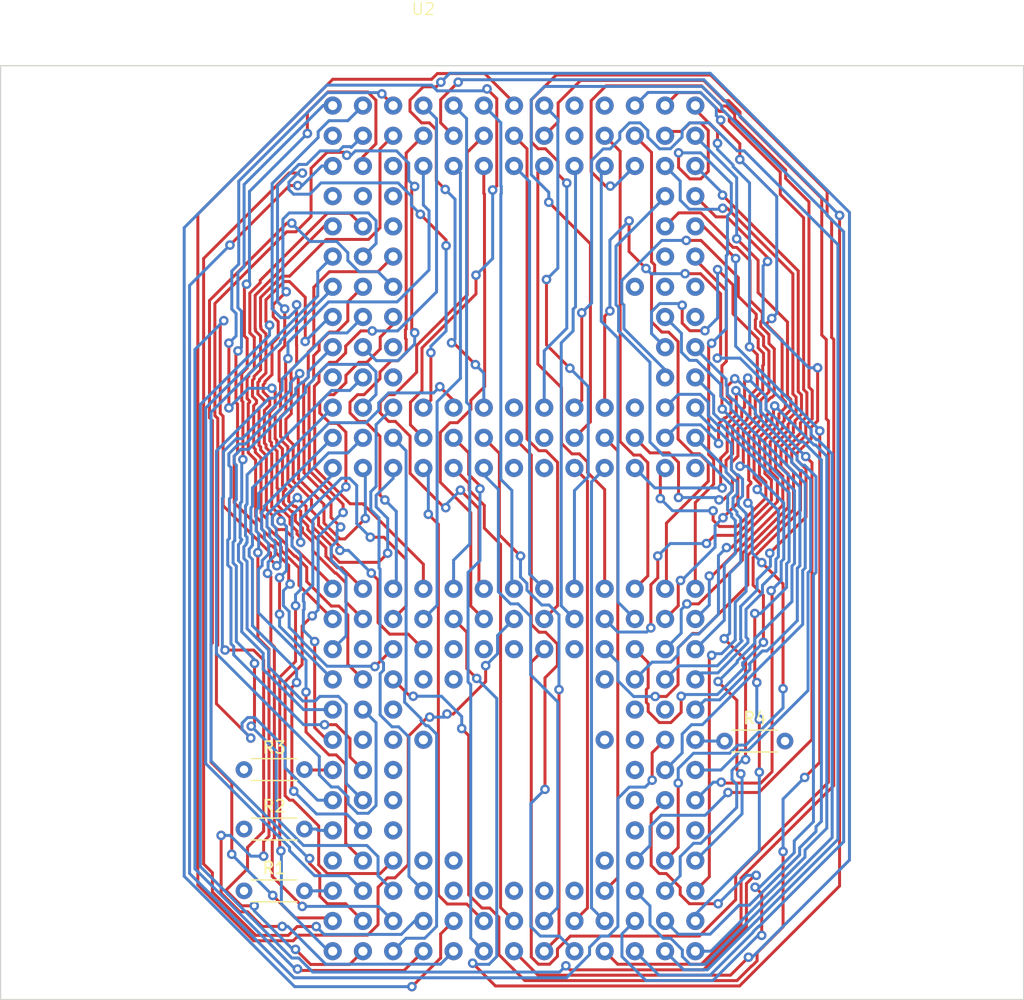
<source format=kicad_pcb>
(kicad_pcb (version 20240108) (generator "pcbnew") (generator_version "8.0")
  (layers (0 "F.Cu" signal) (1 "In1.Cu" signal) (2 "In2.Cu" signal) (31 "B.Cu" signal) (34 "B.Paste" user) (35 "F.Paste" user) (36 "B.SilkS" user "B.Silkscreen") (37 "F.SilkS" user "F.Silkscreen") (38 "B.Mask" user) (39 "F.Mask" user) (44 "Edge.Cuts" user))
  (net 0 "")
  (net 1 "VCC")
  (net 2 "Net-(U1-CBACK)")
  (net 3 "/BR")
  (net 4 "/A0")
  (net 5 "/A30")
  (net 6 "/A28")
  (net 7 "/A26")
  (net 8 "/A24")
  (net 9 "/A23")
  (net 10 "/A21")
  (net 11 "/A19")
  (net 12 "/A17")
  (net 13 "/A15")
  (net 14 "/A13")
  (net 15 "/A10")
  (net 16 "/RMC")
  (net 17 "/BG")
  (net 18 "/A31")
  (net 19 "/A29")
  (net 20 "/A27")
  (net 21 "/A25")
  (net 22 "/A22")
  (net 23 "/A20")
  (net 24 "/A16")
  (net 25 "/A14")
  (net 26 "/A12")
  (net 27 "/A8")
  (net 28 "/A7")
  (net 29 "/FC1")
  (net 31 "/BGACK")
  (net 32 "/A1")
  (net 33 "GND")
  (net 34 "/A18")
  (net 35 "/A11")
  (net 36 "/A9")
  (net 37 "/A5")
  (net 38 "/A4")
  (net 39 "/FC2")
  (net 40 "/FC0")
  (net 41 "/OCS")
  (net 42 "/A6")
  (net 43 "/A3")
  (net 44 "/A2")
  (net 45 "Net-(U1-CLK)")
  (net 46 "/AVEC")
  (net 47 "/IPEND")
  (net 48 "/DSACK0")
  (net 49 "/RESET")
  (net 50 "/DSACK1")
  (net 51 "/IPL2")
  (net 52 "/IPL1")
  (net 53 "/BERR")
  (net 54 "/HALT")
  (net 55 "Net-(U1-CDIS)")
  (net 56 "/IPL0")
  (net 57 "/AS")
  (net 61 "/DS")
  (net 62 "/SIZ0")
  (net 63 "/D5")
  (net 64 "/D1")
  (net 65 "/D0")
  (net 66 "/SIZ1")
  (net 67 "/R_W")
  (net 68 "/D30")
  (net 69 "/D10")
  (net 70 "/D7")
  (net 71 "/D4")
  (net 72 "/D2")
  (net 73 "/DBEN")
  (net 74 "/ECS")
  (net 75 "/D29")
  (net 76 "/D27")
  (net 77 "/D24")
  (net 78 "/D22")
  (net 79 "/D20")
  (net 80 "/D17")
  (net 81 "/D14")
  (net 82 "/D12")
  (net 83 "/D9")
  (net 84 "/D6")
  (net 85 "/D3")
  (net 86 "/D31")
  (net 87 "/D28")
  (net 88 "/D26")
  (net 89 "/D25")
  (net 90 "/D23")
  (net 91 "/D21")
  (net 92 "/D19")
  (net 93 "/D18")
  (net 94 "/D16")
  (net 95 "/D15")
  (net 96 "/D13")
  (net 97 "/D11")
  (net 98 "/D8")
  (net 99 "Net-(U1-CIIN)")
  (net 100 "Net-(U1-STERM)")
  (net 101 "Net-(U1-MMUDIS)")
  (footprint "Resistor_THT:R_Axial_DIN0204_L3.6mm_D1.6mm_P5.08mm_Horizontal" (layer "F.Cu") (at 119.54 110.2 180)
    (property "Reference" "R3")
    (property "Value" "R1k")
  )
  (footprint "68k:PGA114_68020" (layer "F.Cu") (at 129.54 46.734)
    (property "Reference" "U2")
    (property "Value" "68020")
  )
  (footprint "Resistor_THT:R_Axial_DIN0204_L3.6mm_D1.6mm_P5.08mm_Horizontal" (layer "F.Cu") (at 114.46 120.4)
    (property "Reference" "R1")
    (property "Value" "R1k")
  )
  (footprint "68k:PGA114_68030" (layer "F.Cu") (at 132.08 87.374)
    (property "Reference" "U1" (hide yes))
    (property "Value" "68030" (hide yes))
  )
  (footprint "Resistor_THT:R_Axial_DIN0204_L3.6mm_D1.6mm_P5.08mm_Horizontal" (layer "F.Cu") (at 114.46 115.2)
    (property "Reference" "R2")
    (property "Value" "R1k")
  )
  (footprint "Resistor_THT:R_Axial_DIN0204_L3.6mm_D1.6mm_P5.08mm_Horizontal" (layer "F.Cu") (at 154.86 107.8)
    (property "Reference" "R4")
    (property "Value" "R1k")
  )
  (gr_rect (start 94 51) (end 180 129.54) (stroke (width 0.1)) (fill none) (layer "Edge.Cuts"))
  (segment (start 120.6807 115.314) (end 120.5667 115.2) (width 0.25) (layer "B.Cu") (net 2))
  (segment (start 119.54 115.2) (end 120.5667 115.2) (width 0.25) (layer "B.Cu") (net 2))
  (segment (start 121.92 115.314) (end 120.6807 115.314) (width 0.25) (layer "B.Cu") (net 2))
  (segment (start 115.725 82.9288) (end 115.8611 83.0649) (width 0.25) (layer "F.Cu") (net 3))
  (segment (start 119.0014 91.8134) (end 121.92 94.732) (width 0.25) (layer "F.Cu") (net 3))
  (segment (start 115.7642 77.3866) (end 115.7642 77.5026) (width 0.25) (layer "F.Cu") (net 3))
  (segment (start 116.3401 83.7939) (end 116.3401 88.3016) (width 0.25) (layer "F.Cu") (net 3))
  (segment (start 118.4986 91.3876) (end 118.9244 91.8134) (width 0.25) (layer "F.Cu") (net 3))
  (segment (start 115.8822 72.9798) (end 115.8822 73.1259) (width 0.25) (layer "F.Cu") (net 3))
  (segment (start 116.3401 88.3016) (end 116.8473 88.8088) (width 0.25) (layer "F.Cu") (net 3))
  (segment (start 116.304 76.8468) (end 115.7642 77.3866) (width 0.25) (layer "F.Cu") (net 3))
  (segment (start 118.2912 68.6994) (end 117.6524 68.6994) (width 0.25) (layer "F.Cu") (net 3))
  (segment (start 116.1767 79.3433) (end 115.725 79.795) (width 0.25) (layer "F.Cu") (net 3))
  (segment (start 121.92 94.732) (end 121.92 94.994) (width 0.25) (layer "F.Cu") (net 3))
  (segment (start 115.725 79.795) (end 115.725 82.9288) (width 0.25) (layer "F.Cu") (net 3))
  (segment (start 117.6524 68.6994) (end 115.8523 70.4995) (width 0.25) (layer "F.Cu") (net 3))
  (segment (start 118.9244 91.8134) (end 119.0014 91.8134) (width 0.25) (layer "F.Cu") (net 3))
  (segment (start 118.4986 90.7858) (end 118.4986 91.3876) (width 0.25) (layer "F.Cu") (net 3))
  (segment (start 115.8611 83.3149) (end 116.3401 83.7939) (width 0.25) (layer "F.Cu") (net 3))
  (segment (start 127 56.894) (end 125.8923 58.0017) (width 0.25) (layer "F.Cu") (net 3))
  (segment (start 118.535 90.7494) (end 118.4986 90.7858) (width 0.25) (layer "F.Cu") (net 3))
  (segment (start 116.8473 89.5866) (end 117.2731 90.0124) (width 0.25) (layer "F.Cu") (net 3))
  (segment (start 115.8611 83.0649) (end 115.8611 83.3149) (width 0.25) (layer "F.Cu") (net 3))
  (segment (start 118.535 90.646) (end 118.535 90.7494) (width 0.25) (layer "F.Cu") (net 3))
  (segment (start 115.8523 72.9499) (end 115.8822 72.9798) (width 0.25) (layer "F.Cu") (net 3))
  (segment (start 116.304 73.5477) (end 116.304 76.8468) (width 0.25) (layer "F.Cu") (net 3))
  (segment (start 116.1767 79.1663) (end 116.1767 79.3433) (width 0.25) (layer "F.Cu") (net 3))
  (segment (start 115.8822 73.1259) (end 116.304 73.5477) (width 0.25) (layer "F.Cu") (net 3))
  (segment (start 115.6266 77.6402) (end 115.6266 78.6162) (width 0.25) (layer "F.Cu") (net 3))
  (segment (start 124.9231 65.6097) (end 121.3809 65.6097) (width 0.25) (layer "F.Cu") (net 3))
  (segment (start 115.7642 77.5026) (end 115.6266 77.6402) (width 0.25) (layer "F.Cu") (net 3))
  (segment (start 125.8923 58.0017) (end 125.8923 64.6405) (width 0.25) (layer "F.Cu") (net 3))
  (segment (start 116.8473 88.8088) (end 116.8473 89.5866) (width 0.25) (layer "F.Cu") (net 3))
  (segment (start 125.8923 64.6405) (end 124.9231 65.6097) (width 0.25) (layer "F.Cu") (net 3))
  (segment (start 121.3809 65.6097) (end 118.2912 68.6994) (width 0.25) (layer "F.Cu") (net 3))
  (segment (start 117.9014 90.0124) (end 118.535 90.646) (width 0.25) (layer "F.Cu") (net 3))
  (segment (start 115.8523 70.4995) (end 115.8523 72.9499) (width 0.25) (layer "F.Cu") (net 3))
  (segment (start 117.2731 90.0124) (end 117.9014 90.0124) (width 0.25) (layer "F.Cu") (net 3))
  (segment (start 115.6266 78.6162) (end 116.1767 79.1663) (width 0.25) (layer "F.Cu") (net 3))
  (segment (start 121.3442 92.2556) (end 122.3104 93.2218) (width 0.25) (layer "F.Cu") (net 4))
  (segment (start 118.1469 83.0455) (end 118.1469 86.1364) (width 0.25) (layer "F.Cu") (net 4))
  (segment (start 118.1562 75.6336) (end 117.9607 75.8291) (width 0.25) (layer "F.Cu") (net 4))
  (segment (start 117.6679 82.3165) (end 117.6679 82.5665) (width 0.25) (layer "F.Cu") (net 4))
  (segment (start 117.9835 80.0917) (end 117.5318 80.5434) (width 0.25) (layer "F.Cu") (net 4))
  (segment (start 117.9607 77.3816) (end 117.9835 77.4044) (width 0.25) (layer "F.Cu") (net 4))
  (segment (start 122.6878 93.2218) (end 124.46 94.994) (width 0.25) (layer "F.Cu") (net 4))
  (segment (start 117.5318 82.1804) (end 117.6679 82.3165) (width 0.25) (layer "F.Cu") (net 4))
  (segment (start 118.5713 86.6787) (end 118.2228 87.0272) (width 0.25) (layer "F.Cu") (net 4))
  (segment (start 117.9607 75.8291) (end 117.9607 77.3816) (width 0.25) (layer "F.Cu") (net 4))
  (segment (start 117.6679 82.5665) (end 118.1469 83.0455) (width 0.25) (layer "F.Cu") (net 4))
  (segment (start 118.5713 86.5608) (end 118.5713 86.6787) (width 0.25) (layer "F.Cu") (net 4))
  (segment (start 119.2307 88.4913) (end 119.2307 89.1069) (width 0.25) (layer "F.Cu") (net 4))
  (segment (start 118.7942 88.0548) (end 119.2307 88.4913) (width 0.25) (layer "F.Cu") (net 4))
  (segment (start 118.2228 87.629) (end 118.6486 88.0548) (width 0.25) (layer "F.Cu") (net 4))
  (segment (start 118.1469 86.1364) (end 118.5713 86.5608) (width 0.25) (layer "F.Cu") (net 4))
  (segment (start 118.2228 87.0272) (end 118.2228 87.629) (width 0.25) (layer "F.Cu") (net 4))
  (segment (start 117.9835 77.4044) (end 117.9835 80.0917) (width 0.25) (layer "F.Cu") (net 4))
  (segment (start 119.8263 90.0209) (end 121.3442 91.5388) (width 0.25) (layer "F.Cu") (net 4))
  (segment (start 122.3104 93.2218) (end 122.6878 93.2218) (width 0.25) (layer "F.Cu") (net 4))
  (segment (start 118.6486 88.0548) (end 118.7942 88.0548) (width 0.25) (layer "F.Cu") (net 4))
  (segment (start 117.5318 80.5434) (end 117.5318 82.1804) (width 0.25) (layer "F.Cu") (net 4))
  (segment (start 119.2307 89.1069) (end 119.8263 89.7025) (width 0.25) (layer "F.Cu") (net 4))
  (segment (start 121.3442 91.5388) (end 121.3442 92.2556) (width 0.25) (layer "F.Cu") (net 4))
  (segment (start 119.8263 89.7025) (end 119.8263 90.0209) (width 0.25) (layer "F.Cu") (net 4))
  (via (at 118.1562 75.6336) (size 0.8) (drill 0.4) (layers "F.Cu" "B.Cu") (net 4))
  (segment (start 118.1562 74.2799) (end 121.5698 70.8663) (width 0.25) (layer "B.Cu") (net 4))
  (segment (start 127.3341 70.8663) (end 130.0158 68.1846) (width 0.25) (layer "B.Cu") (net 4))
  (segment (start 129.54 62.7185) (end 129.54 59.434) (width 0.25) (layer "B.Cu") (net 4))
  (segment (start 130.0158 63.1942) (end 129.5401 62.7185) (width 0.25) (layer "B.Cu") (net 4))
  (segment (start 129.5401 62.7185) (end 129.54 62.7185) (width 0.25) (layer "B.Cu") (net 4))
  (segment (start 118.1562 75.6336) (end 118.1562 74.2799) (width 0.25) (layer "B.Cu") (net 4))
  (segment (start 130.0158 68.1846) (end 130.0158 63.1942) (width 0.25) (layer "B.Cu") (net 4))
  (segment (start 121.5698 70.8663) (end 127.3341 70.8663) (width 0.25) (layer "B.Cu") (net 4))
  (segment (start 128.0308 73.9428) (end 128.096 74.008) (width 0.25) (layer "F.Cu") (net 5))
  (segment (start 128.0308 73.2108) (end 128.0308 73.9428) (width 0.25) (layer "F.Cu") (net 5))
  (segment (start 125.8885 87.1073) (end 126.3036 87.5224) (width 0.25) (layer "F.Cu") (net 5))
  (segment (start 124.0907 80.9244) (end 124.6526 80.9244) (width 0.25) (layer "F.Cu") (net 5))
  (segment (start 128.096 75.1279) (end 127.4017 75.8222) (width 0.25) (layer "F.Cu") (net 5))
  (segment (start 124.009 78.6653) (end 123.3713 79.303) (width 0.25) (layer "F.Cu") (net 5))
  (segment (start 127.4017 75.8222) (end 126.8291 75.8222) (width 0.25) (layer "F.Cu") (net 5))
  (segment (start 123.3713 80.205) (end 124.0907 80.9244) (width 0.25) (layer "F.Cu") (net 5))
  (segment (start 128.096 58.338) (end 128.096 60.8369) (width 0.25) (layer "F.Cu") (net 5))
  (segment (start 128.096 61.4651) (end 128.096 73.1456) (width 0.25) (layer "F.Cu") (net 5))
  (segment (start 128.096 60.8369) (end 128.0836 60.8493) (width 0.25) (layer "F.Cu") (net 5))
  (segment (start 128.096 74.008) (end 128.096 75.1279) (width 0.25) (layer "F.Cu") (net 5))
  (segment (start 129.54 56.894) (end 128.096 58.338) (width 0.25) (layer "F.Cu") (net 5))
  (segment (start 124.6526 80.9244) (end 125.8885 82.1603) (width 0.25) (layer "F.Cu") (net 5))
  (segment (start 125.8885 76.7628) (end 125.8885 77.3328) (width 0.25) (layer "F.Cu") (net 5))
  (segment (start 123.3713 79.303) (end 123.3713 80.205) (width 0.25) (layer "F.Cu") (net 5))
  (segment (start 126.8291 75.8222) (end 125.8885 76.7628) (width 0.25) (layer "F.Cu") (net 5))
  (segment (start 128.0836 61.4527) (end 128.096 61.4651) (width 0.25) (layer "F.Cu") (net 5))
  (segment (start 128.0836 60.8493) (end 128.0836 61.4527) (width 0.25) (layer "F.Cu") (net 5))
  (segment (start 125.8885 82.1603) (end 125.8885 87.1073) (width 0.25) (layer "F.Cu") (net 5))
  (segment (start 124.556 78.6653) (end 124.009 78.6653) (width 0.25) (layer "F.Cu") (net 5))
  (segment (start 128.096 73.1456) (end 128.0308 73.2108) (width 0.25) (layer "F.Cu") (net 5))
  (segment (start 125.8885 77.3328) (end 124.556 78.6653) (width 0.25) (layer "F.Cu") (net 5))
  (via (at 126.3036 87.5224) (size 0.8) (drill 0.4) (layers "F.Cu" "B.Cu") (net 5))
  (segment (start 127.2653 94.7287) (end 127.2653 88.4841) (width 0.25) (layer "B.Cu") (net 5))
  (segment (start 127 94.994) (end 127.2653 94.7287) (width 0.25) (layer "B.Cu") (net 5))
  (segment (start 127.2653 88.4841) (end 126.3036 87.5224) (width 0.25) (layer "B.Cu") (net 5))
  (segment (start 120.7692 76.821) (end 121.6462 75.944) (width 0.25) (layer "F.Cu") (net 6))
  (segment (start 120.3796 77.9584) (end 120.7692 77.5688) (width 0.25) (layer "F.Cu") (net 6))
  (segment (start 124.4588 87.847) (end 123.3883 87.847) (width 0.25) (layer "F.Cu") (net 6))
  (segment (start 123.0087 75.15) (end 123.0087 74.5768) (width 0.25) (layer "F.Cu") (net 6))
  (segment (start 120.7692 77.5688) (end 120.7692 76.821) (width 0.25) (layer "F.Cu") (net 6))
  (segment (start 122.2147 75.944) (end 123.0087 75.15) (width 0.25) (layer "F.Cu") (net 6))
  (segment (start 129.54 94.994) (end 129.54 92.9282) (width 0.25) (layer "F.Cu") (net 6))
  (segment (start 120.3796 81.4432) (end 120.3796 77.9584) (width 0.25) (layer "F.Cu") (net 6))
  (segment (start 129.54 92.9282) (end 124.4588 87.847) (width 0.25) (layer "F.Cu") (net 6))
  (segment (start 123.0087 74.5768) (end 124.2791 73.3064) (width 0.25) (layer "F.Cu") (net 6))
  (segment (start 120.4054 81.469) (end 120.3796 81.4432) (width 0.25) (layer "F.Cu") (net 6))
  (segment (start 121.6462 75.944) (end 122.2147 75.944) (width 0.25) (layer "F.Cu") (net 6))
  (segment (start 120.4054 84.8641) (end 120.4054 81.469) (width 0.25) (layer "F.Cu") (net 6))
  (segment (start 124.2791 73.3064) (end 125.242 73.3064) (width 0.25) (layer "F.Cu") (net 6))
  (segment (start 123.3883 87.847) (end 120.4054 84.8641) (width 0.25) (layer "F.Cu") (net 6))
  (via (at 125.242 73.3064) (size 0.8) (drill 0.4) (layers "F.Cu" "B.Cu") (net 6))
  (segment (start 130.6469 70.0289) (end 127.3694 73.3064) (width 0.25) (layer "B.Cu") (net 6))
  (segment (start 127.3694 73.3064) (end 125.242 73.3064) (width 0.25) (layer "B.Cu") (net 6))
  (segment (start 129.54 54.354) (end 130.6469 55.4609) (width 0.25) (layer "B.Cu") (net 6))
  (segment (start 130.6469 55.4609) (end 130.6469 70.0289) (width 0.25) (layer "B.Cu") (net 6))
  (segment (start 133.1716 55.4456) (end 132.08 54.354) (width 0.25) (layer "B.Cu") (net 7))
  (segment (start 133.4414 91.2251) (end 133.4414 79.5778) (width 0.25) (layer "B.Cu") (net 7))
  (segment (start 132.08 92.5865) (end 133.4414 91.2251) (width 0.25) (layer "B.Cu") (net 7))
  (segment (start 132.08 94.994) (end 132.08 92.5865) (width 0.25) (layer "B.Cu") (net 7))
  (segment (start 133.4414 79.5778) (end 133.1716 79.308) (width 0.25) (layer "B.Cu") (net 7))
  (segment (start 133.1716 79.308) (end 133.1716 55.4456) (width 0.25) (layer "B.Cu") (net 7))
  (segment (start 128.4234 85.2916) (end 131.3018 88.17) (width 0.25) (layer "F.Cu") (net 8))
  (segment (start 133.2252 58.2888) (end 133.2252 70.2817) (width 0.25) (layer "F.Cu") (net 8))
  (segment (start 134.62 56.894) (end 133.2252 58.2888) (width 0.25) (layer "F.Cu") (net 8))
  (segment (start 134.62 94.994) (end 134.2096 94.5836) (width 0.25) (layer "F.Cu") (net 8))
  (segment (start 134.2096 94.5836) (end 134.2096 88.2501) (width 0.25) (layer "F.Cu") (net 8))
  (segment (start 133.2252 70.2817) (end 128.9733 74.5336) (width 0.25) (layer "F.Cu") (net 8))
  (segment (start 128.9733 76.788) (end 127.096 78.6653) (width 0.25) (layer "F.Cu") (net 8))
  (segment (start 134.2096 88.2501) (end 132.6584 86.6989) (width 0.25) (layer "F.Cu") (net 8))
  (segment (start 131.3018 88.17) (end 131.4198 88.17) (width 0.25) (layer "F.Cu") (net 8))
  (segment (start 126.6256 80.9193) (end 127.1875 80.9193) (width 0.25) (layer "F.Cu") (net 8))
  (segment (start 125.9113 80.205) (end 126.6256 80.9193) (width 0.25) (layer "F.Cu") (net 8))
  (segment (start 128.4234 82.1552) (end 128.4234 85.2916) (width 0.25) (layer "F.Cu") (net 8))
  (segment (start 127.096 78.6653) (end 126.549 78.6653) (width 0.25) (layer "F.Cu") (net 8))
  (segment (start 128.9733 74.5336) (end 128.9733 76.788) (width 0.25) (layer "F.Cu") (net 8))
  (segment (start 126.549 78.6653) (end 125.9113 79.303) (width 0.25) (layer "F.Cu") (net 8))
  (segment (start 125.9113 79.303) (end 125.9113 80.205) (width 0.25) (layer "F.Cu") (net 8))
  (segment (start 127.1875 80.9193) (end 128.4234 82.1552) (width 0.25) (layer "F.Cu") (net 8))
  (via (at 132.6584 86.6989) (size 0.8) (drill 0.4) (layers "F.Cu" "B.Cu") (net 8))
  (via (at 131.4198 88.17) (size 0.8) (drill 0.4) (layers "F.Cu" "B.Cu") (net 8))
  (segment (start 131.4198 88.17) (end 131.4198 87.9375) (width 0.25) (layer "B.Cu") (net 8))
  (segment (start 131.4198 87.9375) (end 132.6584 86.6989) (width 0.25) (layer "B.Cu") (net 8))
  (segment (start 137.16 94.994) (end 136.9782 94.8122) (width 0.25) (layer "B.Cu") (net 9))
  (segment (start 136.09 61.7545) (end 136.09 61.1525) (width 0.25) (layer "B.Cu") (net 9))
  (segment (start 136.9782 86.7202) (end 136.0498 85.7918) (width 0.25) (layer "B.Cu") (net 9))
  (segment (start 136.0498 85.7918) (end 136.0498 61.7947) (width 0.25) (layer "B.Cu") (net 9))
  (segment (start 136.0498 55.7838) (end 134.62 54.354) (width 0.25) (layer "B.Cu") (net 9))
  (segment (start 136.0498 61.1123) (end 136.0498 55.7838) (width 0.25) (layer "B.Cu") (net 9))
  (segment (start 136.09 61.1525) (end 136.0498 61.1123) (width 0.25) (layer "B.Cu") (net 9))
  (segment (start 136.9782 94.8122) (end 136.9782 86.7202) (width 0.25) (layer "B.Cu") (net 9))
  (segment (start 136.0498 61.7947) (end 136.09 61.7545) (width 0.25) (layer "B.Cu") (net 9))
  (segment (start 137.16 59.434) (end 138.468 60.742) (width 0.25) (layer "B.Cu") (net 10))
  (segment (start 138.468 93.762) (end 139.7 94.994) (width 0.25) (layer "B.Cu") (net 10))
  (segment (start 138.468 60.742) (end 138.468 93.762) (width 0.25) (layer "B.Cu") (net 10))
  (segment (start 139.8897 68.981) (end 139.8897 74.4755) (width 0.25) (layer "F.Cu") (net 11))
  (segment (start 139.8897 74.4755) (end 141.8574 76.4432) (width 0.25) (layer "F.Cu") (net 11))
  (via (at 139.8897 68.981) (size 0.8) (drill 0.4) (layers "F.Cu" "B.Cu") (net 11))
  (via (at 141.8574 76.4432) (size 0.8) (drill 0.4) (layers "F.Cu" "B.Cu") (net 11))
  (segment (start 142.24 94.994) (end 142.24 86.7373) (width 0.25) (layer "B.Cu") (net 11))
  (segment (start 140.8419 68.0288) (end 139.8897 68.981) (width 0.25) (layer "B.Cu") (net 11))
  (segment (start 142.24 86.7373) (end 143.4002 85.5771) (width 0.25) (layer "B.Cu") (net 11))
  (segment (start 139.7 54.354) (end 140.8419 55.4959) (width 0.25) (layer "B.Cu") (net 11))
  (segment (start 143.4002 85.5771) (end 143.4002 77.986) (width 0.25) (layer "B.Cu") (net 11))
  (segment (start 143.4002 77.986) (end 141.8574 76.4432) (width 0.25) (layer "B.Cu") (net 11))
  (segment (start 140.8419 55.4959) (end 140.8419 68.0288) (width 0.25) (layer "B.Cu") (net 11))
  (segment (start 141.1513 82.7641) (end 142.0362 83.649) (width 0.25) (layer "F.Cu") (net 12))
  (segment (start 142.6552 83.649) (end 143.3422 84.336) (width 0.25) (layer "F.Cu") (net 12))
  (segment (start 139.1616 59.9724) (end 139.1616 76.0942) (width 0.25) (layer "F.Cu") (net 12))
  (segment (start 143.3422 85.2066) (end 144.78 86.6444) (width 0.25) (layer "F.Cu") (net 12))
  (segment (start 144.78 86.6444) (end 144.78 94.994) (width 0.25) (layer "F.Cu") (net 12))
  (segment (start 142.0362 83.649) (end 142.6552 83.649) (width 0.25) (layer "F.Cu") (net 12))
  (segment (start 143.3422 84.336) (end 143.3422 85.2066) (width 0.25) (layer "F.Cu") (net 12))
  (segment (start 139.1616 76.0942) (end 141.1513 78.0839) (width 0.25) (layer "F.Cu") (net 12))
  (segment (start 139.7 59.434) (end 139.1616 59.9724) (width 0.25) (layer "F.Cu") (net 12))
  (segment (start 141.1513 78.0839) (end 141.1513 82.7641) (width 0.25) (layer "F.Cu") (net 12))
  (segment (start 146.0825 58.1965) (end 146.0825 82.6113) (width 0.25) (layer "F.Cu") (net 13))
  (segment (start 147.7711 83.7453) (end 148.4087 84.3829) (width 0.25) (layer "F.Cu") (net 13))
  (segment (start 148.4087 84.3829) (end 148.4087 93.9053) (width 0.25) (layer "F.Cu") (net 13))
  (segment (start 146.0825 82.6113) (end 147.2165 83.7453) (width 0.25) (layer "F.Cu") (net 13))
  (segment (start 147.2165 83.7453) (end 147.7711 83.7453) (width 0.25) (layer "F.Cu") (net 13))
  (segment (start 144.78 56.894) (end 146.0825 58.1965) (width 0.25) (layer "F.Cu") (net 13))
  (segment (start 148.4087 93.9053) (end 147.32 94.994) (width 0.25) (layer "F.Cu") (net 13))
  (segment (start 148.7191 68.6167) (end 148.9814 68.3544) (width 0.25) (layer "F.Cu") (net 14))
  (segment (start 148.9814 68.3544) (end 148.9814 67.7524) (width 0.25) (layer "F.Cu") (net 14))
  (segment (start 149.9716 94.8824) (end 149.9716 89.4713) (width 0.25) (layer "F.Cu") (net 14))
  (segment (start 150.9505 74.202) (end 150.1525 73.404) (width 0.25) (layer "F.Cu") (net 14))
  (segment (start 149.86 94.994) (end 149.9716 94.8824) (width 0.25) (layer "F.Cu") (net 14))
  (segment (start 149.5829 73.404) (end 148.7191 72.5402) (width 0.25) (layer "F.Cu") (net 14))
  (segment (start 150.1525 73.404) (end 149.5829 73.404) (width 0.25) (layer "F.Cu") (net 14))
  (segment (start 148.9814 67.7524) (end 148.7191 67.4901) (width 0.25) (layer "F.Cu") (net 14))
  (segment (start 152.1864 83.6425) (end 150.9505 82.4066) (width 0.25) (layer "F.Cu") (net 14))
  (segment (start 150.9505 82.4066) (end 150.9505 74.202) (width 0.25) (layer "F.Cu") (net 14))
  (segment (start 149.9716 89.4713) (end 153.4887 85.9542) (width 0.25) (layer "F.Cu") (net 14))
  (segment (start 148.7191 67.4901) (end 148.7191 58.2931) (width 0.25) (layer "F.Cu") (net 14))
  (segment (start 148.7191 58.2931) (end 147.32 56.894) (width 0.25) (layer "F.Cu") (net 14))
  (segment (start 152.7483 83.6425) (end 152.1864 83.6425) (width 0.25) (layer "F.Cu") (net 14))
  (segment (start 148.7191 72.5402) (end 148.7191 68.6167) (width 0.25) (layer "F.Cu") (net 14))
  (segment (start 153.4887 85.9542) (end 153.4887 84.3829) (width 0.25) (layer "F.Cu") (net 14))
  (segment (start 153.4887 84.3829) (end 152.7483 83.6425) (width 0.25) (layer "F.Cu") (net 14))
  (segment (start 150.9936 58.3282) (end 150.9936 59.5673) (width 0.25) (layer "F.Cu") (net 15))
  (segment (start 151.949 60.5227) (end 152.8511 60.5227) (width 0.25) (layer "F.Cu") (net 15))
  (segment (start 153.7735 74.3462) (end 153.5227 74.597) (width 0.25) (layer "F.Cu") (net 15))
  (segment (start 153.9404 86.2) (end 152.4 87.7404) (width 0.25) (layer "F.Cu") (net 15))
  (segment (start 150.2238 56.5302) (end 149.86 56.894) (width 0.25) (layer "F.Cu") (net 15))
  (segment (start 152.8511 60.5227) (end 153.4888 59.885) (width 0.25) (layer "F.Cu") (net 15))
  (segment (start 153.4888 56.4429) (end 152.8512 55.8053) (width 0.25) (layer "F.Cu") (net 15))
  (segment (start 152.8512 55.8053) (end 151.949 55.8053) (width 0.25) (layer "F.Cu") (net 15))
  (segment (start 153.5227 74.597) (end 153.5227 83.703) (width 0.25) (layer "F.Cu") (net 15))
  (segment (start 150.9936 59.5673) (end 151.949 60.5227) (width 0.25) (layer "F.Cu") (net 15))
  (segment (start 152.4 87.7404) (end 152.4 94.994) (width 0.25) (layer "F.Cu") (net 15))
  (segment (start 153.4888 59.885) (end 153.4888 56.4429) (width 0.25) (layer "F.Cu") (net 15))
  (segment (start 151.2242 56.5302) (end 150.2238 56.5302) (width 0.25) (layer "F.Cu") (net 15))
  (segment (start 151.2242 56.5301) (end 151.2242 56.5302) (width 0.25) (layer "F.Cu") (net 15))
  (segment (start 153.5227 83.703) (end 153.9404 84.1207) (width 0.25) (layer "F.Cu") (net 15))
  (segment (start 151.949 55.8053) (end 151.2242 56.5301) (width 0.25) (layer "F.Cu") (net 15))
  (segment (start 153.9404 84.1207) (end 153.9404 86.2) (width 0.25) (layer "F.Cu") (net 15))
  (via (at 150.9936 58.3282) (size 0.8) (drill 0.4) (layers "F.Cu" "B.Cu") (net 15))
  (via (at 153.7735 74.3462) (size 0.8) (drill 0.4) (layers "F.Cu" "B.Cu") (net 15))
  (segment (start 155.103 63.6137) (end 155.4256 63.2911) (width 0.25) (layer "B.Cu") (net 15))
  (segment (start 153.7735 74.3462) (end 155.0016 73.1181) (width 0.25) (layer "B.Cu") (net 15))
  (segment (start 155.4256 60.9034) (end 152.8504 58.3282) (width 0.25) (layer "B.Cu") (net 15))
  (segment (start 152.8504 58.3282) (end 150.9936 58.3282) (width 0.25) (layer "B.Cu") (net 15))
  (segment (start 155.103 66.8712) (end 155.103 63.6137) (width 0.25) (layer "B.Cu") (net 15))
  (segment (start 155.0016 73.1181) (end 155.0016 66.9726) (width 0.25) (layer "B.Cu") (net 15))
  (segment (start 155.0016 66.9726) (end 155.103 66.8712) (width 0.25) (layer "B.Cu") (net 15))
  (segment (start 155.4256 63.2911) (end 155.4256 60.9034) (width 0.25) (layer "B.Cu") (net 15))
  (segment (start 119.0829 93.2494) (end 119.0829 94.6969) (width 0.25) (layer "F.Cu") (net 16))
  (segment (start 115.827 69.0502) (end 115.827 69.2472) (width 0.25) (layer "F.Cu") (net 16))
  (segment (start 115.827 69.2472) (end 114.9489 70.1253) (width 0.25) (layer "F.Cu") (net 16))
  (segment (start 114.9489 73.4702) (end 115.3282 73.8495) (width 0.25) (layer "F.Cu") (net 16))
  (segment (start 114.8608 76.9394) (end 114.8608 77.1284) (width 0.25) (layer "F.Cu") (net 16))
  (segment (start 114.8216 79.4208) (end 114.8216 83.553) (width 0.25) (layer "F.Cu") (net 16))
  (segment (start 115.3282 73.8495) (end 115.3282 76.472) (width 0.25) (layer "F.Cu") (net 16))
  (segment (start 114.9489 70.1253) (end 114.9489 73.4702) (width 0.25) (layer "F.Cu") (net 16))
  (segment (start 118.5502 92.7168) (end 118.5503 92.7168) (width 0.25) (layer "F.Cu") (net 16))
  (segment (start 118.5503 92.7168) (end 119.0829 93.2494) (width 0.25) (layer "F.Cu") (net 16))
  (segment (start 121.4572 63.42) (end 115.827 69.0502) (width 0.25) (layer "F.Cu") (net 16))
  (segment (start 124.46 64.514) (end 123.366 63.42) (width 0.25) (layer "F.Cu") (net 16))
  (segment (start 115.9439 89.9608) (end 116.8989 90.9158) (width 0.25) (layer "F.Cu") (net 16))
  (segment (start 115.4367 88.8917) (end 115.9439 89.3989) (width 0.25) (layer "F.Cu") (net 16))
  (segment (start 115.4367 84.1681) (end 115.4367 88.8917) (width 0.25) (layer "F.Cu") (net 16))
  (segment (start 117.5952 91.4921) (end 117.5952 91.7618) (width 0.25) (layer "F.Cu") (net 16))
  (segment (start 117.0189 90.9158) (end 117.5952 91.4921) (width 0.25) (layer "F.Cu") (net 16))
  (segment (start 115.9439 89.3989) (end 115.9439 89.9608) (width 0.25) (layer "F.Cu") (net 16))
  (segment (start 119.0829 94.6969) (end 121.92 97.534) (width 0.25) (layer "F.Cu") (net 16))
  (segment (start 114.8216 83.553) (end 115.4367 84.1681) (width 0.25) (layer "F.Cu") (net 16))
  (segment (start 114.7232 78.9904) (end 114.9359 79.2031) (width 0.25) (layer "F.Cu") (net 16))
  (segment (start 114.9359 79.2031) (end 114.9359 79.3065) (width 0.25) (layer "F.Cu") (net 16))
  (segment (start 117.5952 91.7618) (end 118.5502 92.7168) (width 0.25) (layer "F.Cu") (net 16))
  (segment (start 114.9359 79.3065) (end 114.8216 79.4208) (width 0.25) (layer "F.Cu") (net 16))
  (segment (start 116.8989 90.9158) (end 117.0189 90.9158) (width 0.25) (layer "F.Cu") (net 16))
  (segment (start 123.366 63.42) (end 121.4572 63.42) (width 0.25) (layer "F.Cu") (net 16))
  (segment (start 114.7232 77.266) (end 114.7232 78.9904) (width 0.25) (layer "F.Cu") (net 16))
  (segment (start 115.3282 76.472) (end 114.8608 76.9394) (width 0.25) (layer "F.Cu") (net 16))
  (segment (start 114.8608 77.1284) (end 114.7232 77.266) (width 0.25) (layer "F.Cu") (net 16))
  (segment (start 118.779 89.294) (end 119.3746 89.8896) (width 0.25) (layer "F.Cu") (net 17))
  (segment (start 117.0801 80.3563) (end 117.0801 82.3675) (width 0.25) (layer "F.Cu") (net 17))
  (segment (start 117.2162 82.7536) (end 117.6952 83.2326) (width 0.25) (layer "F.Cu") (net 17))
  (segment (start 117.4119 77.5075) (end 117.5318 77.6274) (width 0.25) (layer "F.Cu") (net 17))
  (segment (start 117.0801 82.3675) (end 117.2162 82.5036) (width 0.25) (layer "F.Cu") (net 17))
  (segment (start 123.0168 94.4871) (end 123.0168 96.0908) (width 0.25) (layer "F.Cu") (net 17))
  (segment (start 118.4615 88.5065) (end 118.541 88.5065) (width 0.25) (layer "F.Cu") (net 17))
  (segment (start 123.0168 96.0908) (end 124.46 97.534) (width 0.25) (layer "F.Cu") (net 17))
  (segment (start 117.8835 74.5621) (end 117.4119 75.0337) (width 0.25) (layer "F.Cu") (net 17))
  (segment (start 117.6952 83.2326) (end 117.6952 86.3235) (width 0.25) (layer "F.Cu") (net 17))
  (segment (start 117.5318 77.6274) (end 117.5318 79.9046) (width 0.25) (layer "F.Cu") (net 17))
  (segment (start 117.4119 75.0337) (end 117.4119 77.5075) (width 0.25) (layer "F.Cu") (net 17))
  (segment (start 118.779 88.7445) (end 118.779 89.294) (width 0.25) (layer "F.Cu") (net 17))
  (segment (start 117.6952 86.3235) (end 117.9914 86.6197) (width 0.25) (layer "F.Cu") (net 17))
  (segment (start 120.2443 91.0777) (end 120.2443 91.7945) (width 0.25) (layer "F.Cu") (net 17))
  (segment (start 118.541 88.5065) (end 118.779 88.7445) (width 0.25) (layer "F.Cu") (net 17))
  (segment (start 122.2032 93.6735) (end 123.0168 94.4871) (width 0.25) (layer "F.Cu") (net 17))
  (segment (start 117.5318 79.9046) (end 117.0801 80.3563) (width 0.25) (layer "F.Cu") (net 17))
  (segment (start 122.1233 93.6735) (end 122.2032 93.6735) (width 0.25) (layer "F.Cu") (net 17))
  (segment (start 117.7711 87.8161) (end 118.4615 88.5065) (width 0.25) (layer "F.Cu") (net 17))
  (segment (start 119.3746 89.8896) (end 119.3746 90.208) (width 0.25) (layer "F.Cu") (net 17))
  (segment (start 117.7711 86.8401) (end 117.7711 87.8161) (width 0.25) (layer "F.Cu") (net 17))
  (segment (start 119.3746 90.208) (end 120.2443 91.0777) (width 0.25) (layer "F.Cu") (net 17))
  (segment (start 117.2162 82.5036) (end 117.2162 82.7536) (width 0.25) (layer "F.Cu") (net 17))
  (segment (start 117.8835 71.4596) (end 117.8835 74.5621) (width 0.25) (layer "F.Cu") (net 17))
  (segment (start 120.2443 91.7945) (end 122.1233 93.6735) (width 0.25) (layer "F.Cu") (net 17))
  (segment (start 117.9914 86.6198) (end 117.7711 86.8401) (width 0.25) (layer "F.Cu") (net 17))
  (segment (start 117.9914 86.6197) (end 117.9914 86.6198) (width 0.25) (layer "F.Cu") (net 17))
  (via (at 117.8835 71.4596) (size 0.8) (drill 0.4) (layers "F.Cu" "B.Cu") (net 17))
  (segment (start 122.8007 57.8048) (end 122.4415 58.164) (width 0.25) (layer "B.Cu") (net 17))
  (segment (start 124.4579 56.894) (end 123.4749 57.877) (width 0.25) (layer "B.Cu") (net 17))
  (segment (start 117.2792 70.8553) (end 117.8835 71.4596) (width 0.25) (layer "B.Cu") (net 17))
  (segment (start 123.4748 57.877) (end 123.4026 57.8048) (width 0.25) (layer "B.Cu") (net 17))
  (segment (start 123.4749 57.877) (end 123.4748 57.877) (width 0.25) (layer "B.Cu") (net 17))
  (segment (start 118.6456 59.7422) (end 117.2792 61.1086) (width 0.25) (layer "B.Cu") (net 17))
  (segment (start 119.0714 59.3035) (end 118.6456 59.7293) (width 0.25) (layer "B.Cu") (net 17))
  (segment (start 119.7231 59.3035) (end 119.0714 59.3035) (width 0.25) (layer "B.Cu") (net 17))
  (segment (start 122.4415 58.164) (end 120.8626 58.164) (width 0.25) (layer "B.Cu") (net 17))
  (segment (start 117.2792 61.1086) (end 117.2792 70.8553) (width 0.25) (layer "B.Cu") (net 17))
  (segment (start 124.46 56.894) (end 124.4579 56.894) (width 0.25) (layer "B.Cu") (net 17))
  (segment (start 120.8626 58.164) (end 119.7231 59.3035) (width 0.25) (layer "B.Cu") (net 17))
  (segment (start 118.6456 59.7293) (end 118.6456 59.7422) (width 0.25) (layer "B.Cu") (net 17))
  (segment (start 123.4026 57.8048) (end 122.8007 57.8048) (width 0.25) (layer "B.Cu") (net 17))
  (segment (start 126.2226 90.6568) (end 125.0812 90.6568) (width 0.25) (layer "F.Cu") (net 18))
  (segment (start 118.3272 89.011) (end 118.3273 89.011) (width 0.25) (layer "F.Cu") (net 18))
  (segment (start 116.6284 82.5546) (end 116.7645 82.6907) (width 0.25) (layer "F.Cu") (net 18))
  (segment (start 116.805 78.1282) (end 117.0801 78.4033) (width 0.25) (layer "F.Cu") (net 18))
  (segment (start 127 54.354) (end 127 54.3185) (width 0.25) (layer "F.Cu") (net 18))
  (segment (start 117.3526 86.6198) (end 117.3194 86.653) (width 0.25) (layer "F.Cu") (net 18))
  (segment (start 113.1915 74.335) (end 113.1915 79.7775) (width 0.25) (layer "F.Cu") (net 18))
  (segment (start 116.6284 80.1692) (end 116.6284 82.5546) (width 0.25) (layer "F.Cu") (net 18))
  (segment (start 119.3773 90.8495) (end 119.3773 90.9347) (width 0.25) (layer "F.Cu") (net 18))
  (segment (start 127 97.534) (end 128.0933 96.4407) (width 0.25) (layer "F.Cu") (net 18))
  (segment (start 117.3194 86.653) (end 117.3194 88.0032) (width 0.25) (layer "F.Cu") (net 18))
  (segment (start 118.9229 90.3951) (end 119.3773 90.8495) (width 0.25) (layer "F.Cu") (net 18))
  (segment (start 117.3194 88.0032) (end 118.3272 89.011) (width 0.25) (layer "F.Cu") (net 18))
  (segment (start 117.2435 86.5106) (end 117.3526 86.6197) (width 0.25) (layer "F.Cu") (net 18))
  (segment (start 118.3273 89.011) (end 118.3273 89.5496) (width 0.25) (layer "F.Cu") (net 18))
  (segment (start 127 54.3185) (end 126.0528 53.3713) (width 0.25) (layer "F.Cu") (net 18))
  (segment (start 116.7645 82.6907) (end 116.7645 82.9407) (width 0.25) (layer "F.Cu") (net 18))
  (segment (start 119.3773 90.9347) (end 119.2253 91.0867) (width 0.25) (layer "F.Cu") (net 18))
  (segment (start 117.0801 78.4033) (end 117.0801 79.7175) (width 0.25) (layer "F.Cu") (net 18))
  (segment (start 128.0933 96.4407) (end 128.0933 92.5275) (width 0.25) (layer "F.Cu") (net 18))
  (segment (start 117.2435 83.4197) (end 117.2435 86.5106) (width 0.25) (layer "F.Cu") (net 18))
  (segment (start 128.0933 92.5275) (end 126.2226 90.6568) (width 0.25) (layer "F.Cu") (net 18))
  (segment (start 116.7645 82.9407) (end 117.2435 83.4197) (width 0.25) (layer "F.Cu") (net 18))
  (segment (start 117.0801 79.7175) (end 116.6284 80.1692) (width 0.25) (layer "F.Cu") (net 18))
  (segment (start 117.3526 86.6197) (end 117.3526 86.6198) (width 0.25) (layer "F.Cu") (net 18))
  (segment (start 118.3273 89.5496) (end 118.9229 90.1452) (width 0.25) (layer "F.Cu") (net 18))
  (segment (start 118.9229 90.1452) (end 118.9229 90.3951) (width 0.25) (layer "F.Cu") (net 18))
  (via (at 119.2253 91.0867) (size 0.8) (drill 0.4) (layers "F.Cu" "B.Cu") (net 18))
  (via (at 116.805 78.1282) (size 0.8) (drill 0.4) (layers "F.Cu" "B.Cu") (net 18))
  (via (at 126.0528 53.3713) (size 0.8) (drill 0.4) (layers "F.Cu" "B.Cu") (net 18))
  (via (at 125.0812 90.6568) (size 0.8) (drill 0.4) (layers "F.Cu" "B.Cu") (net 18))
  (via (at 113.1915 74.335) (size 0.8) (drill 0.4) (layers "F.Cu" "B.Cu") (net 18))
  (via (at 113.1915 79.7775) (size 0.8) (drill 0.4) (layers "F.Cu" "B.Cu") (net 18))
  (segment (start 114.8408 78.1282) (end 113.1915 79.7775) (width 0.25) (layer "B.Cu") (net 18))
  (segment (start 123.329 85.6918) (end 122.6502 85.6918) (width 0.25) (layer "B.Cu") (net 18))
  (segment (start 123.9364 89.512) (end 123.9364 86.2992) (width 0.25) (layer "B.Cu") (net 18))
  (segment (start 114.0177 67.6878) (end 113.4341 68.2714) (width 0.25) (layer "B.Cu") (net 18))
  (segment (start 113.7974 71.8377) (end 113.7974 73.7291) (width 0.25) (layer "B.Cu") (net 18))
  (segment (start 113.7974 73.7291) (end 113.1915 74.335) (width 0.25) (layer "B.Cu") (net 18))
  (segment (start 119.2253 89.1167) (end 119.2253 91.0867) (width 0.25) (layer "B.Cu") (net 18))
  (segment (start 113.4341 71.4744) (end 113.7974 71.8377) (width 0.25) (layer "B.Cu") (net 18))
  (segment (start 121.4687 53.2618) (end 114.0177 60.7128) (width 0.25) (layer "B.Cu") (net 18))
  (segment (start 116.805 78.1282) (end 114.8408 78.1282) (width 0.25) (layer "B.Cu") (net 18))
  (segment (start 125.0812 90.6568) (end 123.9364 89.512) (width 0.25) (layer "B.Cu") (net 18))
  (segment (start 122.6502 85.6918) (end 119.2253 89.1167) (width 0.25) (layer "B.Cu") (net 18))
  (segment (start 114.0177 60.7128) (end 114.0177 67.6878) (width 0.25) (layer "B.Cu") (net 18))
  (segment (start 123.9364 86.2992) (end 123.329 85.6918) (width 0.25) (layer "B.Cu") (net 18))
  (segment (start 125.9433 53.2618) (end 121.4687 53.2618) (width 0.25) (layer "B.Cu") (net 18))
  (segment (start 113.4341 68.2714) (end 113.4341 71.4744) (width 0.25) (layer "B.Cu") (net 18))
  (segment (start 126.0528 53.3713) (end 125.9433 53.2618) (width 0.25) (layer "B.Cu") (net 18))
  (segment (start 132.6555 60.0095) (end 132.6555 77.2996) (width 0.25) (layer "B.Cu") (net 19))
  (segment (start 130.6931 96.3809) (end 129.54 97.534) (width 0.25) (layer "B.Cu") (net 19))
  (segment (start 132.6555 77.2996) (end 130.6931 79.262) (width 0.25) (layer "B.Cu") (net 19))
  (segment (start 132.08 59.434) (end 132.6555 60.0095) (width 0.25) (layer "B.Cu") (net 19))
  (segment (start 130.6931 79.262) (end 130.6931 96.3809) (width 0.25) (layer "B.Cu") (net 19))
  (segment (start 133.6825 126.4827) (end 135.5971 128.3973) (width 0.25) (layer "F.Cu") (net 20))
  (segment (start 156.119 128.3973) (end 164.5261 119.9902) (width 0.25) (layer "F.Cu") (net 20))
  (segment (start 132.08 97.534) (end 133.1908 98.6448) (width 0.25) (layer "F.Cu") (net 20))
  (segment (start 133.1908 98.6448) (end 133.1908 101.6973) (width 0.25) (layer "F.Cu") (net 20))
  (segment (start 133.1908 101.6973) (end 134.0228 102.5293) (width 0.25) (layer "F.Cu") (net 20))
  (segment (start 132.08 56.894) (end 130.9913 55.8053) (width 0.25) (layer "F.Cu") (net 20))
  (segment (start 130.9913 55.8053) (end 130.9913 53.859) (width 0.25) (layer "F.Cu") (net 20))
  (segment (start 130.9913 53.859) (end 132.463 52.3873) (width 0.25) (layer "F.Cu") (net 20))
  (segment (start 135.5971 128.3973) (end 156.119 128.3973) (width 0.25) (layer "F.Cu") (net 20))
  (segment (start 164.5261 119.9902) (end 164.5261 63.5868) (width 0.25) (layer "F.Cu") (net 20))
  (via (at 132.463 52.3873) (size 0.8) (drill 0.4) (layers "F.Cu" "B.Cu") (net 20))
  (via (at 134.0228 102.5293) (size 0.8) (drill 0.4) (layers "F.Cu" "B.Cu") (net 20))
  (via (at 164.5261 63.5868) (size 0.8) (drill 0.4) (layers "F.Cu" "B.Cu") (net 20))
  (via (at 133.6825 126.4827) (size 0.8) (drill 0.4) (layers "F.Cu" "B.Cu") (net 20))
  (segment (start 132.6691 52.1812) (end 132.463 52.3873) (width 0.25) (layer "B.Cu") (net 20))
  (segment (start 153.1205 52.1812) (end 132.6691 52.1812) (width 0.25) (layer "B.Cu") (net 20))
  (segment (start 135.7087 104.2152) (end 135.7087 125.9251) (width 0.25) (layer "B.Cu") (net 20))
  (segment (start 133.7786 126.5788) (end 133.6825 126.4827) (width 0.25) (layer "B.Cu") (net 20))
  (segment (start 134.0228 102.5293) (end 135.7087 104.2152) (width 0.25) (layer "B.Cu") (net 20))
  (segment (start 164.5261 63.5868) (end 153.1205 52.1812) (width 0.25) (layer "B.Cu") (net 20))
  (segment (start 135.7087 125.9251) (end 135.055 126.5788) (width 0.25) (layer "B.Cu") (net 20))
  (segment (start 135.055 126.5788) (end 133.7786 126.5788) (width 0.25) (layer "B.Cu") (net 20))
  (segment (start 133.5313 79.1445) (end 134.6907 77.9851) (width 0.25) (layer "F.Cu") (net 21))
  (segment (start 133.5244 88.5925) (end 130.9639 86.032) (width 0.25) (layer "F.Cu") (net 21))
  (segment (start 130.9639 81.8432) (end 131.7831 81.024) (width 0.25) (layer "F.Cu") (net 21))
  (segment (start 134.62 97.534) (end 133.5244 96.4384) (width 0.25) (layer "F.Cu") (net 21))
  (segment (start 134.6907 77.9851) (end 134.6907 68.3155) (width 0.25) (layer "F.Cu") (net 21))
  (segment (start 132.4122 81.024) (end 133.5313 79.9049) (width 0.25) (layer "F.Cu") (net 21))
  (segment (start 134.6907 68.3155) (end 134.6767 68.3015) (width 0.25) (layer "F.Cu") (net 21))
  (segment (start 134.62 61.7378) (end 134.62 59.434) (width 0.25) (layer "F.Cu") (net 21))
  (segment (start 134.6767 61.7945) (end 134.62 61.7378) (width 0.25) (layer "F.Cu") (net 21))
  (segment (start 130.9639 86.032) (end 130.9639 81.8432) (width 0.25) (layer "F.Cu") (net 21))
  (segment (start 134.6767 68.3015) (end 134.6767 61.7945) (width 0.25) (layer "F.Cu") (net 21))
  (segment (start 131.7831 81.024) (end 132.4122 81.024) (width 0.25) (layer "F.Cu") (net 21))
  (segment (start 133.5313 79.9049) (end 133.5313 79.1445) (width 0.25) (layer "F.Cu") (net 21))
  (segment (start 133.5244 96.4384) (end 133.5244 88.5925) (width 0.25) (layer "F.Cu") (net 21))
  (segment (start 137.16 54.114) (end 134.7066 51.6606) (width 0.25) (layer "F.Cu") (net 22))
  (segment (start 115.2713 124.5947) (end 118.6005 124.5947) (width 0.25) (layer "F.Cu") (net 22))
  (segment (start 128.27 107.4062) (end 129.8898 105.7864) (width 0.25) (layer "F.Cu") (net 22))
  (segment (start 132.0558 105.524) (end 134.7752 102.8046) (width 0.25) (layer "F.Cu") (net 22))
  (segment (start 130.2313 52.1404) (end 121.9257 52.1404) (width 0.25) (layer "F.Cu") (net 22))
  (segment (start 137.16 54.354) (end 137.16 54.114) (width 0.25) (layer "F.Cu") (net 22))
  (segment (start 134.7752 102.8046) (end 134.7752 101.4585) (width 0.25) (layer "F.Cu") (net 22))
  (segment (start 124.8469 124.1272) (end 125.7297 123.2444) (width 0.25) (layer "F.Cu") (net 22))
  (segment (start 125.7297 123.2444) (end 125.7297 120.098) (width 0.25) (layer "F.Cu") (net 22))
  (segment (start 125.7297 120.098) (end 126.5224 119.3053) (width 0.25) (layer "F.Cu") (net 22))
  (segment (start 131.5276 105.524) (end 132.0558 105.524) (width 0.25) (layer "F.Cu") (net 22))
  (segment (start 130.711 51.6606) (end 130.2313 52.1403) (width 0.25) (layer "F.Cu") (net 22))
  (segment (start 126.5224 119.3053) (end 127.1509 119.3053) (width 0.25) (layer "F.Cu") (net 22))
  (segment (start 110.5808 119.9042) (end 115.2713 124.5947) (width 0.25) (layer "F.Cu") (net 22))
  (segment (start 110.5808 63.4853) (end 110.5808 119.9042) (width 0.25) (layer "F.Cu") (net 22))
  (segment (start 121.9257 52.1404) (end 110.5808 63.4853) (width 0.25) (layer "F.Cu") (net 22))
  (segment (start 129.8898 105.7864) (end 130.0741 105.7864) (width 0.25) (layer "F.Cu") (net 22))
  (segment (start 134.7066 51.6606) (end 130.711 51.6606) (width 0.25) (layer "F.Cu") (net 22))
  (segment (start 119.068 124.1272) (end 124.8469 124.1272) (width 0.25) (layer "F.Cu") (net 22))
  (segment (start 118.6005 124.5947) (end 119.068 124.1272) (width 0.25) (layer "F.Cu") (net 22))
  (segment (start 127.1509 119.3053) (end 128.27 118.1862) (width 0.25) (layer "F.Cu") (net 22))
  (segment (start 130.2313 52.1403) (end 130.2313 52.1404) (width 0.25) (layer "F.Cu") (net 22))
  (segment (start 128.27 118.1862) (end 128.27 107.4062) (width 0.25) (layer "F.Cu") (net 22))
  (via (at 134.7752 101.4585) (size 0.8) (drill 0.4) (layers "F.Cu" "B.Cu") (net 22))
  (via (at 130.0741 105.7864) (size 0.8) (drill 0.4) (layers "F.Cu" "B.Cu") (net 22))
  (via (at 131.5276 105.524) (size 0.8) (drill 0.4) (layers "F.Cu" "B.Cu") (net 22))
  (segment (start 135.7755 98.9185) (end 135.7755 100.4583) (width 0.25) (layer "B.Cu") (net 22))
  (segment (start 135.7755 100.4583) (end 134.7753 101.4585) (width 0.25) (layer "B.Cu") (net 22))
  (segment (start 134.7753 101.4585) (end 134.7752 101.4585) (width 0.25) (layer "B.Cu") (net 22))
  (segment (start 137.16 97.534) (end 135.7755 98.9185) (width 0.25) (layer "B.Cu") (net 22))
  (segment (start 130.0741 105.7864) (end 131.2652 105.7864) (width 0.25) (layer "B.Cu") (net 22))
  (segment (start 131.2652 105.7864) (end 131.5276 105.524) (width 0.25) (layer "B.Cu") (net 22))
  (segment (start 139.2477 83.3827) (end 139.8509 83.3827) (width 0.25) (layer "F.Cu") (net 23))
  (segment (start 140.8207 84.3525) (end 140.8207 96.4133) (width 0.25) (layer "F.Cu") (net 23))
  (segment (start 138.2562 82.3912) (end 139.2477 83.3827) (width 0.25) (layer "F.Cu") (net 23))
  (segment (start 139.8509 83.3827) (end 140.8207 84.3525) (width 0.25) (layer "F.Cu") (net 23))
  (segment (start 137.16 56.894) (end 138.2562 57.9902) (width 0.25) (layer "F.Cu") (net 23))
  (segment (start 138.2562 57.9902) (end 138.2562 82.3912) (width 0.25) (layer "F.Cu") (net 23))
  (segment (start 140.8207 96.4133) (end 139.7 97.534) (width 0.25) (layer "F.Cu") (net 23))
  (segment (start 142.1294 71.4825) (end 142.1294 73.3077) (width 0.25) (layer "B.Cu") (net 24))
  (segment (start 142.3303 71.2816) (end 142.1294 71.4825) (width 0.25) (layer "B.Cu") (net 24))
  (segment (start 142.24 59.434) (end 142.3303 59.5243) (width 0.25) (layer "B.Cu") (net 24))
  (segment (start 142.3303 59.5243) (end 142.3303 71.2816) (width 0.25) (layer "B.Cu") (net 24))
  (segment (start 141.1287 74.3084) (end 141.1287 96.4227) (width 0.25) (layer "B.Cu") (net 24))
  (segment (start 142.1294 73.3077) (end 141.1287 74.3084) (width 0.25) (layer "B.Cu") (net 24))
  (segment (start 141.1287 96.4227) (end 142.24 97.534) (width 0.25) (layer "B.Cu") (net 24))
  (segment (start 158.8256 72.2584) (end 158.4035 72.6805) (width 0.25) (layer "F.Cu") (net 25))
  (segment (start 155.8289 90.4984) (end 154.0254 90.4984) (width 0.25) (layer "F.Cu") (net 25))
  (segment (start 149.2449 94.0694) (end 148.6635 94.6508) (width 0.25) (layer "F.Cu") (net 25))
  (segment (start 156.1409 57.5582) (end 156.1409 58.8871) (width 0.25) (layer "F.Cu") (net 25))
  (segment (start 159.2889 80.7979) (end 159.2889 81.2965) (width 0.25) (layer "F.Cu") (net 25))
  (segment (start 149.2449 92.2385) (end 149.2449 94.0694) (width 0.25) (layer "F.Cu") (net 25))
  (segment (start 158.4159 82.2723) (end 158.2435 82.4447) (width 0.25) (layer "F.Cu") (net 25))
  (segment (start 158.4035 72.6805) (end 158.4035 72.7839) (width 0.25) (layer "F.Cu") (net 25))
  (segment (start 159.2889 81.2965) (end 159.009 81.5764) (width 0.25) (layer "F.Cu") (net 25))
  (segment (start 159.9706 79.7485) (end 159.4255 80.2936) (width 0.25) (layer "F.Cu") (net 25))
  (segment (start 159.4255 80.2936) (end 159.4255 80.6613) (width 0.25) (layer "F.Cu") (net 25))
  (segment (start 159.9706 79.2498) (end 159.9706 79.7485) (width 0.25) (layer "F.Cu") (net 25))
  (segment (start 158.2435 82.4447) (end 158.2435 85.2917) (width 0.25) (layer "F.Cu") (net 25))
  (segment (start 159.009 81.5764) (end 159.009 81.6789) (width 0.25) (layer "F.Cu") (net 25))
  (segment (start 154.5303 55.5729) (end 154.5303 55.9476) (width 0.25) (layer "F.Cu") (net 25))
  (segment (start 158.7958 87.5315) (end 155.8289 90.4984) (width 0.25) (layer "F.Cu") (net 25))
  (segment (start 159.697 74.0774) (end 159.697 78.9762) (width 0.25) (layer "F.Cu") (net 25))
  (segment (start 158.2435 85.2917) (end 158.7958 85.844) (width 0.25) (layer "F.Cu") (net 25))
  (segment (start 159.697 78.9762) (end 159.9706 79.2498) (width 0.25) (layer "F.Cu") (net 25))
  (segment (start 159.4255 80.6613) (end 159.2889 80.7979) (width 0.25) (layer "F.Cu") (net 25))
  (segment (start 148.6635 94.6508) (end 148.6635 98.2801) (width 0.25) (layer "F.Cu") (net 25))
  (segment (start 158.7958 85.844) (end 158.7958 87.5315) (width 0.25) (layer "F.Cu") (net 25))
  (segment (start 158.4159 82.272) (end 158.4159 82.2723) (width 0.25) (layer "F.Cu") (net 25))
  (segment (start 154.5303 55.9476) (end 156.1409 57.5582) (width 0.25) (layer "F.Cu") (net 25))
  (segment (start 159.009 81.6789) (end 158.4159 82.272) (width 0.25) (layer "F.Cu") (net 25))
  (segment (start 158.4035 72.7839) (end 159.697 74.0774) (width 0.25) (layer "F.Cu") (net 25))
  (segment (start 154.0254 90.4984) (end 153.336 91.1878) (width 0.25) (layer "F.Cu") (net 25))
  (via (at 154.5303 55.5729) (size 0.8) (drill 0.4) (layers "F.Cu" "B.Cu") (net 25))
  (via (at 158.8256 72.2584) (size 0.8) (drill 0.4) (layers "F.Cu" "B.Cu") (net 25))
  (via (at 156.1409 58.8871) (size 0.8) (drill 0.4) (layers "F.Cu" "B.Cu") (net 25))
  (via (at 149.2449 92.2385) (size 0.8) (drill 0.4) (layers "F.Cu" "B.Cu") (net 25))
  (via (at 153.336 91.1878) (size 0.8) (drill 0.4) (layers "F.Cu" "B.Cu") (net 25))
  (via (at 148.6635 98.2801) (size 0.8) (drill 0.4) (layers "F.Cu" "B.Cu") (net 25))
  (segment (start 144.78 97.534) (end 145.8762 98.6302) (width 0.25) (layer "B.Cu") (net 25))
  (segment (start 156.1409 58.8871) (end 159.243 61.9892) (width 0.25) (layer "B.Cu") (net 25))
  (segment (start 159.243 71.841) (end 158.8256 72.2584) (width 0.25) (layer "B.Cu") (net 25))
  (segment (start 154.1662 55.2088) (end 154.5303 55.5729) (width 0.25) (layer "B.Cu") (net 25))
  (segment (start 150.2956 91.1878) (end 149.2449 92.2385) (width 0.25) (layer "B.Cu") (net 25))
  (segment (start 159.243 61.9892) (end 159.243 71.841) (width 0.25) (layer "B.Cu") (net 25))
  (segment (start 145.8762 98.6302) (end 148.3134 98.6302) (width 0.25) (layer "B.Cu") (net 25))
  (segment (start 147.32 54.354) (end 148.4281 53.2459) (width 0.25) (layer "B.Cu") (net 25))
  (segment (start 148.4281 53.2459) (end 152.8345 53.2459) (width 0.25) (layer "B.Cu") (net 25))
  (segment (start 152.8345 53.2459) (end 154.1662 54.5776) (width 0.25) (layer "B.Cu") (net 25))
  (segment (start 154.1662 54.5776) (end 154.1662 55.2088) (width 0.25) (layer "B.Cu") (net 25))
  (segment (start 148.3134 98.6302) (end 148.6635 98.2801) (width 0.25) (layer "B.Cu") (net 25))
  (segment (start 153.336 91.1878) (end 150.2956 91.1878) (width 0.25) (layer "B.Cu") (net 25))
  (segment (start 145.9011 73.9049) (end 145.9011 96.1151) (width 0.25) (layer "B.Cu") (net 26))
  (segment (start 144.4954 72.4992) (end 145.9011 73.9049) (width 0.25) (layer "B.Cu") (net 26))
  (segment (start 144.4954 59.7186) (end 144.4954 72.4992) (width 0.25) (layer "B.Cu") (net 26))
  (segment (start 144.78 59.434) (end 144.4954 59.7186) (width 0.25) (layer "B.Cu") (net 26))
  (segment (start 145.9011 96.1151) (end 147.32 97.534) (width 0.25) (layer "B.Cu") (net 26))
  (segment (start 157.6137 78.1335) (end 156.9919 78.7553) (width 0.25) (layer "F.Cu") (net 27))
  (segment (start 155.9722 85.523) (end 155.9722 87.7729) (width 0.25) (layer "F.Cu") (net 27))
  (segment (start 155.8607 83.9582) (end 155.4349 84.384) (width 0.25) (layer "F.Cu") (net 27))
  (segment (start 156.1574 81.3368) (end 155.985 81.5092) (width 0.25) (layer "F.Cu") (net 27))
  (segment (start 155.8608 85.4116) (end 155.9722 85.523) (width 0.25) (layer "F.Cu") (net 27))
  (segment (start 155.985 81.5092) (end 155.985 83.834) (width 0.25) (layer "F.Cu") (net 27))
  (segment (start 155.4349 84.384) (end 155.4349 84.9858) (width 0.25) (layer "F.Cu") (net 27))
  (segment (start 156.7505 80.6409) (end 156.7505 80.7434) (width 0.25) (layer "F.Cu") (net 27))
  (segment (start 156.9919 78.7553) (end 156.9919 80.3995) (width 0.25) (layer "F.Cu") (net 27))
  (segment (start 156.9919 80.3995) (end 156.7505 80.6409) (width 0.25) (layer "F.Cu") (net 27))
  (segment (start 151.1563 94.298) (end 150.9661 94.4882) (width 0.25) (layer "F.Cu") (net 27))
  (segment (start 150.9661 94.4882) (end 150.9661 96.4279) (width 0.25) (layer "F.Cu") (net 27))
  (segment (start 155.8608 83.9582) (end 155.8607 83.9582) (width 0.25) (layer "F.Cu") (net 27))
  (segment (start 155.8607 85.4116) (end 155.8608 85.4116) (width 0.25) (layer "F.Cu") (net 27))
  (segment (start 156.7505 80.7434) (end 156.1574 81.3365) (width 0.25) (layer "F.Cu") (net 27))
  (segment (start 152.4 54.354) (end 152.4 54.6813) (width 0.25) (layer "F.Cu") (net 27))
  (segment (start 157.6137 75.3038) (end 157.6137 78.1335) (width 0.25) (layer "F.Cu") (net 27))
  (segment (start 156.959 74.6491) (end 157.6137 75.3038) (width 0.25) (layer "F.Cu") (net 27))
  (segment (start 155.4349 84.9858) (end 155.8607 85.4116) (width 0.25) (layer "F.Cu") (net 27))
  (segment (start 150.9661 96.4279) (end 149.86 97.534) (width 0.25) (layer "F.Cu") (net 27))
  (segment (start 156.1574 81.3365) (end 156.1574 81.3368) (width 0.25) (layer "F.Cu") (net 27))
  (segment (start 155.985 83.834) (end 155.8608 83.9582) (width 0.25) (layer "F.Cu") (net 27))
  (segment (start 155.9722 87.7729) (end 154.7257 89.0194) (width 0.25) (layer "F.Cu") (net 27))
  (segment (start 154.2653 56.5466) (end 154.2653 57.5253) (width 0.25) (layer "F.Cu") (net 27))
  (segment (start 156.959 74.6439) (end 156.959 74.6491) (width 0.25) (layer "F.Cu") (net 27))
  (segment (start 152.4 54.6813) (end 154.2653 56.5466) (width 0.25) (layer "F.Cu") (net 27))
  (via (at 154.2653 57.5253) (size 0.8) (drill 0.4) (layers "F.Cu" "B.Cu") (net 27))
  (via (at 154.7257 89.0194) (size 0.8) (drill 0.4) (layers "F.Cu" "B.Cu") (net 27))
  (via (at 151.1563 94.298) (size 0.8) (drill 0.4) (layers "F.Cu" "B.Cu") (net 27))
  (via (at 156.959 74.6439) (size 0.8) (drill 0.4) (layers "F.Cu" "B.Cu") (net 27))
  (segment (start 155.5783 59.477) (end 156.959 60.8577) (width 0.25) (layer "B.Cu") (net 27))
  (segment (start 151.1563 94.298) (end 151.2535 94.298) (width 0.25) (layer "B.Cu") (net 27))
  (segment (start 151.2535 94.298) (end 154.0627 91.4888) (width 0.25) (layer "B.Cu") (net 27))
  (segment (start 154.2653 57.5253) (end 154.2653 58.0391) (width 0.25) (layer "B.Cu") (net 27))
  (segment (start 154.0627 91.4888) (end 154.0627 89.6824) (width 0.25) (layer "B.Cu") (net 27))
  (segment (start 155.5783 59.3521) (end 155.5783 59.477) (width 0.25) (layer "B.Cu") (net 27))
  (segment (start 154.0627 89.6824) (end 154.7257 89.0194) (width 0.25) (layer "B.Cu") (net 27))
  (segment (start 156.959 60.8577) (end 156.959 74.6439) (width 0.25) (layer "B.Cu") (net 27))
  (segment (start 154.2653 58.0391) (end 155.5783 59.3521) (width 0.25) (layer "B.Cu") (net 27))
  (segment (start 160.874 80.1227) (end 160.3289 80.6678) (width 0.25) (layer "F.Cu") (net 28))
  (segment (start 160.3289 81.0356) (end 160.1923 81.1722) (width 0.25) (layer "F.Cu") (net 28))
  (segment (start 159.7538 87.9601) (end 153.7931 93.9208) (width 0.25) (layer "F.Cu") (net 28))
  (segment (start 159.7538 85.5244) (end 159.7538 87.9601) (width 0.25) (layer "F.Cu") (net 28))
  (segment (start 154.6989 62.9901) (end 155.0873 62.9901) (width 0.25) (layer "F.Cu") (net 28))
  (segment (start 160.3289 80.6678) (end 160.3289 81.0356) (width 0.25) (layer "F.Cu") (net 28))
  (segment (start 160.6004 78.602) (end 160.874 78.8756) (width 0.25) (layer "F.Cu") (net 28))
  (segment (start 159.1469 84.9175) (end 159.7538 85.5244) (width 0.25) (layer "F.Cu") (net 28))
  (segment (start 159.3193 82.6462) (end 159.3193 82.6465) (width 0.25) (layer "F.Cu") (net 28))
  (segment (start 160.1923 81.6707) (end 159.9124 81.9506) (width 0.25) (layer "F.Cu") (net 28))
  (segment (start 159.9124 82.0531) (end 159.3193 82.6462) (width 0.25) (layer "F.Cu") (net 28))
  (segment (start 159.3193 82.6465) (end 159.1469 82.8189) (width 0.25) (layer "F.Cu") (net 28))
  (segment (start 160.874 78.8756) (end 160.874 80.1227) (width 0.25) (layer "F.Cu") (net 28))
  (segment (start 159.1469 82.8189) (end 159.1469 84.9175) (width 0.25) (layer "F.Cu") (net 28))
  (segment (start 160.6004 68.5032) (end 160.6004 78.602) (width 0.25) (layer "F.Cu") (net 28))
  (segment (start 153.7931 93.9208) (end 153.5764 93.9208) (width 0.25) (layer "F.Cu") (net 28))
  (segment (start 160.1923 81.1722) (end 160.1923 81.6707) (width 0.25) (layer "F.Cu") (net 28))
  (segment (start 159.9124 81.9506) (end 159.9124 82.0531) (width 0.25) (layer "F.Cu") (net 28))
  (segment (start 155.0873 62.9901) (end 160.6004 68.5032) (width 0.25) (layer "F.Cu") (net 28))
  (via (at 154.6989 62.9901) (size 0.8) (drill 0.4) (layers "F.Cu" "B.Cu") (net 28))
  (via (at 153.5764 93.9208) (size 0.8) (drill 0.4) (layers "F.Cu" "B.Cu") (net 28))
  (segment (start 151.13 62.3062) (end 151.13 60.704) (width 0.25) (layer "B.Cu") (net 28))
  (segment (start 151.8951 63.0713) (end 151.13 62.3062) (width 0.25) (layer "B.Cu") (net 28))
  (segment (start 152.4 97.534) (end 153.5764 96.3576) (width 0.25) (layer "B.Cu") (net 28))
  (segment (start 154.6989 62.9901) (end 154.6177 63.0713) (width 0.25) (layer "B.Cu") (net 28))
  (segment (start 154.6177 63.0713) (end 151.8951 63.0713) (width 0.25) (layer "B.Cu") (net 28))
  (segment (start 153.5764 96.3576) (end 153.5764 93.9208) (width 0.25) (layer "B.Cu") (net 28))
  (segment (start 151.13 60.704) (end 149.86 59.434) (width 0.25) (layer "B.Cu") (net 28))
  (segment (start 119.4762 81.8174) (end 119.4762 77.5842) (width 0.25) (layer "F.Cu") (net 29))
  (segment (start 119.4762 77.5842) (end 119.8658 77.1946) (width 0.25) (layer "F.Cu") (net 29))
  (segment (start 120.3291 74.6203) (end 120.3291 69.6335) (width 0.25) (layer "F.Cu") (net 29))
  (segment (start 120.3291 69.6335) (end 121.6386 68.324) (width 0.25) (layer "F.Cu") (net 29))
  (segment (start 121.777 88.991) (end 121.777 87.5164) (width 0.25) (layer "F.Cu") (net 29))
  (segment (start 119.8658 77.1946) (end 119.8658 75.0836) (width 0.25) (layer "F.Cu") (net 29))
  (segment (start 121.777 87.5164) (end 119.502 85.2414) (width 0.25) (layer "F.Cu") (net 29))
  (segment (start 121.6386 68.324) (end 125.73 68.324) (width 0.25) (layer "F.Cu") (net 29))
  (segment (start 119.502 85.2414) (end 119.502 81.8432) (width 0.25) (layer "F.Cu") (net 29))
  (segment (start 119.8658 75.0836) (end 120.3291 74.6203) (width 0.25) (layer "F.Cu") (net 29))
  (segment (start 125.73 68.324) (end 127 67.054) (width 0.25) (layer "F.Cu") (net 29))
  (segment (start 119.502 81.8432) (end 119.4762 81.8174) (width 0.25) (layer "F.Cu") (net 29))
  (segment (start 122.5841 89.7981) (end 121.777 88.991) (width 0.25) (layer "F.Cu") (net 29))
  (via (at 122.5841 89.7981) (size 0.8) (drill 0.4) (layers "F.Cu" "B.Cu") (net 29))
  (segment (start 123.0414 93.8299) (end 121.7959 92.5844) (width 0.25) (layer "B.Cu") (net 29))
  (segment (start 122.2786 90.1036) (end 122.5841 89.7981) (width 0.25) (layer "B.Cu") (net 29))
  (segment (start 122.2785 90.9841) (end 122.2786 90.9841) (width 0.25) (layer "B.Cu") (net 29))
  (segment (start 121.7959 91.4667) (end 122.2785 90.9841) (width 0.25) (layer "B.Cu") (net 29))
  (segment (start 121.92 100.074) (end 123.0414 98.9526) (width 0.25) (layer "B.Cu") (net 29))
  (segment (start 122.2786 90.9841) (end 122.2786 90.1036) (width 0.25) (layer "B.Cu") (net 29))
  (segment (start 121.7959 92.5844) (end 121.7959 91.4667) (width 0.25) (layer "B.Cu") (net 29))
  (segment (start 123.0414 98.9526) (end 123.0414 93.8299) (width 0.25) (layer "B.Cu") (net 29))
  (segment (start 117.1435 91.9489) (end 118.2185 93.0239) (width 0.25) (layer "F.Cu") (net 31))
  (segment (start 115.4922 89.6049) (end 115.4922 90.1479) (width 0.25) (layer "F.Cu") (net 31))
  (segment (start 116.8101 91.3675) (end 117.1435 91.7009) (width 0.25) (layer "F.Cu") (net 31))
  (segment (start 113.9182 83.546) (end 113.6395 83.8247) (width 0.25) (layer "F.Cu") (net 31))
  (segment (start 126.9269 100.074) (end 125.4648 101.5361) (width 0.25) (layer "F.Cu") (net 31))
  (segment (start 118.2185 94.4761) (end 118.338 94.5956) (width 0.25) (layer "F.Cu") (net 31))
  (segment (start 113.6395 83.8247) (end 113.6395 87.7522) (width 0.25) (layer "F.Cu") (net 31))
  (segment (start 118.2185 93.0239) (end 118.2185 94.4761) (width 0.25) (layer "F.Cu") (net 31))
  (segment (start 113.7828 75.1605) (end 113.7828 79.3276) (width 0.25) (layer "F.Cu") (net 31))
  (segment (start 127 100.074) (end 126.9269 100.074) (width 0.25) (layer "F.Cu") (net 31))
  (segment (start 113.9546 74.9887) (end 113.7828 75.1605) (width 0.25) (layer "F.Cu") (net 31))
  (segment (start 116.7118 91.3675) (end 116.8101 91.3675) (width 0.25) (layer "F.Cu") (net 31))
  (segment (start 117.1435 91.7009) (end 117.1435 91.9489) (width 0.25) (layer "F.Cu") (net 31))
  (segment (start 113.7828 79.3276) (end 113.9182 79.463) (width 0.25) (layer "F.Cu") (net 31))
  (segment (start 113.9182 79.463) (end 113.9182 83.546) (width 0.25) (layer "F.Cu") (net 31))
  (segment (start 115.4922 90.1479) (end 116.7118 91.3675) (width 0.25) (layer "F.Cu") (net 31))
  (segment (start 113.6395 87.7522) (end 115.4922 89.6049) (width 0.25) (layer "F.Cu") (net 31))
  (via (at 125.4648 101.5361) (size 0.8) (drill 0.4) (layers "F.Cu" "B.Cu") (net 31))
  (via (at 113.9546 74.9887) (size 0.8) (drill 0.4) (layers "F.Cu" "B.Cu") (net 31))
  (via (at 118.338 94.5956) (size 0.8) (drill 0.4) (layers "F.Cu" "B.Cu") (net 31))
  (segment (start 118.2602 96.9122) (end 117.7768 96.4288) (width 0.25) (layer "B.Cu") (net 31))
  (segment (start 113.9458 68.4255) (end 114.4694 67.9019) (width 0.25) (layer "B.Cu") (net 31))
  (segment (start 121.1092 54.354) (end 121.92 54.354) (width 0.25) (layer "B.Cu") (net 31))
  (segment (start 114.4694 67.9019) (end 114.4694 60.9938) (width 0.25) (layer "B.Cu") (net 31))
  (segment (start 125.4648 101.5361) (end 125.4344 101.5057) (width 0.25) (layer "B.Cu") (net 31))
  (segment (start 113.9546 74.9887) (end 114.2491 74.6942) (width 0.25) (layer "B.Cu") (net 31))
  (segment (start 125.4344 101.5057) (end 121.4505 101.5057) (width 0.25) (layer "B.Cu") (net 31))
  (segment (start 118.2602 98.2316) (end 118.2602 96.9122) (width 0.25) (layer "B.Cu") (net 31))
  (segment (start 113.9458 71.3473) (end 113.9458 68.4255) (width 0.25) (layer "B.Cu") (net 31))
  (segment (start 119.3344 99.3896) (end 119.3344 99.3058) (width 0.25) (layer "B.Cu") (net 31))
  (segment (start 117.7768 96.4288) (end 117.7768 95.1568) (width 0.25) (layer "B.Cu") (net 31))
  (segment (start 119.3344 99.3058) (end 118.2602 98.2316) (width 0.25) (layer "B.Cu") (net 31))
  (segment (start 114.4694 60.9938) (end 121.1092 54.354) (width 0.25) (layer "B.Cu") (net 31))
  (segment (start 117.7768 95.1568) (end 118.338 94.5956) (width 0.25) (layer "B.Cu") (net 31))
  (segment (start 114.2491 71.6506) (end 113.9458 71.3473) (width 0.25) (layer "B.Cu") (net 31))
  (segment (start 114.2491 74.6942) (end 114.2491 71.6506) (width 0.25) (layer "B.Cu") (net 31))
  (segment (start 121.4505 101.5057) (end 119.3344 99.3896) (width 0.25) (layer "B.Cu") (net 31))
  (segment (start 118.4352 80.2788) (end 117.9835 80.7305) (width 0.25) (layer "F.Cu") (net 32))
  (segment (start 122.5228 91.4397) (end 122.5228 91.7674) (width 0.25) (layer "F.Cu") (net 32))
  (segment (start 118.8757 71.1148) (end 118.8757 74.4921) (width 0.25) (layer "F.Cu") (net 32))
  (segment (start 120.7297 89.6467) (end 122.5227 91.4397) (width 0.25) (layer "F.Cu") (net 32))
  (segment (start 118.5986 85.9493) (end 120.1341 87.4848) (width 0.25) (layer "F.Cu") (net 32))
  (segment (start 118.4352 77.2173) (end 118.4352 80.2788) (width 0.25) (layer "F.Cu") (net 32))
  (segment (start 126.6986 98.804) (end 125.7301 97.8355) (width 0.25) (layer "F.Cu") (net 32))
  (segment (start 118.1196 82.3794) (end 118.5986 82.8584) (width 0.25) (layer "F.Cu") (net 32))
  (segment (start 118.8869 74.5033) (end 118.8869 76.1182) (width 0.25) (layer "F.Cu") (net 32))
  (segment (start 118.8869 76.1182) (end 118.4124 76.5927) (width 0.25) (layer "F.Cu") (net 32))
  (segment (start 120.1341 87.4848) (end 120.1341 88.4144) (width 0.25) (layer "F.Cu") (net 32))
  (segment (start 118.4124 76.5927) (end 118.4124 77.1945) (width 0.25) (layer "F.Cu") (net 32))
  (segment (start 118.4124 77.1945) (end 118.4352 77.2173) (width 0.25) (layer "F.Cu") (net 32))
  (segment (start 118.8853 71.1052) (end 118.8757 71.1148) (width 0.25) (layer "F.Cu") (net 32))
  (segment (start 120.1341 88.4144) (end 120.7297 89.01) (width 0.25) (layer "F.Cu") (net 32))
  (segment (start 118.1196 82.1294) (end 118.1196 82.3794) (width 0.25) (layer "F.Cu") (net 32))
  (segment (start 117.9835 81.9933) (end 118.1196 82.1294) (width 0.25) (layer "F.Cu") (net 32))
  (segment (start 125.7301 94.2466) (end 125.1611 93.6776) (width 0.25) (layer "F.Cu") (net 32))
  (segment (start 120.7297 89.01) (end 120.7297 89.6467) (width 0.25) (layer "F.Cu") (net 32))
  (segment (start 122.5227 91.4397) (end 122.5228 91.4397) (width 0.25) (layer "F.Cu") (net 32))
  (segment (start 118.8757 74.4921) (end 118.8869 74.5033) (width 0.25) (layer "F.Cu") (net 32))
  (segment (start 125.7301 97.8355) (end 125.7301 94.2466) (width 0.25) (layer "F.Cu") (net 32))
  (segment (start 128.27 98.804) (end 126.6986 98.804) (width 0.25) (layer "F.Cu") (net 32))
  (segment (start 117.9835 80.7305) (end 117.9835 81.9933) (width 0.25) (layer "F.Cu") (net 32))
  (segment (start 129.54 100.074) (end 128.27 98.804) (width 0.25) (layer "F.Cu") (net 32))
  (segment (start 118.5986 82.8584) (end 118.5986 85.9493) (width 0.25) (layer "F.Cu") (net 32))
  (via (at 122.5228 91.7674) (size 0.8) (drill 0.4) (layers "F.Cu" "B.Cu") (net 32))
  (via (at 118.8853 71.1052) (size 0.8) (drill 0.4) (layers "F.Cu" "B.Cu") (net 32))
  (via (at 125.1611 93.6776) (size 0.8) (drill 0.4) (layers "F.Cu" "B.Cu") (net 32))
  (segment (start 116.8275 60.9086) (end 116.8275 71.4495) (width 0.25) (layer "B.Cu") (net 32))
  (segment (start 118.2029 72.1863) (end 118.8853 71.5039) (width 0.25) (layer "B.Cu") (net 32))
  (segment (start 121.6078 55.624) (end 120.6957 56.5361) (width 0.25) (layer "B.Cu") (net 32))
  (segment (start 123.2509 91.7674) (end 122.5228 91.7674) (width 0.25) (layer "B.Cu") (net 32))
  (segment (start 118.8853 71.5039) (end 118.8853 71.1052) (width 0.25) (layer "B.Cu") (net 32))
  (segment (start 125.1611 93.6776) (end 123.2509 91.7674) (width 0.25) (layer "B.Cu") (net 32))
  (segment (start 116.8275 71.4495) (end 117.5643 72.1863) (width 0.25) (layer "B.Cu") (net 32))
  (segment (start 120.6957 56.5361) (end 120.6957 57.0404) (width 0.25) (layer "B.Cu") (net 32))
  (segment (start 123.19 55.624) (end 121.6078 55.624) (width 0.25) (layer "B.Cu") (net 32))
  (segment (start 117.5643 72.1863) (end 118.2029 72.1863) (width 0.25) (layer "B.Cu") (net 32))
  (segment (start 124.46 54.354) (end 123.19 55.624) (width 0.25) (layer "B.Cu") (net 32))
  (segment (start 120.6957 57.0404) (end 116.8275 60.9086) (width 0.25) (layer "B.Cu") (net 32))
  (segment (start 140.8676 55.7264) (end 140.8676 54.125) (width 0.25) (layer "F.Cu") (net 34))
  (segment (start 163.0283 62.1606) (end 163.0283 73.6511) (width 0.25) (layer "F.Cu") (net 34))
  (segment (start 153.1054 52.2377) (end 154.8105 53.9428) (width 0.25) (layer "F.Cu") (net 34))
  (segment (start 155.2055 53.9428) (end 156.1604 54.8977) (width 0.25) (layer "F.Cu") (net 34))
  (segment (start 139.2129 126.5694) (end 138.6113 125.9678) (width 0.25) (layer "F.Cu") (net 34))
  (segment (start 142.7549 52.2377) (end 153.1054 52.2377) (width 0.25) (layer "F.Cu") (net 34))
  (segment (start 163.0283 73.6511) (end 163.409 74.0318) (width 0.25) (layer "F.Cu") (net 34))
  (segment (start 154.8105 53.9428) (end 155.2055 53.9428) (width 0.25) (layer "F.Cu") (net 34))
  (segment (start 138.6113 125.9678) (end 138.6113 101.1627) (width 0.25) (layer "F.Cu") (net 34))
  (segment (start 141.8993 124.2019) (end 140.8107 125.2905) (width 0.25) (layer "F.Cu") (net 34))
  (segment (start 163.5892 111.2629) (end 155.7937 119.0584) (width 0.25) (layer "F.Cu") (net 34))
  (segment (start 139.7 56.894) (end 140.8676 55.7264) (width 0.25) (layer "F.Cu") (net 34))
  (segment (start 155.7937 121.146) (end 152.7378 124.2019) (width 0.25) (layer "F.Cu") (net 34))
  (segment (start 163.409 74.0318) (end 163.409 80.695) (width 0.25) (layer "F.Cu") (net 34))
  (segment (start 140.8676 54.125) (end 142.7549 52.2377) (width 0.25) (layer "F.Cu") (net 34))
  (segment (start 140.8107 125.9031) (end 140.1444 126.5694) (width 0.25) (layer "F.Cu") (net 34))
  (segment (start 140.8107 125.2905) (end 140.8107 125.9031) (width 0.25) (layer "F.Cu") (net 34))
  (segment (start 138.6113 101.1627) (end 139.7 100.074) (width 0.25) (layer "F.Cu") (net 34))
  (segment (start 163.5892 80.8752) (end 163.5892 111.2629) (width 0.25) (layer "F.Cu") (net 34))
  (segment (start 156.1604 54.8977) (end 156.1604 55.2927) (width 0.25) (layer "F.Cu") (net 34))
  (segment (start 163.409 80.695) (end 163.5892 80.8752) (width 0.25) (layer "F.Cu") (net 34))
  (segment (start 140.1444 126.5694) (end 139.2129 126.5694) (width 0.25) (layer "F.Cu") (net 34))
  (segment (start 152.7378 124.2019) (end 141.8993 124.2019) (width 0.25) (layer "F.Cu") (net 34))
  (segment (start 155.7937 119.0584) (end 155.7937 121.146) (width 0.25) (layer "F.Cu") (net 34))
  (segment (start 156.1604 55.2927) (end 163.0283 62.1606) (width 0.25) (layer "F.Cu") (net 34))
  (segment (start 160.6572 88.3355) (end 158.17 90.8227) (width 0.25) (layer "F.Cu") (net 35))
  (segment (start 154.4323 54.8462) (end 154.8313 54.8462) (width 0.25) (layer "F.Cu") (net 35))
  (segment (start 160.0503 84.5433) (end 160.6572 85.1502) (width 0.25) (layer "F.Cu") (net 35))
  (segment (start 152.1596 98.7546) (end 150.9496 99.9646) (width 0.25) (layer "F.Cu") (net 35))
  (segment (start 158.1688 90.8227) (end 157.4784 91.5131) (width 0.25) (layer "F.Cu") (net 35))
  (segment (start 160.8158 82.3248) (end 160.8158 82.4273) (width 0.25) (layer "F.Cu") (net 35))
  (segment (start 156.8111 94.6687) (end 152.7252 98.7546) (width 0.25) (layer "F.Cu") (net 35))
  (segment (start 150.9496 103.0711) (end 149.9693 104.0514) (width 0.25) (layer "F.Cu") (net 35))
  (segment (start 161.5038 63.7846) (end 161.5038 78.2278) (width 0.25) (layer "F.Cu") (net 35))
  (segment (start 155.257 55.2719) (end 155.257 55.6709) (width 0.25) (layer "F.Cu") (net 35))
  (segment (start 160.0503 83.1931) (end 160.0503 84.5433) (width 0.25) (layer "F.Cu") (net 35))
  (segment (start 161.7774 80.4969) (end 161.2323 81.042) (width 0.25) (layer "F.Cu") (net 35))
  (segment (start 160.6572 85.1502) (end 160.6572 88.3355) (width 0.25) (layer "F.Cu") (net 35))
  (segment (start 158.17 90.8227) (end 158.1688 90.8227) (width 0.25) (layer "F.Cu") (net 35))
  (segment (start 160.2227 83.0207) (end 160.0503 83.1931) (width 0.25) (layer "F.Cu") (net 35))
  (segment (start 161.5038 78.2278) (end 161.7774 78.5014) (width 0.25) (layer "F.Cu") (net 35))
  (segment (start 157.4784 91.5131) (end 157.4784 91.5143) (width 0.25) (layer "F.Cu") (net 35))
  (segment (start 154.8313 54.8462) (end 155.257 55.2719) (width 0.25) (layer "F.Cu") (net 35))
  (segment (start 155.257 55.6709) (end 159.5419 59.9558) (width 0.25) (layer "F.Cu") (net 35))
  (segment (start 150.9496 99.9646) (end 150.9496 103.0711) (width 0.25) (layer "F.Cu") (net 35))
  (segment (start 159.5419 61.8227) (end 161.5038 63.7846) (width 0.25) (layer "F.Cu") (net 35))
  (segment (start 149.86 54.354) (end 150.9511 53.2629) (width 0.25) (layer "F.Cu") (net 35))
  (segment (start 159.5419 59.9558) (end 159.5419 61.8227) (width 0.25) (layer "F.Cu") (net 35))
  (segment (start 149.9693 104.0514) (end 149.0243 104.0514) (width 0.25) (layer "F.Cu") (net 35))
  (segment (start 160.2227 83.0204) (end 160.2227 83.0207) (width 0.25) (layer "F.Cu") (net 35))
  (segment (start 156.8111 92.1816) (end 156.8111 94.6687) (width 0.25) (layer "F.Cu") (net 35))
  (segment (start 160.8158 82.4273) (end 160.2227 83.0204) (width 0.25) (layer "F.Cu") (net 35))
  (segment (start 152.7252 98.7546) (end 152.1596 98.7546) (width 0.25) (layer "F.Cu") (net 35))
  (segment (start 152.849 53.2629) (end 154.4323 54.8462) (width 0.25) (layer "F.Cu") (net 35))
  (segment (start 150.9511 53.2629) (end 152.849 53.2629) (width 0.25) (layer "F.Cu") (net 35))
  (segment (start 161.7774 78.5014) (end 161.7774 80.4969) (width 0.25) (layer "F.Cu") (net 35))
  (segment (start 157.4784 91.5143) (end 156.8111 92.1816) (width 0.25) (layer "F.Cu") (net 35))
  (segment (start 161.2323 81.042) (end 161.2323 81.9083) (width 0.25) (layer "F.Cu") (net 35))
  (segment (start 161.2323 81.9083) (end 160.8158 82.3248) (width 0.25) (layer "F.Cu") (net 35))
  (via (at 149.0243 104.0514) (size 0.8) (drill 0.4) (layers "F.Cu" "B.Cu") (net 35))
  (segment (start 145.9013 102.7382) (end 147.2145 104.0514) (width 0.25) (layer "B.Cu") (net 35))
  (segment (start 147.2145 104.0514) (end 149.0243 104.0514) (width 0.25) (layer "B.Cu") (net 35))
  (segment (start 145.9013 101.1953) (end 145.9013 102.7382) (width 0.25) (layer "B.Cu") (net 35))
  (segment (start 144.78 100.074) (end 145.9013 101.1953) (width 0.25) (layer "B.Cu") (net 35))
  (segment (start 148.2853 104.5453) (end 148.2853 103.468) (width 0.25) (layer "F.Cu") (net 36))
  (segment (start 155.7087 55.0848) (end 155.7087 55.4798) (width 0.25) (layer "F.Cu") (net 36))
  (segment (start 143.6433 59.9087) (end 143.6433 53.9414) (width 0.25) (layer "F.Cu") (net 36))
  (segment (start 161.9555 78.0407) (end 162.2291 78.3143) (width 0.25) (layer "F.Cu") (net 36))
  (segment (start 145.2536 61.1221) (end 144.8567 61.1221) (width 0.25) (layer "F.Cu") (net 36))
  (segment (start 151.2108 105.3813) (end 150.3492 106.2429) (width 0.25) (layer "F.Cu") (net 36))
  (segment (start 158.1252 95.5555) (end 158.1252 99.494) (width 0.25) (layer "F.Cu") (net 36))
  (segment (start 151.2108 104.0313) (end 151.2108 105.3813) (width 0.25) (layer "F.Cu") (net 36))
  (segment (start 148.4376 103.3157) (end 148.4376 101.1916) (width 0.25) (layer "F.Cu") (net 36))
  (segment (start 157.2628 94.6931) (end 158.1252 95.5555) (width 0.25) (layer "F.Cu") (net 36))
  (segment (start 162.2291 80.684) (end 161.684 81.2291) (width 0.25) (layer "F.Cu") (net 36))
  (segment (start 155.0184 54.3945) (end 155.7087 55.0848) (width 0.25) (layer "F.Cu") (net 36))
  (segment (start 161.2675 82.512) (end 161.2675 82.6144) (width 0.25) (layer "F.Cu") (net 36))
  (segment (start 159.9936 59.7647) (end 159.9936 60.4828) (width 0.25) (layer "F.Cu") (net 36))
  (segment (start 161.684 82.0955) (end 161.2675 82.512) (width 0.25) (layer "F.Cu") (net 36))
  (segment (start 144.8567 61.1221) (end 143.6433 59.9087) (width 0.25) (layer "F.Cu") (net 36))
  (segment (start 152.9183 52.6894) (end 154.6234 54.3945) (width 0.25) (layer "F.Cu") (net 36))
  (segment (start 161.9555 62.4447) (end 161.9555 78.0407) (width 0.25) (layer "F.Cu") (net 36))
  (segment (start 158.3571 91.2744) (end 158.3559 91.2744) (width 0.25) (layer "F.Cu") (net 36))
  (segment (start 149.367 106.2429) (end 148.4388 105.3147) (width 0.25) (layer "F.Cu") (net 36))
  (segment (start 160.502 84.3562) (end 161.2448 85.099) (width 0.25) (layer "F.Cu") (net 36))
  (segment (start 143.6433 53.9414) (end 144.8953 52.6894) (width 0.25) (layer "F.Cu") (net 36))
  (segment (start 148.2853 103.468) (end 148.4376 103.3157) (width 0.25) (layer "F.Cu") (net 36))
  (segment (start 154.6234 54.3945) (end 155.0184 54.3945) (width 0.25) (layer "F.Cu") (net 36))
  (segment (start 161.2448 85.099) (end 161.2448 88.3867) (width 0.25) (layer "F.Cu") (net 36))
  (segment (start 160.6744 83.2078) (end 160.502 83.3802) (width 0.25) (layer "F.Cu") (net 36))
  (segment (start 155.7087 55.4798) (end 159.9936 59.7647) (width 0.25) (layer "F.Cu") (net 36))
  (segment (start 161.2448 88.3867) (end 158.3571 91.2744) (width 0.25) (layer "F.Cu") (net 36))
  (segment (start 148.4388 105.3147) (end 148.4388 104.6988) (width 0.25) (layer "F.Cu") (net 36))
  (segment (start 148.4376 101.1916) (end 147.32 100.074) (width 0.25) (layer "F.Cu") (net 36))
  (segment (start 150.3492 106.2429) (end 149.367 106.2429) (width 0.25) (layer "F.Cu") (net 36))
  (segment (start 159.9936 60.4828) (end 161.9555 62.4447) (width 0.25) (layer "F.Cu") (net 36))
  (segment (start 157.9301 91.7014) (end 157.2628 92.3687) (width 0.25) (layer "F.Cu") (net 36))
  (segment (start 160.6744 83.2075) (end 160.6744 83.2078) (width 0.25) (layer "F.Cu") (net 36))
  (segment (start 148.4388 104.6988) (end 148.2853 104.5453) (width 0.25) (layer "F.Cu") (net 36))
  (segment (start 161.2675 82.6144) (end 160.6744 83.2075) (width 0.25) (layer "F.Cu") (net 36))
  (segment (start 158.3559 91.2744) (end 157.9301 91.7002) (width 0.25) (layer "F.Cu") (net 36))
  (segment (start 144.8953 52.6894) (end 152.9183 52.6894) (width 0.25) (layer "F.Cu") (net 36))
  (segment (start 157.9301 91.7002) (end 157.9301 91.7014) (width 0.25) (layer "F.Cu") (net 36))
  (segment (start 157.2628 92.3687) (end 157.2628 94.6931) (width 0.25) (layer "F.Cu") (net 36))
  (segment (start 160.502 83.3802) (end 160.502 84.3562) (width 0.25) (layer "F.Cu") (net 36))
  (segment (start 162.2291 78.3143) (end 162.2291 80.684) (width 0.25) (layer "F.Cu") (net 36))
  (segment (start 161.684 81.2291) (end 161.684 82.0955) (width 0.25) (layer "F.Cu") (net 36))
  (via (at 158.1252 99.494) (size 0.8) (drill 0.4) (layers "F.Cu" "B.Cu") (net 36))
  (via (at 151.2108 104.0313) (size 0.8) (drill 0.4) (layers "F.Cu" "B.Cu") (net 36))
  (via (at 145.2536 61.1221) (size 0.8) (drill 0.4) (layers "F.Cu" "B.Cu") (net 36))
  (segment (start 156.3788 101.2404) (end 156.3788 101.4415) (width 0.25) (layer "B.Cu") (net 36))
  (segment (start 156.4862 101.6523) (end 154.2545 103.884) (width 0.25) (layer "B.Cu") (net 36))
  (segment (start 158.1252 99.494) (end 156.3788 101.2404) (width 0.25) (layer "B.Cu") (net 36))
  (segment (start 147.32 59.434) (end 145.6319 61.1221) (width 0.25) (layer "B.Cu") (net 36))
  (segment (start 156.4862 101.5489) (end 156.4862 101.6523) (width 0.25) (layer "B.Cu") (net 36))
  (segment (start 156.3788 101.4415) (end 156.4862 101.5489) (width 0.25) (layer "B.Cu") (net 36))
  (segment (start 145.6319 61.1221) (end 145.2536 61.1221) (width 0.25) (layer "B.Cu") (net 36))
  (segment (start 151.3581 103.884) (end 151.2108 104.0313) (width 0.25) (layer "B.Cu") (net 36))
  (segment (start 154.2545 103.884) (end 151.3581 103.884) (width 0.25) (layer "B.Cu") (net 36))
  (segment (start 156.3594 92.5792) (end 152.6746 96.264) (width 0.25) (layer "F.Cu") (net 37))
  (segment (start 160.3641 82.1377) (end 160.3641 82.2402) (width 0.25) (layer "F.Cu") (net 37))
  (segment (start 159.5986 84.7304) (end 160.2055 85.3373) (width 0.25) (layer "F.Cu") (net 37))
  (segment (start 160.7806 81.2227) (end 160.644 81.3593) (width 0.25) (layer "F.Cu") (net 37))
  (segment (start 159.771 82.8333) (end 159.771 82.8336) (width 0.25) (layer "F.Cu") (net 37))
  (segment (start 154.6856 61.8879) (end 161.0521 68.2544) (width 0.25) (layer "F.Cu") (net 37))
  (segment (start 161.0521 78.4149) (end 161.3257 78.6885) (width 0.25) (layer "F.Cu") (net 37))
  (segment (start 157.0267 91.326) (end 157.0267 91.3272) (width 0.25) (layer "F.Cu") (net 37))
  (segment (start 156.3594 91.9945) (end 156.3594 92.5792) (width 0.25) (layer "F.Cu") (net 37))
  (segment (start 160.7806 80.8549) (end 160.7806 81.2227) (width 0.25) (layer "F.Cu") (net 37))
  (segment (start 161.3257 80.3098) (end 160.7806 80.8549) (width 0.25) (layer "F.Cu") (net 37))
  (segment (start 157.9817 90.371) (end 157.0267 91.326) (width 0.25) (layer "F.Cu") (net 37))
  (segment (start 160.3641 82.2402) (end 159.771 82.8333) (width 0.25) (layer "F.Cu") (net 37))
  (segment (start 157.9829 90.371) (end 157.9817 90.371) (width 0.25) (layer "F.Cu") (net 37))
  (segment (start 159.771 82.8336) (end 159.5986 83.006) (width 0.25) (layer "F.Cu") (net 37))
  (segment (start 160.2055 85.3373) (end 160.2055 88.1484) (width 0.25) (layer "F.Cu") (net 37))
  (segment (start 161.0521 68.2544) (end 161.0521 78.4149) (width 0.25) (layer "F.Cu") (net 37))
  (segment (start 152.6746 96.264) (end 151.6944 96.264) (width 0.25) (layer "F.Cu") (net 37))
  (segment (start 160.2055 88.1484) (end 157.9829 90.371) (width 0.25) (layer "F.Cu") (net 37))
  (segment (start 159.5986 83.006) (end 159.5986 84.7304) (width 0.25) (layer "F.Cu") (net 37))
  (segment (start 157.0267 91.3272) (end 156.3594 91.9945) (width 0.25) (layer "F.Cu") (net 37))
  (segment (start 161.3257 78.6885) (end 161.3257 80.3098) (width 0.25) (layer "F.Cu") (net 37))
  (segment (start 160.644 81.3593) (end 160.644 81.8578) (width 0.25) (layer "F.Cu") (net 37))
  (segment (start 160.644 81.8578) (end 160.3641 82.1377) (width 0.25) (layer "F.Cu") (net 37))
  (via (at 151.6944 96.264) (size 0.8) (drill 0.4) (layers "F.Cu" "B.Cu") (net 37))
  (via (at 154.6856 61.8879) (size 0.8) (drill 0.4) (layers "F.Cu" "B.Cu") (net 37))
  (segment (start 151.6944 96.264) (end 151.2138 96.7446) (width 0.25) (layer "B.Cu") (net 37))
  (segment (start 154.6856 61.7196) (end 154.6856 61.8879) (width 0.25) (layer "B.Cu") (net 37))
  (segment (start 152.4 59.434) (end 154.6856 61.7196) (width 0.25) (layer "B.Cu") (net 37))
  (segment (start 151.2138 96.7446) (end 151.2138 98.7202) (width 0.25) (layer "B.Cu") (net 37))
  (segment (start 151.2138 98.7202) (end 149.86 100.074) (width 0.25) (layer "B.Cu") (net 37))
  (segment (start 148.59 75.944) (end 148.59 82.6529) (width 0.25) (layer "B.Cu") (net 38))
  (segment (start 149.6824 83.7453) (end 152.9168 83.7453) (width 0.25) (layer "B.Cu") (net 38))
  (segment (start 152.9168 83.7453) (end 155.4657 86.2942) (width 0.25) (layer "B.Cu") (net 38))
  (segment (start 149.86 62.0523) (end 145.7325 66.1798) (width 0.25) (layer "B.Cu") (net 38))
  (segment (start 145.7325 71.107) (end 145.9488 71.3233) (width 0.25) (layer "B.Cu") (net 38))
  (segment (start 154.8332 92.9695) (end 154.8332 97.6408) (width 0.25) (layer "B.Cu") (net 38))
  (segment (start 148.59 82.6529) (end 149.6824 83.7453) (width 0.25) (layer "B.Cu") (net 38))
  (segment (start 155.4657 86.8204) (end 155.1197 87.1664) (width 0.25) (layer "B.Cu") (net 38))
  (segment (start 145.9488 71.3233) (end 145.9488 73.3028) (width 0.25) (layer "B.Cu") (net 38))
  (segment (start 145.9488 73.3028) (end 148.59 75.944) (width 0.25) (layer "B.Cu") (net 38))
  (segment (start 155.7624 89.2443) (end 155.7624 92.0403) (width 0.25) (layer "B.Cu") (net 38))
  (segment (start 155.7624 92.0403) (end 154.8332 92.9695) (width 0.25) (layer "B.Cu") (net 38))
  (segment (start 155.1089 87.8258) (end 155.1089 88.3749) (width 0.25) (layer "B.Cu") (net 38))
  (segment (start 154.8332 97.6408) (end 152.4 100.074) (width 0.25) (layer "B.Cu") (net 38))
  (segment (start 145.7325 66.1798) (end 145.7325 71.107) (width 0.25) (layer "B.Cu") (net 38))
  (segment (start 155.1197 87.815) (end 155.1089 87.8258) (width 0.25) (layer "B.Cu") (net 38))
  (segment (start 155.4524 88.7184) (end 155.4524 88.9343) (width 0.25) (layer "B.Cu") (net 38))
  (segment (start 155.4524 88.9343) (end 155.7624 89.2443) (width 0.25) (layer "B.Cu") (net 38))
  (segment (start 155.1197 87.1664) (end 155.1197 87.815) (width 0.25) (layer "B.Cu") (net 38))
  (segment (start 155.4657 86.2942) (end 155.4657 86.8204) (width 0.25) (layer "B.Cu") (net 38))
  (segment (start 149.86 61.974) (end 149.86 62.0523) (width 0.25) (layer "B.Cu") (net 38))
  (segment (start 155.1089 88.3749) (end 155.4524 88.7184) (width 0.25) (layer "B.Cu") (net 38))
  (segment (start 116.5042 78.8549) (end 116.6284 78.9791) (width 0.25) (layer "F.Cu") (net 39))
  (segment (start 116.7918 88.1144) (end 117.7729 89.0955) (width 0.25) (layer "F.Cu") (net 39))
  (segment (start 116.2159 77.5759) (end 116.2159 77.6897) (width 0.25) (layer "F.Cu") (net 39))
  (segment (start 116.2159 77.6897) (end 116.0783 77.8273) (width 0.25) (layer "F.Cu") (net 39))
  (segment (start 116.9138 72.1022) (end 117.3356 72.524) (width 0.25) (layer "F.Cu") (net 39))
  (segment (start 117.7729 89.1989) (end 117.6861 89.2857) (width 0.25) (layer "F.Cu") (net 39))
  (segment (start 117.3356 72.524) (end 117.3356 73.8619) (width 0.25) (layer "F.Cu") (net 39))
  (segment (start 116.0783 78.4291) (end 116.5041 78.8549) (width 0.25) (layer "F.Cu") (net 39))
  (segment (start 116.8145 76.9773) (end 116.2159 77.5759) (width 0.25) (layer "F.Cu") (net 39))
  (segment (start 116.6284 79.5304) (end 116.1767 79.9821) (width 0.25) (layer "F.Cu") (net 39))
  (segment (start 116.7918 83.6068) (end 116.7918 88.1144) (width 0.25) (layer "F.Cu") (net 39))
  (segment (start 116.5041 78.8549) (end 116.5042 78.8549) (width 0.25) (layer "F.Cu") (net 39))
  (segment (start 116.1767 82.7417) (end 116.3128 82.8778) (width 0.25) (layer "F.Cu") (net 39))
  (segment (start 116.0783 77.8273) (end 116.0783 78.4291) (width 0.25) (layer "F.Cu") (net 39))
  (segment (start 118.0142 70.0092) (end 116.9138 71.1096) (width 0.25) (layer "F.Cu") (net 39))
  (segment (start 116.1767 79.9821) (end 116.1767 82.7417) (width 0.25) (layer "F.Cu") (net 39))
  (segment (start 117.3356 73.8619) (end 116.8145 74.383) (width 0.25) (layer "F.Cu") (net 39))
  (segment (start 116.8145 74.383) (end 116.8145 76.9773) (width 0.25) (layer "F.Cu") (net 39))
  (segment (start 116.9138 71.1096) (end 116.9138 72.1022) (width 0.25) (layer "F.Cu") (net 39))
  (segment (start 117.4499 97.1296) (end 117.4499 94.0537) (width 0.25) (layer "F.Cu") (net 39))
  (segment (start 117.7729 89.0955) (end 117.7729 89.1989) (width 0.25) (layer "F.Cu") (net 39))
  (segment (start 116.3128 82.8778) (end 116.3128 83.1278) (width 0.25) (layer "F.Cu") (net 39))
  (segment (start 117.6861 89.2857) (end 117.574 89.2857) (width 0.25) (layer "F.Cu") (net 39))
  (segment (start 116.3128 83.1278) (end 116.7918 83.6068) (width 0.25) (layer "F.Cu") (net 39))
  (segment (start 116.6284 78.9791) (end 116.6284 79.5304) (width 0.25) (layer "F.Cu") (net 39))
  (via (at 118.0142 70.0092) (size 0.8) (drill 0.4) (layers "F.Cu" "B.Cu") (net 39))
  (via (at 117.4499 97.1296) (size 0.8) (drill 0.4) (layers "F.Cu" "B.Cu") (net 39))
  (via (at 117.4499 94.0537) (size 0.8) (drill 0.4) (layers "F.Cu" "B.Cu") (net 39))
  (via (at 117.574 89.2857) (size 0.8) (drill 0.4) (layers "F.Cu" "B.Cu") (net 39))
  (segment (start 125.5678 64.0364) (end 125.5678 65.9462) (width 0.25) (layer "B.Cu") (net 39))
  (segment (start 121.92 102.614) (end 117.4499 98.1439) (width 0.25) (layer "B.Cu") (net 39))
  (segment (start 118.0312 89.7429) (end 117.574 89.2857) (width 0.25) (layer "B.Cu") (net 39))
  (segment (start 118.0142 70.0092) (end 117.731 69.726) (width 0.25) (layer "B.Cu") (net 39))
  (segment (start 124.9125 63.3811) (end 125.5678 64.0364) (width 0.25) (layer "B.Cu") (net 39))
  (segment (start 117.731 63.9092) (end 118.2591 63.3811) (width 0.25) (layer "B.Cu") (net 39))
  (segment (start 118.2591 63.3811) (end 124.9125 63.3811) (width 0.25) (layer "B.Cu") (net 39))
  (segment (start 125.5678 65.9462) (end 124.46 67.054) (width 0.25) (layer "B.Cu") (net 39))
  (segment (start 117.4499 94.0537) (end 118.0312 93.4724) (width 0.25) (layer "B.Cu") (net 39))
  (segment (start 118.0312 93.4724) (end 118.0312 89.7429) (width 0.25) (layer "B.Cu") (net 39))
  (segment (start 117.4499 98.1439) (end 117.4499 97.1296) (width 0.25) (layer "B.Cu") (net 39))
  (segment (start 117.731 69.726) (end 117.731 63.9092) (width 0.25) (layer "B.Cu") (net 39))
  (segment (start 123.19 97.1983) (end 123.19 101.344) (width 0.25) (layer "F.Cu") (net 40))
  (segment (start 117.086 90.4641) (end 117.2153 90.4641) (width 0.25) (layer "F.Cu") (net 40))
  (segment (start 115.4094 83.252) (end 115.4094 83.502) (width 0.25) (layer "F.Cu") (net 40))
  (segment (start 121.92 64.514) (end 121.199 64.514) (width 0.25) (layer "F.Cu") (net 40))
  (segment (start 118.8125 92.2651) (end 119.7343 93.1869) (width 0.25) (layer "F.Cu") (net 40))
  (segment (start 115.4094 83.502) (end 115.8884 83.981) (width 0.25) (layer "F.Cu") (net 40))
  (segment (start 115.3125 77.3155) (end 115.1749 77.4531) (width 0.25) (layer "F.Cu") (net 40))
  (segment (start 121.199 64.514) (end 115.4006 70.3124) (width 0.25) (layer "F.Cu") (net 40))
  (segment (start 116.3956 89.1353) (end 116.3956 89.7737) (width 0.25) (layer "F.Cu") (net 40))
  (segment (start 121.7994 96.4453) (end 122.437 96.4453) (width 0.25) (layer "F.Cu") (net 40))
  (segment (start 115.8884 88.6281) (end 116.3956 89.1353) (width 0.25) (layer "F.Cu") (net 40))
  (segment (start 115.5159 79.3653) (end 115.2733 79.6079) (width 0.25) (layer "F.Cu") (net 40))
  (segment (start 115.4006 70.3124) (end 115.4006 73.137) (width 0.25) (layer "F.Cu") (net 40))
  (segment (start 115.4305 73.313) (end 115.8523 73.7348) (width 0.25) (layer "F.Cu") (net 40))
  (segment (start 115.1749 78.8033) (end 115.5159 79.1443) (width 0.25) (layer "F.Cu") (net 40))
  (segment (start 115.5159 79.1443) (end 115.5159 79.3653) (width 0.25) (layer "F.Cu") (net 40))
  (segment (start 118.7373 92.2651) (end 118.8125 92.2651) (width 0.25) (layer "F.Cu") (net 40))
  (segment (start 115.8523 73.7348) (end 115.8523 76.5868) (width 0.25) (layer "F.Cu") (net 40))
  (segment (start 115.8523 76.5868) (end 115.3125 77.1266) (width 0.25) (layer "F.Cu") (net 40))
  (segment (start 115.1749 77.4531) (end 115.1749 78.8033) (width 0.25) (layer "F.Cu") (net 40))
  (segment (start 115.8884 83.981) (end 115.8884 88.6281) (width 0.25) (layer "F.Cu") (net 40))
  (segment (start 119.7343 93.1869) (end 119.7343 94.3802) (width 0.25) (layer "F.Cu") (net 40))
  (segment (start 115.4006 73.137) (end 115.4305 73.1669) (width 0.25) (layer "F.Cu") (net 40))
  (segment (start 116.3956 89.7737) (end 117.086 90.4641) (width 0.25) (layer "F.Cu") (net 40))
  (segment (start 115.4305 73.1669) (end 115.4305 73.313) (width 0.25) (layer "F.Cu") (net 40))
  (segment (start 119.7343 94.3802) (end 121.7994 96.4453) (width 0.25) (layer "F.Cu") (net 40))
  (segment (start 118.0469 91.5747) (end 118.7373 92.2651) (width 0.25) (layer "F.Cu") (net 40))
  (segment (start 123.19 101.344) (end 124.46 102.614) (width 0.25) (layer "F.Cu") (net 40))
  (segment (start 115.2733 79.6079) (end 115.2733 83.1159) (width 0.25) (layer "F.Cu") (net 40))
  (segment (start 115.2733 83.1159) (end 115.4094 83.252) (width 0.25) (layer "F.Cu") (net 40))
  (segment (start 117.2153 90.4641) (end 118.0469 91.2957) (width 0.25) (layer "F.Cu") (net 40))
  (segment (start 122.437 96.4453) (end 123.19 97.1983) (width 0.25) (layer "F.Cu") (net 40))
  (segment (start 115.3125 77.1266) (end 115.3125 77.3155) (width 0.25) (layer "F.Cu") (net 40))
  (segment (start 118.0469 91.2957) (end 118.0469 91.5747) (width 0.25) (layer "F.Cu") (net 40))
  (segment (start 133.35 107.3328) (end 133.35 120.7262) (width 0.25) (layer "F.Cu") (net 41))
  (segment (start 135.89 125.7673) (end 138.0683 127.9456) (width 0.25) (layer "F.Cu") (net 41))
  (segment (start 157.5957 126.2818) (end 157.5957 125.6128) (width 0.25) (layer "F.Cu") (net 41))
  (segment (start 162.8624 81.7171) (end 162.8624 109.59) (width 0.25) (layer "F.Cu") (net 41))
  (segment (start 155.9016 127.9456) (end 157.1397 126.7075) (width 0.25) (layer "F.Cu") (net 41))
  (segment (start 153.0894 64.514) (end 155.7886 67.2132) (width 0.25) (layer "F.Cu") (net 41))
  (segment (start 132.763 106.7458) (end 133.35 107.3328) (width 0.25) (layer "F.Cu") (net 41))
  (segment (start 133.35 120.7262) (end 134.4691 121.8453) (width 0.25) (layer "F.Cu") (net 41))
  (segment (start 159.7781 123.4304) (end 159.7781 117.0994) (width 0.25) (layer "F.Cu") (net 41))
  (segment (start 152.4 64.514) (end 153.0894 64.514) (width 0.25) (layer "F.Cu") (net 41))
  (segment (start 138.0683 127.9456) (end 155.9016 127.9456) (width 0.25) (layer "F.Cu") (net 41))
  (segment (start 157.17 126.7075) (end 157.5957 126.2818) (width 0.25) (layer "F.Cu") (net 41))
  (segment (start 127 102.614) (end 128.4152 104.0292) (width 0.25) (layer "F.Cu") (net 41))
  (segment (start 162.8624 109.59) (end 161.5927 110.8597) (width 0.25) (layer "F.Cu") (net 41))
  (segment (start 134.4691 121.8453) (end 135.1165 121.8453) (width 0.25) (layer "F.Cu") (net 41))
  (segment (start 157.5957 125.6128) (end 159.7781 123.4304) (width 0.25) (layer "F.Cu") (net 41))
  (segment (start 157.1397 126.7075) (end 157.17 126.7075) (width 0.25) (layer "F.Cu") (net 41))
  (segment (start 128.4152 104.0292) (end 128.6888 104.0292) (width 0.25) (layer "F.Cu") (net 41))
  (segment (start 135.89 122.6188) (end 135.89 125.7673) (width 0.25) (layer "F.Cu") (net 41))
  (segment (start 135.1165 121.8453) (end 135.89 122.6188) (width 0.25) (layer "F.Cu") (net 41))
  (via (at 128.6888 104.0292) (size 0.8) (drill 0.4) (layers "F.Cu" "B.Cu") (net 41))
  (via (at 159.7781 117.0994) (size 0.8) (drill 0.4) (layers "F.Cu" "B.Cu") (net 41))
  (via (at 132.763 106.7458) (size 0.8) (drill 0.4) (layers "F.Cu" "B.Cu") (net 41))
  (via (at 161.5927 110.8597) (size 0.8) (drill 0.4) (layers "F.Cu" "B.Cu") (net 41))
  (via (at 162.8624 81.7171) (size 0.8) (drill 0.4) (layers "F.Cu" "B.Cu") (net 41))
  (via (at 155.7886 67.2132) (size 0.8) (drill 0.4) (layers "F.Cu" "B.Cu") (net 41))
  (segment (start 155.7886 67.2132) (end 155.7886 74.5836) (width 0.25) (layer "B.Cu") (net 41))
  (segment (start 159.7782 117.0994) (end 159.7782 112.6742) (width 0.25) (layer "B.Cu") (net 41))
  (segment (start 131.0605 104.0292) (end 128.6888 104.0292) (width 0.25) (layer "B.Cu") (net 41))
  (segment (start 132.763 105.7317) (end 131.0605 104.0292) (width 0.25) (layer "B.Cu") (net 41))
  (segment (start 155.7886 74.5836) (end 162.8624 81.6574) (width 0.25) (layer "B.Cu") (net 41))
  (segment (start 132.763 106.7458) (end 132.763 105.7317) (width 0.25) (layer "B.Cu") (net 41))
  (segment (start 162.8624 81.6574) (end 162.8624 81.7171) (width 0.25) (layer "B.Cu") (net 41))
  (segment (start 159.7782 112.6742) (end 161.5927 110.8597) (width 0.25) (layer "B.Cu") (net 41))
  (segment (start 159.7781 117.0994) (end 159.7782 117.0994) (width 0.25) (layer "B.Cu") (net 41))
  (segment (start 160.4223 79.9356) (end 159.8772 80.4807) (width 0.25) (layer "F.Cu") (net 42))
  (segment (start 160.1487 72.5538) (end 160.1487 78.7891) (width 0.25) (layer "F.Cu") (net 42))
  (segment (start 155.4381 91.5301) (end 155.0255 91.5301) (width 0.25) (layer "F.Cu") (net 42))
  (segment (start 159.2999 87.6683) (end 155.4381 91.5301) (width 0.25) (layer "F.Cu") (net 42))
  (segment (start 160.1487 78.7891) (end 160.4223 79.0627) (width 0.25) (layer "F.Cu") (net 42))
  (segment (start 159.7406 80.985) (end 159.7406 81.4836) (width 0.25) (layer "F.Cu") (net 42))
  (segment (start 159.8772 80.4807) (end 159.8772 80.8484) (width 0.25) (layer "F.Cu") (net 42))
  (segment (start 158.6952 82.6318) (end 158.6952 85.1046) (width 0.25) (layer "F.Cu") (net 42))
  (segment (start 159.4607 81.7635) (end 159.4607 81.866) (width 0.25) (layer "F.Cu") (net 42))
  (segment (start 158.8676 82.4594) (end 158.6952 82.6318) (width 0.25) (layer "F.Cu") (net 42))
  (segment (start 158.8676 82.4591) (end 158.8676 82.4594) (width 0.25) (layer "F.Cu") (net 42))
  (segment (start 155.8752 65.5569) (end 157.6787 67.3604) (width 0.25) (layer "F.Cu") (net 42))
  (segment (start 159.7406 81.4836) (end 159.4607 81.7635) (width 0.25) (layer "F.Cu") (net 42))
  (segment (start 159.2999 85.7093) (end 159.2999 87.6683) (width 0.25) (layer "F.Cu") (net 42))
  (segment (start 159.4607 81.866) (end 158.8676 82.4591) (width 0.25) (layer "F.Cu") (net 42))
  (segment (start 157.6787 70.0838) (end 160.1487 72.5538) (width 0.25) (layer "F.Cu") (net 42))
  (segment (start 157.6787 67.3604) (end 157.6787 70.0838) (width 0.25) (layer "F.Cu") (net 42))
  (segment (start 158.6952 85.1046) (end 159.2999 85.7093) (width 0.25) (layer "F.Cu") (net 42))
  (segment (start 159.8772 80.8484) (end 159.7406 80.985) (width 0.25) (layer "F.Cu") (net 42))
  (segment (start 160.4223 79.0627) (end 160.4223 79.9356) (width 0.25) (layer "F.Cu") (net 42))
  (via (at 155.8752 65.5569) (size 0.8) (drill 0.4) (layers "F.Cu" "B.Cu") (net 42))
  (via (at 155.0255 91.5301) (size 0.8) (drill 0.4) (layers "F.Cu" "B.Cu") (net 42))
  (segment (start 150.9487 100.5518) (end 150.9487 99.9607) (width 0.25) (layer "B.Cu") (net 42))
  (segment (start 154.3445 92.2111) (end 155.0255 91.5301) (width 0.25) (layer "B.Cu") (net 42))
  (segment (start 155.8773 60.4148) (end 155.8773 65.5548) (width 0.25) (layer "B.Cu") (net 42))
  (segment (start 154.3445 97.1368) (end 154.3445 92.2111) (width 0.25) (layer "B.Cu") (net 42))
  (segment (start 150.9487 99.9607) (end 152.1055 98.8039) (width 0.25) (layer "B.Cu") (net 42))
  (segment (start 150.3378 101.1627) (end 150.9487 100.5518) (width 0.25) (layer "B.Cu") (net 42))
  (segment (start 152.4 56.894) (end 152.4 56.9375) (width 0.25) (layer "B.Cu") (net 42))
  (segment (start 152.6774 98.8039) (end 154.3445 97.1368) (width 0.25) (layer "B.Cu") (net 42))
  (segment (start 148.7713 101.1627) (end 150.3378 101.1627) (width 0.25) (layer "B.Cu") (net 42))
  (segment (start 152.1055 98.8039) (end 152.6774 98.8039) (width 0.25) (layer "B.Cu") (net 42))
  (segment (start 147.32 102.614) (end 148.7713 101.1627) (width 0.25) (layer "B.Cu") (net 42))
  (segment (start 152.4 56.9375) (end 155.8773 60.4148) (width 0.25) (layer "B.Cu") (net 42))
  (segment (start 155.8773 65.5548) (end 155.8752 65.5569) (width 0.25) (layer "B.Cu") (net 42))
  (segment (start 162.1357 81.4162) (end 162.1357 82.385) (width 0.25) (layer "F.Cu") (net 43))
  (segment (start 162.6822 80.8698) (end 162.5616 80.9904) (width 0.25) (layer "F.Cu") (net 43))
  (segment (start 161.1261 83.3949) (end 160.9537 83.5673) (width 0.25) (layer "F.Cu") (net 43))
  (segment (start 162.6822 76.4048) (end 162.6822 80.8698) (width 0.25) (layer "F.Cu") (net 43))
  (segment (start 154.1428 63.7168) (end 155.0628 63.7168) (width 0.25) (layer "F.Cu") (net 43))
  (segment (start 161.1261 83.3946) (end 161.1261 83.3949) (width 0.25) (layer "F.Cu") (net 43))
  (segment (start 152.4 61.974) (end 154.1428 63.7168) (width 0.25) (layer "F.Cu") (net 43))
  (segment (start 161.705 88.9529) (end 158.6568 92.0011) (width 0.25) (layer "F.Cu") (net 43))
  (segment (start 161.3795 84.5949) (end 161.3796 84.5949) (width 0.25) (layer "F.Cu") (net 43))
  (segment (start 162.5615 80.9904) (end 162.1357 81.4162) (width 0.25) (layer "F.Cu") (net 43))
  (segment (start 160.9537 84.1691) (end 161.3795 84.5949) (width 0.25) (layer "F.Cu") (net 43))
  (segment (start 160.9537 83.5673) (end 160.9537 84.1691) (width 0.25) (layer "F.Cu") (net 43))
  (segment (start 161.705 84.9203) (end 161.705 88.9529) (width 0.25) (layer "F.Cu") (net 43))
  (segment (start 158.4709 67.1249) (end 158.4709 67.4638) (width 0.25) (layer "F.Cu") (net 43))
  (segment (start 161.3796 84.5949) (end 161.705 84.9203) (width 0.25) (layer "F.Cu") (net 43))
  (segment (start 155.0628 63.7168) (end 158.4709 67.1249) (width 0.25) (layer "F.Cu") (net 43))
  (segment (start 162.5616 80.9904) (end 162.5615 80.9904) (width 0.25) (layer "F.Cu") (net 43))
  (segment (start 162.1357 82.385) (end 161.1261 83.3946) (width 0.25) (layer "F.Cu") (net 43))
  (via (at 158.6568 92.0011) (size 0.8) (drill 0.4) (layers "F.Cu" "B.Cu") (net 43))
  (via (at 158.4709 67.4638) (size 0.8) (drill 0.4) (layers "F.Cu" "B.Cu") (net 43))
  (via (at 162.6822 76.4048) (size 0.8) (drill 0.4) (layers "F.Cu" "B.Cu") (net 43))
  (segment (start 156.2103 99.2512) (end 156.2103 96.4826) (width 0.25) (layer "B.Cu") (net 43))
  (segment (start 162.6822 76.4047) (end 162.6822 76.4048) (width 0.25) (layer "B.Cu") (net 43))
  (segment (start 156.3309 99.3719) (end 156.3309 99.3718) (width 0.25) (layer "B.Cu") (net 43))
  (segment (start 161.9443 76.4047) (end 162.6822 76.4047) (width 0.25) (layer "B.Cu") (net 43))
  (segment (start 151.0009 101.4731) (end 154.2509 101.4731) (width 0.25) (layer "B.Cu") (net 43))
  (segment (start 157.5932 94.215) (end 158.7163 93.0919) (width 0.25) (layer "B.Cu") (net 43))
  (segment (start 158.7163 92.0606) (end 158.6568 92.0011) (width 0.25) (layer "B.Cu") (net 43))
  (segment (start 157.5932 95.0997) (end 157.5932 94.215) (width 0.25) (layer "B.Cu") (net 43))
  (segment (start 155.0237 100.6791) (end 156.3309 99.3719) (width 0.25) (layer "B.Cu") (net 43))
  (segment (start 154.2509 101.4731) (end 155.0237 100.7003) (width 0.25) (layer "B.Cu") (net 43))
  (segment (start 158.0989 72.5593) (end 161.9443 76.4047) (width 0.25) (layer "B.Cu") (net 43))
  (segment (start 156.3309 99.3718) (end 156.2103 99.2512) (width 0.25) (layer "B.Cu") (net 43))
  (segment (start 155.0237 100.7003) (end 155.0237 100.6791) (width 0.25) (layer "B.Cu") (net 43))
  (segment (start 158.7163 93.0919) (end 158.7163 92.0606) (width 0.25) (layer "B.Cu") (net 43))
  (segment (start 149.86 102.614) (end 151.0009 101.4731) (width 0.25) (layer "B.Cu") (net 43))
  (segment (start 158.0989 67.8358) (end 158.0989 72.5593) (width 0.25) (layer "B.Cu") (net 43))
  (segment (start 156.2103 96.4826) (end 157.5932 95.0997) (width 0.25) (layer "B.Cu") (net 43))
  (segment (start 158.4709 67.4638) (end 158.0989 67.8358) (width 0.25) (layer "B.Cu") (net 43))
  (segment (start 158.1056 81.3047) (end 157.5125 81.8978) (width 0.25) (layer "F.Cu") (net 44))
  (segment (start 157.5125 81.8978) (end 157.5125 81.8981) (width 0.25) (layer "F.Cu") (net 44))
  (segment (start 157.0019 67.3988) (end 157.0019 70.7437) (width 0.25) (layer "F.Cu") (net 44))
  (segment (start 157.9001 72.9193) (end 158.5892 73.6084) (width 0.25) (layer "F.Cu") (net 44))
  (segment (start 158.8478 78.8908) (end 158.7728 78.8908) (width 0.25) (layer "F.Cu") (net 44))
  (segment (start 150.9981 63.3759) (end 152.8674 63.3759) (width 0.25) (layer "F.Cu") (net 44))
  (segment (start 157.3401 85.6659) (end 157.8774 86.2032) (width 0.25) (layer "F.Cu") (net 44))
  (segment (start 158.347 79.3166) (end 158.347 79.9184) (width 0.25) (layer "F.Cu") (net 44))
  (segment (start 158.1056 81.2022) (end 158.1056 81.3047) (width 0.25) (layer "F.Cu") (net 44))
  (segment (start 158.5221 80.0935) (end 158.5221 80.2871) (width 0.25) (layer "F.Cu") (net 44))
  (segment (start 157.8774 86.3608) (end 157.6023 86.6359) (width 0.25) (layer "F.Cu") (net 44))
  (segment (start 155.1485 65.8578) (end 155.5743 66.2836) (width 0.25) (layer "F.Cu") (net 44))
  (segment (start 158.0323 72.4129) (end 157.9001 72.5451) (width 0.25) (layer "F.Cu") (net 44))
  (segment (start 157.9001 72.5451) (end 157.9001 72.9193) (width 0.25) (layer "F.Cu") (net 44))
  (segment (start 157.5125 81.8981) (end 157.3401 82.0705) (width 0.25) (layer "F.Cu") (net 44))
  (segment (start 159.0409 74.8146) (end 159.0409 78.6977) (width 0.25) (layer "F.Cu") (net 44))
  (segment (start 155.5743 66.2836) (end 155.8867 66.2836) (width 0.25) (layer "F.Cu") (net 44))
  (segment (start 158.5892 73.6084) (end 158.5892 74.3629) (width 0.25) (layer "F.Cu") (net 44))
  (segment (start 158.3855 80.9223) (end 158.1056 81.2022) (width 0.25) (layer "F.Cu") (net 44))
  (segment (start 158.347 79.9184) (end 158.5221 80.0935) (width 0.25) (layer "F.Cu") (net 44))
  (segment (start 158.0323 71.7741) (end 158.0323 72.4129) (width 0.25) (layer "F.Cu") (net 44))
  (segment (start 155.1485 65.657) (end 155.1485 65.8578) (width 0.25) (layer "F.Cu") (net 44))
  (segment (start 155.8867 66.2836) (end 157.0019 67.3988) (width 0.25) (layer "F.Cu") (net 44))
  (segment (start 152.8674 63.3759) (end 155.1485 65.657) (width 0.25) (layer "F.Cu") (net 44))
  (segment (start 158.7728 78.8908) (end 158.347 79.3166) (width 0.25) (layer "F.Cu") (net 44))
  (segment (start 158.3855 80.4237) (end 158.3855 80.9223) (width 0.25) (layer "F.Cu") (net 44))
  (segment (start 158.5221 80.2871) (end 158.3855 80.4237) (width 0.25) (layer "F.Cu") (net 44))
  (segment (start 149.86 64.514) (end 150.9981 63.3759) (width 0.25) (layer "F.Cu") (net 44))
  (segment (start 158.5892 74.3629) (end 159.0409 74.8146) (width 0.25) (layer "F.Cu") (net 44))
  (segment (start 157.3401 82.0705) (end 157.3401 85.6659) (width 0.25) (layer "F.Cu") (net 44))
  (segment (start 157.0019 70.7437) (end 158.0323 71.7741) (width 0.25) (layer "F.Cu") (net 44))
  (segment (start 157.8774 86.2032) (end 157.8774 86.3608) (width 0.25) (layer "F.Cu") (net 44))
  (segment (start 159.0409 78.6977) (end 158.8478 78.8908) (width 0.25) (layer "F.Cu") (net 44))
  (via (at 157.6023 86.6359) (size 0.8) (drill 0.4) (layers "F.Cu" "B.Cu") (net 44))
  (segment (start 156.662 96.7204) (end 156.662 99.0641) (width 0.25) (layer "B.Cu") (net 44))
  (segment (start 156.8211 99.2232) (end 156.8211 99.5205) (width 0.25) (layer "B.Cu") (net 44))
  (segment (start 159.3836 92.3036) (end 159.168 92.5192) (width 0.25) (layer "B.Cu") (net 44))
  (segment (start 159.168 92.5192) (end 159.168 93.5756) (width 0.25) (layer "B.Cu") (net 44))
  (segment (start 159.168 93.5756) (end 158.0449 94.6987) (width 0.25) (layer "B.Cu") (net 44))
  (segment (start 155.4754 100.8874) (end 154.2945 102.0683) (width 0.25) (layer "B.Cu") (net 44))
  (segment (start 152.9457 102.0683) (end 152.4 102.614) (width 0.25) (layer "B.Cu") (net 44))
  (segment (start 156.662 99.0641) (end 156.8211 99.2232) (width 0.25) (layer "B.Cu") (net 44))
  (segment (start 155.4754 100.8662) (end 155.4754 100.8874) (width 0.25) (layer "B.Cu") (net 44))
  (segment (start 157.6023 86.6359) (end 159.3836 88.4172) (width 0.25) (layer "B.Cu") (net 44))
  (segment (start 158.0449 95.3375) (end 156.662 96.7204) (width 0.25) (layer "B.Cu") (net 44))
  (segment (start 156.8211 99.5205) (end 155.4754 100.8662) (width 0.25) (layer "B.Cu") (net 44))
  (segment (start 154.2945 102.0683) (end 152.9457 102.0683) (width 0.25) (layer "B.Cu") (net 44))
  (segment (start 159.3836 88.4172) (end 159.3836 92.3036) (width 0.25) (layer "B.Cu") (net 44))
  (segment (start 158.0449 94.6987) (end 158.0449 95.3375) (width 0.25) (layer "B.Cu") (net 44))
  (segment (start 114.4972 73.7271) (end 114.7292 73.9591) (width 0.25) (layer "F.Cu") (net 45))
  (segment (start 124.8594 53.2086) (end 125.5487 53.8979) (width 0.25) (layer "F.Cu") (net 45))
  (segment (start 114.4972 69.5491) (end 114.4972 73.7271) (width 0.25) (layer "F.Cu") (net 45))
  (segment (start 125.5487 57.5701) (end 124.46 58.6588) (width 0.25) (layer "F.Cu") (net 45))
  (segment (start 114.7292 73.9591) (end 114.7292 76.4322) (width 0.25) (layer "F.Cu") (net 45))
  (segment (start 114.3699 84.1219) (end 114.3662 84.1256) (width 0.25) (layer "F.Cu") (net 45))
  (segment (start 114.6725 69.3738) (end 114.4972 69.5491) (width 0.25) (layer "F.Cu") (net 45))
  (segment (start 124.46 58.6588) (end 124.46 59.434) (width 0.25) (layer "F.Cu") (net 45))
  (segment (start 119.7908 56.7016) (end 119.7908 54.9369) (width 0.25) (layer "F.Cu") (net 45))
  (segment (start 121.5191 53.2086) (end 124.8594 53.2086) (width 0.25) (layer "F.Cu") (net 45))
  (segment (start 114.3699 79.2759) (end 114.3699 84.1219) (width 0.25) (layer "F.Cu") (net 45))
  (segment (start 114.7292 76.4322) (end 114.2715 76.8899) (width 0.25) (layer "F.Cu") (net 45))
  (segment (start 119.7908 54.9369) (end 121.5191 53.2086) (width 0.25) (layer "F.Cu") (net 45))
  (segment (start 114.2715 76.8899) (end 114.2715 79.1775) (width 0.25) (layer "F.Cu") (net 45))
  (segment (start 125.5487 53.8979) (end 125.5487 57.5701) (width 0.25) (layer "F.Cu") (net 45))
  (segment (start 114.2715 79.1775) (end 114.3699 79.2759) (width 0.25) (layer "F.Cu") (net 45))
  (via (at 114.3662 84.1256) (size 0.8) (drill 0.4) (layers "F.Cu" "B.Cu") (net 45))
  (via (at 119.7908 56.7016) (size 0.8) (drill 0.4) (layers "F.Cu" "B.Cu") (net 45))
  (via (at 114.6725 69.3738) (size 0.8) (drill 0.4) (layers "F.Cu" "B.Cu") (net 45))
  (segment (start 114.2697 92.8974) (end 113.9967 92.6244) (width 0.25) (layer "B.Cu") (net 45))
  (segment (start 114.1735 91.0974) (end 114.1735 91.0048) (width 0.25) (layer "B.Cu") (net 45))
  (segment (start 114.2697 87.673) (end 114.2697 84.2221) (width 0.25) (layer "B.Cu") (net 45))
  (segment (start 114.1371 87.8622) (end 114.1636 87.8357) (width 0.25) (layer "B.Cu") (net 45))
  (segment (start 113.9967 91.2742) (end 114.1735 91.0974) (width 0.25) (layer "B.Cu") (net 45))
  (segment (start 121.92 105.154) (end 119.4615 105.154) (width 0.25) (layer "B.Cu") (net 45))
  (segment (start 114.9211 69.1252) (end 114.9211 61.5713) (width 0.25) (layer "B.Cu") (net 45))
  (segment (start 114.6725 69.3738) (end 114.9211 69.1252) (width 0.25) (layer "B.Cu") (net 45))
  (segment (start 119.4615 105.154) (end 116.0741 101.7666) (width 0.25) (layer "B.Cu") (net 45))
  (segment (start 114.2697 98.6087) (end 114.2697 92.8974) (width 0.25) (layer "B.Cu") (net 45))
  (segment (start 114.1735 91.0048) (end 114.2697 90.9086) (width 0.25) (layer "B.Cu") (net 45))
  (segment (start 114.1636 87.8357) (end 114.1636 87.7791) (width 0.25) (layer "B.Cu") (net 45))
  (segment (start 114.2697 90.8418) (end 114.1371 90.7092) (width 0.25) (layer "B.Cu") (net 45))
  (segment (start 116.0741 101.7666) (end 116.0741 100.4131) (width 0.25) (layer "B.Cu") (net 45))
  (segment (start 114.1371 90.7092) (end 114.1371 87.8622) (width 0.25) (layer "B.Cu") (net 45))
  (segment (start 114.9211 61.5713) (end 119.7908 56.7016) (width 0.25) (layer "B.Cu") (net 45))
  (segment (start 113.9967 92.6244) (end 113.9967 91.2742) (width 0.25) (layer "B.Cu") (net 45))
  (segment (start 114.1636 87.7791) (end 114.2697 87.673) (width 0.25) (layer "B.Cu") (net 45))
  (segment (start 114.2697 84.2221) (end 114.3662 84.1256) (width 0.25) (layer "B.Cu") (net 45))
  (segment (start 114.2697 90.9086) (end 114.2697 90.8418) (width 0.25) (layer "B.Cu") (net 45))
  (segment (start 116.0741 100.4131) (end 114.2697 98.6087) (width 0.25) (layer "B.Cu") (net 45))
  (segment (start 117.6694 77.3357) (end 117.6694 78.3042) (width 0.25) (layer "B.Cu") (net 46))
  (segment (start 121.5287 73.4764) (end 117.6694 77.3357) (width 0.25) (layer "B.Cu") (net 46))
  (segment (start 117.0134 78.9602) (end 116.5876 78.9602) (width 0.25) (layer "B.Cu") (net 46))
  (segment (start 124.0158 113.8767) (end 124.9035 113.8767) (width 0.25) (layer "B.Cu") (net 46))
  (segment (start 124.46 72.134) (end 123.1176 73.4764) (width 0.25) (layer "B.Cu") (net 46))
  (segment (start 125.5636 113.2166) (end 125.5636 106.2576) (width 0.25) (layer "B.Cu") (net 46))
  (segment (start 120.7918 110.6473) (end 121.8077 111.6632) (width 0.25) (layer "B.Cu") (net 46))
  (segment (start 120.7918 109.0955) (end 120.7918 110.6473) (width 0.25) (layer "B.Cu") (net 46))
  (segment (start 123.1176 73.4764) (end 121.5287 73.4764) (width 0.25) (layer "B.Cu") (net 46))
  (segment (start 121.8077 111.6632) (end 122.3691 111.6632) (width 0.25) (layer "B.Cu") (net 46))
  (segment (start 124.9035 113.8767) (end 125.5636 113.2166) (width 0.25) (layer "B.Cu") (net 46))
  (segment (start 116.5876 78.9602) (end 112.1441 83.4037) (width 0.25) (layer "B.Cu") (net 46))
  (segment (start 112.1441 100.4478) (end 120.7918 109.0955) (width 0.25) (layer "B.Cu") (net 46))
  (segment (start 112.1441 83.4037) (end 112.1441 100.4478) (width 0.25) (layer "B.Cu") (net 46))
  (segment (start 117.6694 78.3042) (end 117.0134 78.9602) (width 0.25) (layer "B.Cu") (net 46))
  (segment (start 125.5636 106.2576) (end 124.46 105.154) (width 0.25) (layer "B.Cu") (net 46))
  (segment (start 122.3691 111.6632) (end 123.215 112.5091) (width 0.25) (layer "B.Cu") (net 46))
  (segment (start 123.215 113.0759) (end 124.0158 113.8767) (width 0.25) (layer "B.Cu") (net 46))
  (segment (start 123.215 112.5091) (end 123.215 113.0759) (width 0.25) (layer "B.Cu") (net 46))
  (segment (start 154.635 76.2405) (end 154.635 79.8474) (width 0.25) (layer "F.Cu") (net 47))
  (segment (start 152.4 67.3003) (end 155.0075 69.9078) (width 0.25) (layer "F.Cu") (net 47))
  (segment (start 154.635 79.8474) (end 154.6687 79.8811) (width 0.25) (layer "F.Cu") (net 47))
  (segment (start 155.0075 69.9078) (end 155.0075 75.868) (width 0.25) (layer "F.Cu") (net 47))
  (segment (start 152.4 67.054) (end 152.4 67.3003) (width 0.25) (layer "F.Cu") (net 47))
  (segment (start 155.0075 75.868) (end 154.635 76.2405) (width 0.25) (layer "F.Cu") (net 47))
  (via (at 154.6687 79.8811) (size 0.8) (drill 0.4) (layers "F.Cu" "B.Cu") (net 47))
  (segment (start 156.9171 101.3409) (end 158.0373 100.2207) (width 0.25) (layer "B.Cu") (net 47))
  (segment (start 158.4262 100.2207) (end 160.9748 97.6721) (width 0.25) (layer "B.Cu") (net 47))
  (segment (start 158.0373 100.2207) (end 158.4262 100.2207) (width 0.25) (layer "B.Cu") (net 47))
  (segment (start 156.9171 101.341) (end 156.9171 101.3409) (width 0.25) (layer "B.Cu") (net 47))
  (segment (start 152.4 105.154) (end 153.2183 104.3357) (width 0.25) (layer "B.Cu") (net 47))
  (segment (start 153.2183 104.3357) (end 154.4416 104.3357) (width 0.25) (layer "B.Cu") (net 47))
  (segment (start 156.9896 101.4135) (end 156.9171 101.341) (width 0.25) (layer "B.Cu") (net 47))
  (segment (start 160.9748 93.2676) (end 161.1904 93.052) (width 0.25) (layer "B.Cu") (net 47))
  (segment (start 161.1904 86.4028) (end 154.6687 79.8811) (width 0.25) (layer "B.Cu") (net 47))
  (segment (start 156.9896 101.7877) (end 156.9896 101.4135) (width 0.25) (layer "B.Cu") (net 47))
  (segment (start 161.1904 93.052) (end 161.1904 86.4028) (width 0.25) (layer "B.Cu") (net 47))
  (segment (start 154.4416 104.3357) (end 156.9896 101.7877) (width 0.25) (layer "B.Cu") (net 47))
  (segment (start 160.9748 97.6721) (end 160.9748 93.2676) (width 0.25) (layer "B.Cu") (net 47))
  (segment (start 124.1278 75.944) (end 123.028 77.0438) (width 0.25) (layer "F.Cu") (net 48))
  (segment (start 121.92 107.694) (end 121.4281 107.694) (width 0.25) (layer "F.Cu") (net 48))
  (segment (start 120.4022 106.6681) (end 120.4022 99.4297) (width 0.25) (layer "F.Cu") (net 48))
  (segment (start 121.4281 107.694) (end 120.4022 106.6681) (width 0.25) (layer "F.Cu") (net 48))
  (segment (start 125.9113 74.8249) (end 124.7922 75.944) (width 0.25) (layer "F.Cu") (net 48))
  (segment (start 120.8313 79.303) (end 120.8313 80.205) (width 0.25) (layer "F.Cu") (net 48))
  (segment (start 122.016 78.6653) (end 121.469 78.6653) (width 0.25) (layer "F.Cu") (net 48))
  (segment (start 127 72.134) (end 127 72.7419) (width 0.25) (layer "F.Cu") (net 48))
  (segment (start 124.7922 75.944) (end 124.1278 75.944) (width 0.25) (layer "F.Cu") (net 48))
  (segment (start 123.028 81.8239) (end 123.028 86.4185) (width 0.25) (layer "F.Cu") (net 48))
  (segment (start 125.9113 73.8306) (end 125.9113 74.8249) (width 0.25) (layer "F.Cu") (net 48))
  (segment (start 121.7075 81.0812) (end 122.2853 81.0812) (width 0.25) (layer "F.Cu") (net 48))
  (segment (start 127 72.7419) (end 125.9113 73.8306) (width 0.25) (layer "F.Cu") (net 48))
  (segment (start 123.028 77.0438) (end 123.028 77.6533) (width 0.25) (layer "F.Cu") (net 48))
  (segment (start 121.469 78.6653) (end 120.8313 79.303) (width 0.25) (layer "F.Cu") (net 48))
  (segment (start 123.028 77.6533) (end 122.016 78.6653) (width 0.25) (layer "F.Cu") (net 48))
  (segment (start 120.8313 80.205) (end 121.7075 81.0812) (width 0.25) (layer "F.Cu") (net 48))
  (segment (start 122.2853 81.0812) (end 123.028 81.8239) (width 0.25) (layer "F.Cu") (net 48))
  (via (at 123.028 86.4185) (size 0.8) (drill 0.4) (layers "F.Cu" "B.Cu") (net 48))
  (via (at 120.4022 99.4297) (size 0.8) (drill 0.4) (layers "F.Cu" "B.Cu") (net 48))
  (segment (start 120.2443 94.6804) (end 120.2443 89.2022) (width 0.25) (layer "B.Cu") (net 48))
  (segment (start 119.5205 96.1168) (end 119.4526 96.0489) (width 0.25) (layer "B.Cu") (net 48))
  (segment (start 119.4526 96.0489) (end 119.4526 95.4721) (width 0.25) (layer "B.Cu") (net 48))
  (segment (start 119.5205 96.7188) (end 119.5205 96.1168) (width 0.25) (layer "B.Cu") (net 48))
  (segment (start 120.2443 89.2022) (end 123.028 86.4185) (width 0.25) (layer "B.Cu") (net 48))
  (segment (start 119.4526 95.4721) (end 120.2443 94.6804) (width 0.25) (layer "B.Cu") (net 48))
  (segment (start 120.4022 99.4297) (end 119.4526 98.4801) (width 0.25) (layer "B.Cu") (net 48))
  (segment (start 119.4526 96.7867) (end 119.5205 96.7188) (width 0.25) (layer "B.Cu") (net 48))
  (segment (start 119.4526 98.4801) (end 119.4526 96.7867) (width 0.25) (layer "B.Cu") (net 48))
  (segment (start 149.86 107.694) (end 148.7713 108.7827) (width 0.25) (layer "F.Cu") (net 49))
  (segment (start 118.2877 61.0786) (end 118.9757 61.0786) (width 0.25) (layer "F.Cu") (net 49))
  (segment (start 148.7713 108.7827) (end 148.7713 111.0906) (width 0.25) (layer "F.Cu") (net 49))
  (segment (start 113.2813 66.085) (end 118.2877 61.0786) (width 0.25) (layer "F.Cu") (net 49))
  (via (at 113.2813 66.085) (size 0.8) (drill 0.4) (layers "F.Cu" "B.Cu") (net 49))
  (via (at 118.9757 61.0786) (size 0.8) (drill 0.4) (layers "F.Cu" "B.Cu") (net 49))
  (via (at 148.7713 111.0906) (size 0.8) (drill 0.4) (layers "F.Cu" "B.Cu") (net 49))
  (segment (start 141.5632 127.7096) (end 143.51 125.7628) (width 0.25) (layer "B.Cu") (net 49))
  (segment (start 143.51 125.1418) (end 144.4478 124.204) (width 0.25) (layer "B.Cu") (net 49))
  (segment (start 121.92 59.434) (end 120.9962 59.434) (width 0.25) (layer "B.Cu") (net 49))
  (segment (start 119.3516 61.0786) (end 118.9757 61.0786) (width 0.25) (layer "B.Cu") (net 49))
  (segment (start 118.6675 127.7096) (end 141.5632 127.7096) (width 0.25) (layer "B.Cu") (net 49))
  (segment (start 145.8902 112.6311) (end 146.8499 111.6714) (width 0.25) (layer "B.Cu") (net 49))
  (segment (start 144.4478 124.204) (end 145.0931 124.204) (width 0.25) (layer "B.Cu") (net 49))
  (segment (start 113.2813 66.085) (end 109.8856 69.4807) (width 0.25) (layer "B.Cu") (net 49))
  (segment (start 145.0931 124.204) (end 145.8902 123.4069) (width 0.25) (layer "B.Cu") (net 49))
  (segment (start 148.1905 111.6714) (end 148.7713 111.0906) (width 0.25) (layer "B.Cu") (net 49))
  (segment (start 120.9962 59.434) (end 119.3516 61.0786) (width 0.25) (layer "B.Cu") (net 49))
  (segment (start 109.8856 69.4807) (end 109.8856 118.9277) (width 0.25) (layer "B.Cu") (net 49))
  (segment (start 146.8499 111.6714) (end 148.1905 111.6714) (width 0.25) (layer "B.Cu") (net 49))
  (segment (start 109.8856 118.9277) (end 118.6675 127.7096) (width 0.25) (layer "B.Cu") (net 49))
  (segment (start 145.8902 123.4069) (end 145.8902 112.6311) (width 0.25) (layer "B.Cu") (net 49))
  (segment (start 143.51 125.7628) (end 143.51 125.1418) (width 0.25) (layer "B.Cu") (net 49))
  (segment (start 122.2006 106.424) (end 121.2348 106.424) (width 0.25) (layer "F.Cu") (net 50))
  (segment (start 123.3713 107.5947) (end 122.2006 106.424) (width 0.25) (layer "F.Cu") (net 50))
  (segment (start 124.46 110.234) (end 123.3713 109.1453) (width 0.25) (layer "F.Cu") (net 50))
  (segment (start 123.3713 109.1453) (end 123.3713 107.5947) (width 0.25) (layer "F.Cu") (net 50))
  (via (at 121.2348 106.424) (size 0.8) (drill 0.4) (layers "F.Cu" "B.Cu") (net 50))
  (segment (start 113.0933 90.9) (end 113.0933 92.9986) (width 0.25) (layer "B.Cu") (net 50))
  (segment (start 113.2337 90.7596) (end 113.0933 90.9) (width 0.25) (layer "B.Cu") (net 50))
  (segment (start 113.5975 100.5542) (end 119.4673 106.424) (width 0.25) (layer "B.Cu") (net 50))
  (segment (start 119.4673 106.424) (end 121.2348 106.424) (width 0.25) (layer "B.Cu") (net 50))
  (segment (start 113.2337 87.4314) (end 113.2337 90.7596) (width 0.25) (layer "B.Cu") (net 50))
  (segment (start 119.8658 76.7282) (end 119.8658 77.1946) (width 0.25) (layer "B.Cu") (net 50))
  (segment (start 113.0933 92.9986) (end 113.3663 93.2716) (width 0.25) (layer "B.Cu") (net 50))
  (segment (start 119.4401 77.6203) (end 119.3312 77.6203) (width 0.25) (layer "B.Cu") (net 50))
  (segment (start 114.5773 82.8178) (end 114.0076 82.8178) (width 0.25) (layer "B.Cu") (net 50))
  (segment (start 118.8069 78.5882) (end 114.5773 82.8178) (width 0.25) (layer "B.Cu") (net 50))
  (segment (start 113.3663 93.2716) (end 113.3663 99.6147) (width 0.25) (layer "B.Cu") (net 50))
  (segment (start 113.1878 83.6376) (end 113.1878 84.6136) (width 0.25) (layer "B.Cu") (net 50))
  (segment (start 119.8658 77.1946) (end 119.4401 77.6203) (width 0.25) (layer "B.Cu") (net 50))
  (segment (start 113.5975 99.8459) (end 113.5975 100.5542) (width 0.25) (layer "B.Cu") (net 50))
  (segment (start 113.3663 84.7921) (end 113.3663 87.2988) (width 0.25) (layer "B.Cu") (net 50))
  (segment (start 113.1878 84.6136) (end 113.3663 84.7921) (width 0.25) (layer "B.Cu") (net 50))
  (segment (start 114.0076 82.8178) (end 113.1878 83.6376) (width 0.25) (layer "B.Cu") (net 50))
  (segment (start 121.92 74.674) (end 119.8658 76.7282) (width 0.25) (layer "B.Cu") (net 50))
  (segment (start 113.3663 99.6147) (end 113.5975 99.8459) (width 0.25) (layer "B.Cu") (net 50))
  (segment (start 113.3663 87.2988) (end 113.2337 87.4314) (width 0.25) (layer "B.Cu") (net 50))
  (segment (start 118.8069 78.1446) (end 118.8069 78.5882) (width 0.25) (layer "B.Cu") (net 50))
  (segment (start 119.3312 77.6203) (end 118.8069 78.1446) (width 0.25) (layer "B.Cu") (net 50))
  (segment (start 161.6421 93.2391) (end 161.4265 93.4547) (width 0.25) (layer "B.Cu") (net 51))
  (segment (start 149.86 72.134) (end 151.2325 73.5065) (width 0.25) (layer "B.Cu") (net 51))
  (segment (start 151.2325 73.5065) (end 151.2325 75.0957) (width 0.25) (layer "B.Cu") (net 51))
  (segment (start 154.5368 77.8001) (end 154.5368 78.807) (width 0.25) (layer "B.Cu") (net 51))
  (segment (start 155.3954 79.5798) (end 155.3954 79.8884) (width 0.25) (layer "B.Cu") (net 51))
  (segment (start 151.9203 75.7835) (end 152.5202 75.7835) (width 0.25) (layer "B.Cu") (net 51))
  (segment (start 161.4265 93.4547) (end 161.4265 97.9896) (width 0.25) (layer "B.Cu") (net 51))
  (segment (start 152.9921 106.424) (end 152.0828 106.424) (width 0.25) (layer "B.Cu") (net 51))
  (segment (start 151.2955 108.7985) (end 149.86 110.234) (width 0.25) (layer "B.Cu") (net 51))
  (segment (start 154.8672 79.0517) (end 155.3953 79.5798) (width 0.25) (layer "B.Cu") (net 51))
  (segment (start 161.4265 97.9896) (end 152.9921 106.424) (width 0.25) (layer "B.Cu") (net 51))
  (segment (start 151.2325 75.0957) (end 151.9203 75.7835) (width 0.25) (layer "B.Cu") (net 51))
  (segment (start 155.3953 79.5798) (end 155.3954 79.5798) (width 0.25) (layer "B.Cu") (net 51))
  (segment (start 154.7815 79.0517) (end 154.8672 79.0517) (width 0.25) (layer "B.Cu") (net 51))
  (segment (start 154.5368 78.807) (end 154.7815 79.0517) (width 0.25) (layer "B.Cu") (net 51))
  (segment (start 152.0828 106.424) (end 151.2955 107.2113) (width 0.25) (layer "B.Cu") (net 51))
  (segment (start 152.5202 75.7835) (end 154.5368 77.8001) (width 0.25) (layer "B.Cu") (net 51))
  (segment (start 155.3954 79.8884) (end 161.6421 86.1351) (width 0.25) (layer "B.Cu") (net 51))
  (segment (start 161.6421 86.1351) (end 161.6421 93.2391) (width 0.25) (layer "B.Cu") (net 51))
  (segment (start 151.2955 107.2113) (end 151.2955 108.7985) (width 0.25) (layer "B.Cu") (net 51))
  (segment (start 161.1924 85.0466) (end 161.3283 85.0466) (width 0.25) (layer "B.Cu") (net 52))
  (segment (start 155.0867 77.9882) (end 155.0867 78.6324) (width 0.25) (layer "B.Cu") (net 52))
  (segment (start 156.835 108.5895) (end 156.1961 108.5895) (width 0.25) (layer "B.Cu") (net 52))
  (segment (start 161.8782 93.6418) (end 161.8782 103.5463) (width 0.25) (layer "B.Cu") (net 52))
  (segment (start 155.5775 79.1232) (end 155.68 79.1232) (width 0.25) (layer "B.Cu") (net 52))
  (segment (start 160.502 84.0844) (end 160.502 84.3562) (width 0.25) (layer "B.Cu") (net 52))
  (segment (start 152.4 74.7736) (end 154.9885 77.3621) (width 0.25) (layer "B.Cu") (net 52))
  (segment (start 154.9885 77.89) (end 155.0867 77.9882) (width 0.25) (layer "B.Cu") (net 52))
  (segment (start 152.4 74.674) (end 152.4 74.7736) (width 0.25) (layer "B.Cu") (net 52))
  (segment (start 162.0938 93.4262) (end 161.8782 93.6418) (width 0.25) (layer "B.Cu") (net 52))
  (segment (start 155.68 79.1232) (end 155.8471 79.2903) (width 0.25) (layer "B.Cu") (net 52))
  (segment (start 156.1961 108.5895) (end 154.5516 110.234) (width 0.25) (layer "B.Cu") (net 52))
  (segment (start 155.8471 79.2903) (end 155.8471 79.4295) (width 0.25) (layer "B.Cu") (net 52))
  (segment (start 154.9885 77.3621) (end 154.9885 77.89) (width 0.25) (layer "B.Cu") (net 52))
  (segment (start 161.8782 103.5463) (end 156.835 108.5895) (width 0.25) (layer "B.Cu") (net 52))
  (segment (start 162.0938 85.8121) (end 162.0938 93.4262) (width 0.25) (layer "B.Cu") (net 52))
  (segment (start 155.8471 79.4295) (end 160.502 84.0844) (width 0.25) (layer "B.Cu") (net 52))
  (segment (start 155.0867 78.6324) (end 155.5775 79.1232) (width 0.25) (layer "B.Cu") (net 52))
  (segment (start 154.5516 110.234) (end 152.4 110.234) (width 0.25) (layer "B.Cu") (net 52))
  (segment (start 161.3283 85.0466) (end 162.0938 85.8121) (width 0.25) (layer "B.Cu") (net 52))
  (segment (start 160.502 84.3562) (end 161.1924 85.0466) (width 0.25) (layer "B.Cu") (net 52))
  (segment (start 128.5624 73.211) (end 128.5624 61.3997) (width 0.25) (layer "F.Cu") (net 53))
  (segment (start 112.2556 99.7345) (end 112.2556 80.6666) (width 0.25) (layer "F.Cu") (net 53))
  (segment (start 122.855 58.2849) (end 123.1016 58.5315) (width 0.25) (layer "F.Cu") (net 53))
  (segment (start 120.099 59.6307) (end 121.4448 58.2849) (width 0.25) (layer "F.Cu") (net 53))
  (segment (start 128.5624 61.3997) (end 128.8103 61.1518) (width 0.25) (layer "F.Cu") (net 53))
  (segment (start 112.1441 99.846) (end 112.2556 99.7345) (width 0.25) (layer "F.Cu") (net 53))
  (segment (start 112.1441 104.6621) (end 112.1441 99.846) (width 0.25) (layer "F.Cu") (net 53))
  (segment (start 121.4448 58.2849) (end 122.855 58.2849) (width 0.25) (layer "F.Cu") (net 53))
  (segment (start 128.8103 73.4589) (end 128.5624 73.211) (width 0.25) (layer "F.Cu") (net 53))
  (segment (start 115.0318 107.5498) (end 112.1441 104.6621) (width 0.25) (layer "F.Cu") (net 53))
  (segment (start 118.821 64.9694) (end 120.099 63.6914) (width 0.25) (layer "F.Cu") (net 53))
  (segment (start 118.0493 64.9694) (end 118.821 64.9694) (width 0.25) (layer "F.Cu") (net 53))
  (segment (start 120.099 63.6914) (end 120.099 59.6307) (width 0.25) (layer "F.Cu") (net 53))
  (segment (start 112.2556 80.6666) (end 112.013 80.424) (width 0.25) (layer "F.Cu") (net 53))
  (segment (start 112.013 80.424) (end 112.013 71.0057) (width 0.25) (layer "F.Cu") (net 53))
  (segment (start 112.013 71.0057) (end 118.0493 64.9694) (width 0.25) (layer "F.Cu") (net 53))
  (via (at 128.8103 61.1518) (size 0.8) (drill 0.4) (layers "F.Cu" "B.Cu") (net 53))
  (via (at 123.1016 58.5315) (size 0.8) (drill 0.4) (layers "F.Cu" "B.Cu") (net 53))
  (via (at 115.0318 107.5498) (size 0.8) (drill 0.4) (layers "F.Cu" "B.Cu") (net 53))
  (via (at 128.8103 73.4589) (size 0.8) (drill 0.4) (layers "F.Cu" "B.Cu") (net 53))
  (segment (start 114.7668 105.8213) (end 115.3687 105.8213) (width 0.25) (layer "B.Cu") (net 53))
  (segment (start 128.3084 60.6499) (end 128.8103 61.1518) (width 0.25) (layer "B.Cu") (net 53))
  (segment (start 115.0318 107.5498) (end 114.2969 106.8149) (width 0.25) (layer "B.Cu") (net 53))
  (segment (start 127.2788 58.164) (end 128.3084 59.1936) (width 0.25) (layer "B.Cu") (net 53))
  (segment (start 115.3687 105.8213) (end 117.9208 108.3734) (width 0.25) (layer "B.Cu") (net 53))
  (segment (start 120.6492 112.774) (end 121.92 112.774) (width 0.25) (layer "B.Cu") (net 53))
  (segment (start 117.9208 110.0456) (end 120.6492 112.774) (width 0.25) (layer "B.Cu") (net 53))
  (segment (start 128.3084 59.1936) (end 128.3084 60.6499) (width 0.25) (layer "B.Cu") (net 53))
  (segment (start 114.2969 106.8149) (end 114.2969 106.2912) (width 0.25) (layer "B.Cu") (net 53))
  (segment (start 128.8103 74.4059) (end 128.8103 73.4589) (width 0.25) (layer "B.Cu") (net 53))
  (segment (start 124.46 74.674) (end 125.592 75.806) (width 0.25) (layer "B.Cu") (net 53))
  (segment (start 123.8267 58.164) (end 127.2788 58.164) (width 0.25) (layer "B.Cu") (net 53))
  (segment (start 123.4592 58.5315) (end 123.8267 58.164) (width 0.25) (layer "B.Cu") (net 53))
  (segment (start 125.592 75.806) (end 127.4102 75.806) (width 0.25) (layer "B.Cu") (net 53))
  (segment (start 127.4102 75.806) (end 128.8103 74.4059) (width 0.25) (layer "B.Cu") (net 53))
  (segment (start 123.1016 58.5315) (end 123.4592 58.5315) (width 0.25) (layer "B.Cu") (net 53))
  (segment (start 114.2969 106.2912) (end 114.7668 105.8213) (width 0.25) (layer "B.Cu") (net 53))
  (segment (start 117.9208 108.3734) (end 117.9208 110.0456) (width 0.25) (layer "B.Cu") (net 53))
  (segment (start 114.5888 88.0493) (end 114.5888 90.5221) (width 0.25) (layer "B.Cu") (net 54))
  (segment (start 116.5258 101.5587) (end 119.3981 104.431) (width 0.25) (layer "B.Cu") (net 54))
  (segment (start 114.6153 88.0228) (end 114.5888 88.0493) (width 0.25) (layer "B.Cu") (net 54))
  (segment (start 121.8128 78.3142) (end 114.7214 85.4056) (width 0.25) (layer "B.Cu") (net 54))
  (segment (start 122.3972 104.0433) (end 123.0568 104.7029) (width 0.25) (layer "B.Cu") (net 54))
  (segment (start 124.46 77.214) (end 123.3598 78.3142) (width 0.25) (layer "B.Cu") (net 54))
  (segment (start 114.4484 91.4613) (end 114.4484 92.4373) (width 0.25) (layer "B.Cu") (net 54))
  (segment (start 120.8387 104.0433) (end 122.3972 104.0433) (width 0.25) (layer "B.Cu") (net 54))
  (segment (start 114.6252 91.2845) (end 114.4484 91.4613) (width 0.25) (layer "B.Cu") (net 54))
  (segment (start 114.6153 87.9662) (end 114.6153 88.0228) (width 0.25) (layer "B.Cu") (net 54))
  (segment (start 114.7214 90.6547) (end 114.7214 91.0957) (width 0.25) (layer "B.Cu") (net 54))
  (segment (start 123.3598 78.3142) (end 121.8128 78.3142) (width 0.25) (layer "B.Cu") (net 54))
  (segment (start 114.7214 98.3451) (end 116.5258 100.1495) (width 0.25) (layer "B.Cu") (net 54))
  (segment (start 123.0568 111.3708) (end 124.46 112.774) (width 0.25) (layer "B.Cu") (net 54))
  (segment (start 123.0568 104.7029) (end 123.0568 111.3708) (width 0.25) (layer "B.Cu") (net 54))
  (segment (start 114.7214 87.8601) (end 114.6153 87.9662) (width 0.25) (layer "B.Cu") (net 54))
  (segment (start 116.5258 100.1495) (end 116.5258 101.5587) (width 0.25) (layer "B.Cu") (net 54))
  (segment (start 114.6442 91.1729) (end 114.6442 91.2282) (width 0.25) (layer "B.Cu") (net 54))
  (segment (start 114.7214 91.0957) (end 114.6442 91.1729) (width 0.25) (layer "B.Cu") (net 54))
  (segment (start 114.5888 90.5221) (end 114.7214 90.6547) (width 0.25) (layer "B.Cu") (net 54))
  (segment (start 120.451 104.431) (end 120.8387 104.0433) (width 0.25) (layer "B.Cu") (net 54))
  (segment (start 114.4484 92.4373) (end 114.7214 92.7103) (width 0.25) (layer "B.Cu") (net 54))
  (segment (start 114.7214 92.7103) (end 114.7214 98.3451) (width 0.25) (layer "B.Cu") (net 54))
  (segment (start 119.3981 104.431) (end 120.451 104.431) (width 0.25) (layer "B.Cu") (net 54))
  (segment (start 114.6252 91.2472) (end 114.6252 91.2845) (width 0.25) (layer "B.Cu") (net 54))
  (segment (start 114.6442 91.2282) (end 114.6252 91.2472) (width 0.25) (layer "B.Cu") (net 54))
  (segment (start 114.7214 85.4056) (end 114.7214 87.8601) (width 0.25) (layer "B.Cu") (net 54))
  (segment (start 151.13 120.1173) (end 151.13 120.714) (width 0.25) (layer "F.Cu") (net 55))
  (segment (start 151.8987 121.4827) (end 154.319 121.4827) (width 0.25) (layer "F.Cu") (net 55))
  (segment (start 157.5237 119.0905) (end 157.398 119.0905) (width 0.25) (layer "F.Cu") (net 55))
  (segment (start 116.304 72.5201) (end 116.304 70.6866) (width 0.25) (layer "F.Cu") (net 55))
  (segment (start 157.398 119.0905) (end 156.6971 119.7914) (width 0.25) (layer "F.Cu") (net 55))
  (segment (start 149.3629 118.9427) (end 149.9554 118.9427) (width 0.25) (layer "F.Cu") (net 55))
  (segment (start 151.13 120.714) (end 151.8987 121.4827) (width 0.25) (layer "F.Cu") (net 55))
  (segment (start 119.6121 70.4827) (end 119.6121 74.1815) (width 0.25) (layer "F.Cu") (net 55))
  (segment (start 119.6121 74.1815) (end 119.6024 74.1912) (width 0.25) (layer "F.Cu") (net 55))
  (segment (start 156.6971 119.7914) (end 156.6971 123.4311) (width 0.25) (layer "F.Cu") (net 55))
  (segment (start 117.8395 69.1511) (end 118.2805 69.1511) (width 0.25) (layer "F.Cu") (net 55))
  (segment (start 153.086 127.0422) (end 141.8585 127.0422) (width 0.25) (layer "F.Cu") (net 55))
  (segment (start 149.86 112.774) (end 148.6879 113.9461) (width 0.25) (layer "F.Cu") (net 55))
  (segment (start 148.6879 113.9461) (end 148.6879 118.2677) (width 0.25) (layer "F.Cu") (net 55))
  (segment (start 116.304 70.6866) (end 117.8395 69.1511) (width 0.25) (layer "F.Cu") (net 55))
  (segment (start 148.6879 118.2677) (end 149.3629 118.9427) (width 0.25) (layer "F.Cu") (net 55))
  (segment (start 149.9554 118.9427) (end 151.13 120.1173) (width 0.25) (layer "F.Cu") (net 55))
  (segment (start 141.8585 127.0422) (end 141.5193 126.703) (width 0.25) (layer "F.Cu") (net 55))
  (segment (start 118.2805 69.1511) (end 119.6121 70.4827) (width 0.25) (layer "F.Cu") (net 55))
  (segment (start 116.6089 72.825) (end 116.304 72.5201) (width 0.25) (layer "F.Cu") (net 55))
  (segment (start 156.6971 123.4311) (end 153.086 127.0422) (width 0.25) (layer "F.Cu") (net 55))
  (via (at 154.319 121.4827) (size 0.8) (drill 0.4) (layers "F.Cu" "B.Cu") (net 55))
  (via (at 141.5193 126.703) (size 0.8) (drill 0.4) (layers "F.Cu" "B.Cu") (net 55))
  (via (at 157.5237 119.0905) (size 0.8) (drill 0.4) (layers "F.Cu" "B.Cu") (net 55))
  (via (at 119.6024 74.1912) (size 0.8) (drill 0.4) (layers "F.Cu" "B.Cu") (net 55))
  (via (at 116.6089 72.825) (size 0.8) (drill 0.4) (layers "F.Cu" "B.Cu") (net 55))
  (segment (start 156.7111 119.0906) (end 157.5237 119.0906) (width 0.25) (layer "B.Cu") (net 55))
  (segment (start 157.5237 119.0906) (end 157.5237 119.0905) (width 0.25) (layer "B.Cu") (net 55))
  (segment (start 119.6024 74.1912) (end 121.6596 72.134) (width 0.25) (layer "B.Cu") (net 55))
  (segment (start 121.6596 72.134) (end 121.92 72.134) (width 0.25) (layer "B.Cu") (net 55))
  (segment (start 118.4822 126.0482) (end 119.0614 126.0482) (width 0.25) (layer "B.Cu") (net 55))
  (segment (start 119.0614 126.0482) (end 120.2428 127.2296) (width 0.25) (layer "B.Cu") (net 55))
  (segment (start 116.6089 73.6723) (end 110.789 79.4922) (width 0.25) (layer "B.Cu") (net 55))
  (segment (start 110.789 79.4922) (end 110.789 118.355) (width 0.25) (layer "B.Cu") (net 55))
  (segment (start 140.9927 127.2296) (end 141.5193 126.703) (width 0.25) (layer "B.Cu") (net 55))
  (segment (start 120.2428 127.2296) (end 140.9927 127.2296) (width 0.25) (layer "B.Cu") (net 55))
  (segment (start 154.319 121.4827) (end 156.7111 119.0906) (width 0.25) (layer "B.Cu") (net 55))
  (segment (start 110.789 118.355) (end 118.4822 126.0482) (width 0.25) (layer "B.Cu") (net 55))
  (segment (start 116.6089 72.825) (end 116.6089 73.6723) (width 0.25) (layer "B.Cu") (net 55))
  (segment (start 156.6091 81.5236) (end 156.6091 81.5239) (width 0.25) (layer "F.Cu") (net 56))
  (segment (start 157.6858 73.9826) (end 157.6858 74.7371) (width 0.25) (layer "F.Cu") (net 56))
  (segment (start 153.209 73.2873) (end 151.9352 73.2873) (width 0.25) (layer "F.Cu") (net 56))
  (segment (start 157.9011 111.3316) (end 158.8519 110.3808) (width 0.25) (layer "F.Cu") (net 56))
  (segment (start 157.4436 78.9424) (end 157.4436 80.2926) (width 0.25) (layer "F.Cu") (net 56))
  (segment (start 157.4821 80.5481) (end 157.2022 80.828) (width 0.25) (layer "F.Cu") (net 56))
  (segment (start 157.4436 80.2926) (end 157.4821 80.3311) (width 0.25) (layer "F.Cu") (net 56))
  (segment (start 158.0654 76.2277) (end 158.0654 78.3206) (width 0.25) (layer "F.Cu") (net 56))
  (segment (start 158.0654 78.3206) (end 157.4436 78.9424) (width 0.25) (layer "F.Cu") (net 56))
  (segment (start 154.5807 111.2592) (end 154.6531 111.3316) (width 0.25) (layer "F.Cu") (net 56))
  (segment (start 158.8519 95.235) (end 158.7716 95.1547) (width 0.25) (layer "F.Cu") (net 56))
  (segment (start 157.6858 74.7371) (end 158.136 75.1873) (width 0.25) (layer "F.Cu") (net 56))
  (segment (start 155.5656 69.4359) (end 155.5656 71.8624) (width 0.25) (layer "F.Cu") (net 56))
  (segment (start 157.4821 80.3311) (end 157.4821 80.5481) (width 0.25) (layer "F.Cu") (net 56))
  (segment (start 151.9352 73.2873) (end 151.2974 72.6495) (width 0.25) (layer "F.Cu") (net 56))
  (segment (start 155.5656 71.8624) (end 157.6858 73.9826) (width 0.25) (layer "F.Cu") (net 56))
  (segment (start 157.2022 80.9305) (end 156.6091 81.5236) (width 0.25) (layer "F.Cu") (net 56))
  (segment (start 154.2733 68.1436) (end 155.5656 69.4359) (width 0.25) (layer "F.Cu") (net 56))
  (segment (start 154.6531 111.3316) (end 157.9011 111.3316) (width 0.25) (layer "F.Cu") (net 56))
  (segment (start 157.2022 80.828) (end 157.2022 80.9305) (width 0.25) (layer "F.Cu") (net 56))
  (segment (start 158.136 76.1571) (end 158.0654 76.2277) (width 0.25) (layer "F.Cu") (net 56))
  (segment (start 151.2974 72.6495) (end 151.2974 71.1459) (width 0.25) (layer "F.Cu") (net 56))
  (segment (start 156.4367 84.4098) (end 156.1616 84.6849) (width 0.25) (layer "F.Cu") (net 56))
  (segment (start 156.6091 81.5239) (end 156.4367 81.6963) (width 0.25) (layer "F.Cu") (net 56))
  (segment (start 156.4367 81.6963) (end 156.4367 84.4098) (width 0.25) (layer "F.Cu") (net 56))
  (segment (start 158.136 75.1873) (end 158.136 76.1571) (width 0.25) (layer "F.Cu") (net 56))
  (segment (start 158.8519 110.3808) (end 158.8519 95.235) (width 0.25) (layer "F.Cu") (net 56))
  (via (at 154.2733 68.1436) (size 0.8) (drill 0.4) (layers "F.Cu" "B.Cu") (net 56))
  (via (at 156.1616 84.6849) (size 0.8) (drill 0.4) (layers "F.Cu" "B.Cu") (net 56))
  (via (at 151.2974 71.1459) (size 0.8) (drill 0.4) (layers "F.Cu" "B.Cu") (net 56))
  (via (at 158.7716 95.1547) (size 0.8) (drill 0.4) (layers "F.Cu" "B.Cu") (net 56))
  (via (at 153.209 73.2873) (size 0.8) (drill 0.4) (layers "F.Cu" "B.Cu") (net 56))
  (via (at 154.5807 111.2592) (size 0.8) (drill 0.4) (layers "F.Cu" "B.Cu") (net 56))
  (segment (start 154.2733 72.223) (end 154.2733 68.1436) (width 0.25) (layer "B.Cu") (net 56))
  (segment (start 149.4046 71.0049) (end 148.7189 71.6906) (width 0.25) (layer "B.Cu") (net 56))
  (segment (start 153.9148 111.2592) (end 154.5807 111.2592) (width 0.25) (layer "B.Cu") (net 56))
  (segment (start 151.2974 71.1459) (end 151.1564 71.0049) (width 0.25) (layer "B.Cu") (net 56))
  (segment (start 148.7189 73.5329) (end 149.86 74.674) (width 0.25) (layer "B.Cu") (net 56))
  (segment (start 151.1564 71.0049) (end 149.4046 71.0049) (width 0.25) (layer "B.Cu") (net 56))
  (segment (start 158.7716 95.1547) (end 159.6197 94.3066) (width 0.25) (layer "B.Cu") (net 56))
  (segment (start 159.6197 94.3066) (end 159.6197 92.7063) (width 0.25) (layer "B.Cu") (net 56))
  (segment (start 156.7483 84.6849) (end 156.1616 84.6849) (width 0.25) (layer "B.Cu") (net 56))
  (segment (start 153.209 73.2873) (end 154.2733 72.223) (width 0.25) (layer "B.Cu") (net 56))
  (segment (start 159.8353 92.4907) (end 159.8353 87.7719) (width 0.25) (layer "B.Cu") (net 56))
  (segment (start 159.8353 87.7719) (end 156.7483 84.6849) (width 0.25) (layer "B.Cu") (net 56))
  (segment (start 159.6197 92.7063) (end 159.8353 92.4907) (width 0.25) (layer "B.Cu") (net 56))
  (segment (start 152.4 112.774) (end 153.9148 111.2592) (width 0.25) (layer "B.Cu") (net 56))
  (segment (start 148.7189 71.6906) (end 148.7189 73.5329) (width 0.25) (layer "B.Cu") (net 56))
  (segment (start 118.4835 103.2752) (end 118.4835 111.856) (width 0.25) (layer "F.Cu") (net 57))
  (segment (start 118.883 102.8757) (end 118.4835 103.2752) (width 0.25) (layer "F.Cu") (net 57))
  (segment (start 118.4835 111.856) (end 118.6451 112.0176) (width 0.25) (layer "F.Cu") (net 57))
  (via (at 118.6451 112.0176) (size 0.8) (drill 0.4) (layers "F.Cu" "B.Cu") (net 57))
  (via (at 118.883 102.8757) (size 0.8) (drill 0.4) (layers "F.Cu" "B.Cu") (net 57))
  (segment (start 115.0769 91.4343) (end 115.0769 91.4716) (width 0.25) (layer "B.Cu") (net 57))
  (segment (start 115.0405 88.2364) (end 115.0405 90.335) (width 0.25) (layer "B.Cu") (net 57))
  (segment (start 118.883 101.8124) (end 118.883 102.8757) (width 0.25) (layer "B.Cu") (net 57))
  (segment (start 115.1731 90.4676) (end 115.1731 91.3381) (width 0.25) (layer "B.Cu") (net 57))
  (segment (start 121.92 79.754) (end 115.1731 86.5009) (width 0.25) (layer "B.Cu") (net 57))
  (segment (start 115.067 88.1533) (end 115.067 88.2099) (width 0.25) (layer "B.Cu") (net 57))
  (segment (start 115.0405 90.335) (end 115.1731 90.4676) (width 0.25) (layer "B.Cu") (net 57))
  (segment (start 115.1731 88.0472) (end 115.067 88.1533) (width 0.25) (layer "B.Cu") (net 57))
  (segment (start 115.1731 91.3381) (end 115.0769 91.4343) (width 0.25) (layer "B.Cu") (net 57))
  (segment (start 115.1731 98.1025) (end 118.883 101.8124) (width 0.25) (layer "B.Cu") (net 57))
  (segment (start 114.9001 92.2502) (end 115.1731 92.5232) (width 0.25) (layer "B.Cu") (net 57))
  (segment (start 115.1731 86.5009) (end 115.1731 88.0472) (width 0.25) (layer "B.Cu") (net 57))
  (segment (start 115.1731 92.5232) (end 115.1731 98.1025) (width 0.25) (layer "B.Cu") (net 57))
  (segment (start 124.46 115.314) (end 123.0788 113.9328) (width 0.25) (layer "B.Cu") (net 57))
  (segment (start 115.067 88.2099) (end 115.0405 88.2364) (width 0.25) (layer "B.Cu") (net 57))
  (segment (start 115.0769 91.4716) (end 114.9001 91.6484) (width 0.25) (layer "B.Cu") (net 57))
  (segment (start 123.0788 113.9328) (end 120.5603 113.9328) (width 0.25) (layer "B.Cu") (net 57))
  (segment (start 120.5603 113.9328) (end 118.6451 112.0176) (width 0.25) (layer "B.Cu") (net 57))
  (segment (start 114.9001 91.6484) (end 114.9001 92.2502) (width 0.25) (layer "B.Cu") (net 57))
  (segment (start 119.6755 107.0359) (end 119.6755 103.6789) (width 0.25) (layer "F.Cu") (net 61))
  (segment (start 123.0087 116.4027) (end 123.0087 109.7573) (width 0.25) (layer "F.Cu") (net 61))
  (segment (start 123.0087 109.7573) (end 122.2154 108.964) (width 0.25) (layer "F.Cu") (net 61))
  (segment (start 122.2154 108.964) (end 121.6036 108.964) (width 0.25) (layer "F.Cu") (net 61))
  (segment (start 121.6036 108.964) (end 119.6755 107.0359) (width 0.25) (layer "F.Cu") (net 61))
  (segment (start 124.46 117.854) (end 123.0087 116.4027) (width 0.25) (layer "F.Cu") (net 61))
  (via (at 119.6755 103.6789) (size 0.8) (drill 0.4) (layers "F.Cu" "B.Cu") (net 61))
  (segment (start 115.9704 88.5275) (end 115.9704 88.5841) (width 0.25) (layer "B.Cu") (net 61))
  (segment (start 116.1749 90.831) (end 116.5303 91.1864) (width 0.25) (layer "B.Cu") (net 61))
  (segment (start 116.1749 88.323) (end 115.9704 88.5275) (width 0.25) (layer "B.Cu") (net 61))
  (segment (start 116.5303 91.1864) (end 116.5303 92.0735) (width 0.25) (layer "B.Cu") (net 61))
  (segment (start 116.1749 90.1918) (end 116.1749 90.831) (width 0.25) (layer "B.Cu") (net 61))
  (segment (start 116.1749 88.0391) (end 116.1749 88.323) (width 0.25) (layer "B.Cu") (net 61))
  (segment (start 121.92 82.294) (end 116.1749 88.0391) (width 0.25) (layer "B.Cu") (net 61))
  (segment (start 115.9902 93.0364) (end 115.6754 93.3512) (width 0.25) (layer "B.Cu") (net 61))
  (segment (start 115.9439 88.6106) (end 115.9439 89.9608) (width 0.25) (layer "B.Cu") (net 61))
  (segment (start 119.6755 101.0097) (end 119.6755 103.6789) (width 0.25) (layer "B.Cu") (net 61))
  (segment (start 115.6754 97.0096) (end 119.6755 101.0097) (width 0.25) (layer "B.Cu") (net 61))
  (segment (start 115.9902 92.6136) (end 115.9902 93.0364) (width 0.25) (layer "B.Cu") (net 61))
  (segment (start 116.5303 92.0735) (end 115.9902 92.6136) (width 0.25) (layer "B.Cu") (net 61))
  (segment (start 115.9704 88.5841) (end 115.9439 88.6106) (width 0.25) (layer "B.Cu") (net 61))
  (segment (start 115.6754 93.3512) (end 115.6754 97.0096) (width 0.25) (layer "B.Cu") (net 61))
  (segment (start 115.9439 89.9608) (end 116.1749 90.1918) (width 0.25) (layer "B.Cu") (net 61))
  (segment (start 121.469 118.9427) (end 120.7402 118.2139) (width 0.25) (layer "F.Cu") (net 62))
  (segment (start 120.7808 74.929) (end 120.7808 74.2684) (width 0.25) (layer "F.Cu") (net 62))
  (segment (start 122.7923 87.8928) (end 119.9537 85.0542) (width 0.25) (layer "F.Cu") (net 62))
  (segment (start 125.9113 118.9427) (end 121.469 118.9427) (width 0.25) (layer "F.Cu") (net 62))
  (segment (start 120.7808 74.2684) (end 121.6452 73.404) (width 0.25) (layer "F.Cu") (net 62))
  (segment (start 127 117.854) (end 125.9113 118.9427) (width 0.25) (layer "F.Cu") (net 62))
  (segment (start 123.19 72.4662) (end 123.19 70.864) (width 0.25) (layer "F.Cu") (net 62))
  (segment (start 121.6452 73.404) (end 122.2522 73.404) (width 0.25) (layer "F.Cu") (net 62))
  (segment (start 120.7402 118.2139) (end 120.7402 114.9385) (width 0.25) (layer "F.Cu") (net 62))
  (segment (start 118.5685 112.7668) (end 118.2916 112.7668) (width 0.25) (layer "F.Cu") (net 62))
  (segment (start 118.2916 112.7668) (end 117.9183 112.3935) (width 0.25) (layer "F.Cu") (net 62))
  (segment (start 120.3175 77.3817) (end 120.3175 75.3923) (width 0.25) (layer "F.Cu") (net 62))
  (segment (start 122.2522 73.404) (end 123.19 72.4662) (width 0.25) (layer "F.Cu") (net 62))
  (segment (start 122.7923 88.5737) (end 122.7923 87.8928) (width 0.25) (layer "F.Cu") (net 62))
  (segment (start 119.9279 81.6303) (end 119.9279 77.7713) (width 0.25) (layer "F.Cu") (net 62))
  (segment (start 117.9183 112.3935) (end 117.9183 102.7945) (width 0.25) (layer "F.Cu") (net 62))
  (segment (start 119.9537 85.0542) (end 119.9537 81.6561) (width 0.25) (layer "F.Cu") (net 62))
  (segment (start 117.9183 102.7945) (end 119.3485 101.3643) (width 0.25) (layer "F.Cu") (net 62))
  (segment (start 119.9537 81.6561) (end 119.9279 81.6303) (width 0.25) (layer "F.Cu") (net 62))
  (segment (start 119.3485 98.1212) (end 120.1977 97.272) (width 0.25) (layer "F.Cu") (net 62))
  (segment (start 120.7402 114.9385) (end 118.5685 112.7668) (width 0.25) (layer "F.Cu") (net 62))
  (segment (start 123.19 70.864) (end 124.46 69.594) (width 0.25) (layer "F.Cu") (net 62))
  (segment (start 120.3175 75.3923) (end 120.7808 74.929) (width 0.25) (layer "F.Cu") (net 62))
  (segment (start 119.9279 77.7713) (end 120.3175 77.3817) (width 0.25) (layer "F.Cu") (net 62))
  (segment (start 119.3485 101.3643) (end 119.3485 98.1212) (width 0.25) (layer "F.Cu") (net 62))
  (via (at 122.7923 88.5737) (size 0.8) (drill 0.4) (layers "F.Cu" "B.Cu") (net 62))
  (via (at 120.1977 97.272) (size 0.8) (drill 0.4) (layers "F.Cu" "B.Cu") (net 62))
  (segment (start 122.7317 88.5737) (end 122.7923 88.5737) (width 0.25) (layer "B.Cu") (net 62))
  (segment (start 120.696 90.6094) (end 122.7317 88.5737) (width 0.25) (layer "B.Cu") (net 62))
  (segment (start 120.1977 97.272) (end 120.696 96.7737) (width 0.25) (layer "B.Cu") (net 62))
  (segment (start 120.696 96.7737) (end 120.696 90.6094) (width 0.25) (layer "B.Cu") (net 62))
  (segment (start 155.3954 79.1125) (end 155.3954 80.1821) (width 0.25) (layer "F.Cu") (net 63))
  (segment (start 155.1478 112.1255) (end 157.7461 112.1255) (width 0.25) (layer "F.Cu") (net 63))
  (segment (start 162.2054 107.6662) (end 162.2054 84.3932) (width 0.25) (layer "F.Cu") (net 63))
  (segment (start 155.3954 80.1821) (end 154.9697 80.6078) (width 0.25) (layer "F.Cu") (net 63))
  (segment (start 157.7461 112.1255) (end 162.2054 107.6662) (width 0.25) (layer "F.Cu") (net 63))
  (segment (start 162.2054 84.3932) (end 161.6804 83.8682) (width 0.25) (layer "F.Cu") (net 63))
  (segment (start 155.0867 77.9582) (end 155.0867 78.8038) (width 0.25) (layer "F.Cu") (net 63))
  (segment (start 154.8672 80.6078) (end 154.3549 81.1201) (width 0.25) (layer "F.Cu") (net 63))
  (segment (start 154.3549 81.1201) (end 154.3549 82.7711) (width 0.25) (layer "F.Cu") (net 63))
  (segment (start 154.9697 80.6078) (end 154.8672 80.6078) (width 0.25) (layer "F.Cu") (net 63))
  (segment (start 155.0867 78.8038) (end 155.3954 79.1125) (width 0.25) (layer "F.Cu") (net 63))
  (segment (start 155.7152 77.3297) (end 155.0867 77.9582) (width 0.25) (layer "F.Cu") (net 63))
  (via (at 161.6804 83.8682) (size 0.8) (drill 0.4) (layers "F.Cu" "B.Cu") (net 63))
  (via (at 155.1478 112.1255) (size 0.8) (drill 0.4) (layers "F.Cu" "B.Cu") (net 63))
  (via (at 155.7152 77.3297) (size 0.8) (drill 0.4) (layers "F.Cu" "B.Cu") (net 63))
  (via (at 154.3549 82.7711) (size 0.8) (drill 0.4) (layers "F.Cu" "B.Cu") (net 63))
  (segment (start 156.128 77.6184) (end 156.1283 77.6184) (width 0.25) (layer "B.Cu") (net 63))
  (segment (start 149.86 82.294) (end 150.9502 81.2038) (width 0.25) (layer "B.Cu") (net 63))
  (segment (start 148.59 116.584) (end 148.59 114.9818) (width 0.25) (layer "B.Cu") (net 63))
  (segment (start 158.6589 80.8467) (end 161.6804 83.8682) (width 0.25) (layer "B.Cu") (net 63))
  (segment (start 157.8953 79.3854) (end 157.8953 80.1055) (width 0.25) (layer "B.Cu") (net 63))
  (segment (start 152.858 81.2038) (end 154.3549 82.7007) (width 0.25) (layer "B.Cu") (net 63))
  (segment (start 155.8393 77.3297) (end 156.128 77.6184) (width 0.25) (layer "B.Cu") (net 63))
  (segment (start 156.1283 77.6184) (end 157.8953 79.3854) (width 0.25) (layer "B.Cu") (net 63))
  (segment (start 153.2293 114.044) (end 155.1478 112.1255) (width 0.25) (layer "B.Cu") (net 63))
  (segment (start 157.8953 80.1055) (end 158.6365 80.8467) (width 0.25) (layer "B.Cu") (net 63))
  (segment (start 149.5278 114.044) (end 153.2293 114.044) (width 0.25) (layer "B.Cu") (net 63))
  (segment (start 155.7152 77.3297) (end 155.8393 77.3297) (width 0.25) (layer "B.Cu") (net 63))
  (segment (start 150.9502 81.2038) (end 152.858 81.2038) (width 0.25) (layer "B.Cu") (net 63))
  (segment (start 148.59 114.9818) (end 149.5278 114.044) (width 0.25) (layer "B.Cu") (net 63))
  (segment (start 154.3549 82.7007) (end 154.3549 82.7711) (width 0.25) (layer "B.Cu") (net 63))
  (segment (start 147.32 117.854) (end 148.59 116.584) (width 0.25) (layer "B.Cu") (net 63))
  (segment (start 158.6365 80.8467) (end 158.6589 80.8467) (width 0.25) (layer "B.Cu") (net 63))
  (segment (start 151.6391 65.6956) (end 152.8815 65.6956) (width 0.25) (layer "F.Cu") (net 64))
  (segment (start 158.1375 74.55) (end 158.5877 75.0002) (width 0.25) (layer "F.Cu") (net 64))
  (segment (start 156.8884 85.853) (end 157.0713 86.0359) (width 0.25) (layer "F.Cu") (net 64))
  (segment (start 156.8209 86.3897) (end 156.8209 87.7813) (width 0.25) (layer "F.Cu") (net 64))
  (segment (start 157.6539 81.1176) (end 157.0608 81.7107) (width 0.25) (layer "F.Cu") (net 64))
  (segment (start 157.9338 80.2366) (end 157.9338 80.7352) (width 0.25) (layer "F.Cu") (net 64))
  (segment (start 157.0713 86.1393) (end 156.8209 86.3897) (width 0.25) (layer "F.Cu") (net 64))
  (segment (start 158.5877 75.0002) (end 158.5877 78.4371) (width 0.25) (layer "F.Cu") (net 64))
  (segment (start 150.9626 116.7514) (end 150.9626 111.3366) (width 0.25) (layer "F.Cu") (net 64))
  (segment (start 149.86 117.854) (end 150.9626 116.7514) (width 0.25) (layer "F.Cu") (net 64))
  (segment (start 157.0713 86.0359) (end 157.0713 86.1393) (width 0.25) (layer "F.Cu") (net 64))
  (segment (start 157.5216 71.9022) (end 157.5216 72.2848) (width 0.25) (layer "F.Cu") (net 64))
  (segment (start 157.9339 80.2365) (end 157.9338 80.2366) (width 0.25) (layer "F.Cu") (net 64))
  (segment (start 158.5877 78.4371) (end 157.8953 79.1295) (width 0.25) (layer "F.Cu") (net 64))
  (segment (start 156.0173 68.8314) (end 156.0173 70.3979) (width 0.25) (layer "F.Cu") (net 64))
  (segment (start 157.9338 80.7352) (end 157.6539 81.0151) (width 0.25) (layer "F.Cu") (net 64))
  (segment (start 152.8815 65.6956) (end 156.0173 68.8314) (width 0.25) (layer "F.Cu") (net 64))
  (segment (start 156.0173 70.3979) (end 157.5216 71.9022) (width 0.25) (layer "F.Cu") (net 64))
  (segment (start 159.7756 103.3938) (end 159.7756 94.5769) (width 0.25) (layer "F.Cu") (net 64))
  (segment (start 156.8884 81.8834) (end 156.8884 85.853) (width 0.25) (layer "F.Cu") (net 64))
  (segment (start 157.0608 81.711) (end 156.8884 81.8834) (width 0.25) (layer "F.Cu") (net 64))
  (segment (start 159.7756 94.5769) (end 157.9896 92.7909) (width 0.25) (layer "F.Cu") (net 64))
  (segment (start 157.8953 79.1295) (end 157.8953 80.1055) (width 0.25) (layer "F.Cu") (net 64))
  (segment (start 157.5216 72.2848) (end 157.4484 72.358) (width 0.25) (layer "F.Cu") (net 64))
  (segment (start 157.4484 73.1064) (end 158.1375 73.7955) (width 0.25) (layer "F.Cu") (net 64))
  (segment (start 157.4484 72.358) (end 157.4484 73.1064) (width 0.25) (layer "F.Cu") (net 64))
  (segment (start 157.9339 80.1441) (end 157.9339 80.2365) (width 0.25) (layer "F.Cu") (net 64))
  (segment (start 157.0608 81.7107) (end 157.0608 81.711) (width 0.25) (layer "F.Cu") (net 64))
  (segment (start 158.1375 73.7955) (end 158.1375 74.55) (width 0.25) (layer "F.Cu") (net 64))
  (segment (start 157.6539 81.0151) (end 157.6539 81.1176) (width 0.25) (layer "F.Cu") (net 64))
  (segment (start 157.8953 80.1055) (end 157.9339 80.1441) (width 0.25) (layer "F.Cu") (net 64))
  (via (at 156.8209 87.7813) (size 0.8) (drill 0.4) (layers "F.Cu" "B.Cu") (net 64))
  (via (at 159.7756 103.3938) (size 0.8) (drill 0.4) (layers "F.Cu" "B.Cu") (net 64))
  (via (at 150.9626 111.3366) (size 0.8) (drill 0.4) (layers "F.Cu" "B.Cu") (net 64))
  (via (at 151.6391 65.6956) (size 0.8) (drill 0.4) (layers "F.Cu" "B.Cu") (net 64))
  (via (at 157.9896 92.7909) (size 0.8) (drill 0.4) (layers "F.Cu" "B.Cu") (net 64))
  (segment (start 157.1841 91.9854) (end 157.1841 88.1445) (width 0.25) (layer "B.Cu") (net 64))
  (segment (start 146.4005 73.1156) (end 146.4005 71.1362) (width 0.25) (layer "B.Cu") (net 64))
  (segment (start 155.2876 108.8267) (end 155.9765 108.1378) (width 0.25) (layer "B.Cu") (net 64))
  (segment (start 157.1841 88.1445) (end 156.8209 87.7813) (width 0.25) (layer "B.Cu") (net 64))
  (segment (start 146.4005 71.1362) (end 146.2155 70.9512) (width 0.25) (layer "B.Cu") (net 64))
  (segment (start 159.7756 105.01) (end 159.7756 103.3938) (width 0.25) (layer "B.Cu") (net 64))
  (segment (start 146.2155 70.9512) (end 146.2155 69.065) (width 0.25) (layer "B.Cu") (net 64))
  (segment (start 152.2493 108.8267) (end 155.2876 108.8267) (width 0.25) (layer "B.Cu") (net 64))
  (segment (start 149.86 76.5751) (end 146.4005 73.1156) (width 0.25) (layer "B.Cu") (net 64))
  (segment (start 146.2155 69.065) (end 149.5849 65.6956) (width 0.25) (layer "B.Cu") (net 64))
  (segment (start 149.5849 65.6956) (end 151.6391 65.6956) (width 0.25) (layer "B.Cu") (net 64))
  (segment (start 149.86 77.214) (end 149.86 76.5751) (width 0.25) (layer "B.Cu") (net 64))
  (segment (start 150.9626 111.3366) (end 150.9626 110.1134) (width 0.25) (layer "B.Cu") (net 64))
  (segment (start 157.9896 92.7909) (end 157.1841 91.9854) (width 0.25) (layer "B.Cu") (net 64))
  (segment (start 155.9765 108.1378) (end 156.6478 108.1378) (width 0.25) (layer "B.Cu") (net 64))
  (segment (start 150.9626 110.1134) (end 152.2493 108.8267) (width 0.25) (layer "B.Cu") (net 64))
  (segment (start 156.6478 108.1378) (end 159.7756 105.01) (width 0.25) (layer "B.Cu") (net 64))
  (segment (start 155.8913 110.2218) (end 155.8913 104.3707) (width 0.25) (layer "F.Cu") (net 65))
  (segment (start 156.2236 110.5541) (end 155.8913 110.2218) (width 0.25) (layer "F.Cu") (net 65))
  (segment (start 155.8913 104.3707) (end 154.3157 102.7951) (width 0.25) (layer "F.Cu") (net 65))
  (via (at 154.3157 102.7951) (size 0.8) (drill 0.4) (layers "F.Cu" "B.Cu") (net 65))
  (via (at 156.2236 110.5541) (size 0.8) (drill 0.4) (layers "F.Cu" "B.Cu") (net 65))
  (segment (start 155.9271 101.0533) (end 155.9271 101.1837) (width 0.25) (layer "B.Cu") (net 65))
  (segment (start 155.9271 101.1837) (end 154.3157 102.7951) (width 0.25) (layer "B.Cu") (net 65))
  (segment (start 156.33 110.6605) (end 156.2236 110.5541) (width 0.25) (layer "B.Cu") (net 65))
  (segment (start 160.5231 93.0805) (end 160.5231 96.0685) (width 0.25) (layer "B.Cu") (net 65))
  (segment (start 153.942 78.756) (end 153.942 80.2492) (width 0.25) (layer "B.Cu") (net 65))
  (segment (start 160.5231 96.0685) (end 157.3985 99.1931) (width 0.25) (layer "B.Cu") (net 65))
  (segment (start 154.7847 80.7792) (end 160.7387 86.7332) (width 0.25) (layer "B.Cu") (net 65))
  (segment (start 152.4 117.854) (end 156.33 113.924) (width 0.25) (layer "B.Cu") (net 65))
  (segment (start 157.3985 99.1931) (end 157.3985 99.5819) (width 0.25) (layer "B.Cu") (net 65))
  (segment (start 152.4 77.214) (end 153.942 78.756) (width 0.25) (layer "B.Cu") (net 65))
  (segment (start 160.7387 86.7332) (end 160.7387 92.8649) (width 0.25) (layer "B.Cu") (net 65))
  (segment (start 156.33 113.924) (end 156.33 110.6605) (width 0.25) (layer "B.Cu") (net 65))
  (segment (start 154.472 80.7792) (end 154.7847 80.7792) (width 0.25) (layer "B.Cu") (net 65))
  (segment (start 160.7387 92.8649) (end 160.5231 93.0805) (width 0.25) (layer "B.Cu") (net 65))
  (segment (start 153.942 80.2492) (end 154.472 80.7792) (width 0.25) (layer "B.Cu") (net 65))
  (segment (start 157.3985 99.5819) (end 155.9271 101.0533) (width 0.25) (layer "B.Cu") (net 65))
  (segment (start 118.2917 116.7389) (end 118.2917 117.0224) (width 0.25) (layer "B.Cu") (net 66))
  (segment (start 120.6613 70.3668) (end 111.2407 79.7874) (width 0.25) (layer "B.Cu") (net 66))
  (segment (start 120.6613 68.3127) (end 120.6613 70.3668) (width 0.25) (layer "B.Cu") (net 66))
  (segment (start 118.2917 117.0224) (end 120.3933 119.124) (width 0.25) (layer "B.Cu") (net 66))
  (segment (start 111.2407 109.688) (end 111.2408 109.688) (width 0.25) (layer "B.Cu") (net 66))
  (segment (start 120.3933 119.124) (end 123.19 119.124) (width 0.25) (layer "B.Cu") (net 66))
  (segment (start 121.92 67.054) (end 120.6613 68.3127) (width 0.25) (layer "B.Cu") (net 66))
  (segment (start 111.2407 79.7874) (end 111.2407 109.688) (width 0.25) (layer "B.Cu") (net 66))
  (segment (start 123.19 119.124) (end 124.46 120.394) (width 0.25) (layer "B.Cu") (net 66))
  (segment (start 111.2408 109.688) (end 118.2917 116.7389) (width 0.25) (layer "B.Cu") (net 66))
  (segment (start 115.3445 101.2726) (end 115.3445 106.2712) (width 0.25) (layer "F.Cu") (net 67))
  (segment (start 115.3445 106.2712) (end 115.0677 106.548) (width 0.25) (layer "F.Cu") (net 67))
  (via (at 115.3445 101.2726) (size 0.8) (drill 0.4) (layers "F.Cu" "B.Cu") (net 67))
  (via (at 115.0677 106.548) (size 0.8) (drill 0.4) (layers "F.Cu" "B.Cu") (net 67))
  (segment (start 115.3445 100.9541) (end 115.3445 101.2726) (width 0.25) (layer "B.Cu") (net 67))
  (segment (start 113.6854 90.8963) (end 113.6855 90.8964) (width 0.25) (layer "B.Cu") (net 67))
  (segment (start 113.545 91.0871) (end 113.545 92.8115) (width 0.25) (layer "B.Cu") (net 67))
  (segment (start 125.5613 76.7491) (end 124.9304 76.1182) (width 0.25) (layer "B.Cu") (net 67))
  (segment (start 113.7119 87.592) (end 113.7119 87.6486) (width 0.25) (layer "B.Cu") (net 67))
  (segment (start 114.1947 83.2695) (end 113.6395 83.8247) (width 0.25) (layer "B.Cu") (net 67))
  (segment (start 113.818 87.4859) (end 113.7119 87.592) (width 0.25) (layer "B.Cu") (net 67))
  (segment (start 113.545 92.8115) (end 113.818 93.0845) (width 0.25) (layer "B.Cu") (net 67))
  (segment (start 124.7922 116.584) (end 119.4708 116.584) (width 0.25) (layer "B.Cu") (net 67))
  (segment (start 113.6855 90.9466) (end 113.545 91.0871) (width 0.25) (layer "B.Cu") (net 67))
  (segment (start 125.5613 78.6527) (end 125.5613 76.7491) (width 0.25) (layer "B.Cu") (net 67))
  (segment (start 119.6271 78.4932) (end 114.8508 83.2695) (width 0.25) (layer "B.Cu") (net 67))
  (segment (start 119.6272 78.072) (end 119.6271 78.072) (width 0.25) (layer "B.Cu") (net 67))
  (segment (start 125.73 117.5218) (end 124.7922 116.584) (width 0.25) (layer "B.Cu") (net 67))
  (segment (start 124.9304 76.1182) (end 121.4619 76.1182) (width 0.25) (layer "B.Cu") (net 67))
  (segment (start 127 120.394) (end 125.73 119.124) (width 0.25) (layer "B.Cu") (net 67))
  (segment (start 114.8508 83.2695) (end 114.1947 83.2695) (width 0.25) (layer "B.Cu") (net 67))
  (segment (start 117.1669 114.2801) (end 117.1669 108.6472) (width 0.25) (layer "B.Cu") (net 67))
  (segment (start 117.1669 108.6472) (end 115.0677 106.548) (width 0.25) (layer "B.Cu") (net 67))
  (segment (start 113.818 84.605) (end 113.818 87.4859) (width 0.25) (layer "B.Cu") (net 67))
  (segment (start 120.3175 77.2626) (end 120.3175 77.3817) (width 0.25) (layer "B.Cu") (net 67))
  (segment (start 113.818 99.4276) (end 115.3445 100.9541) (width 0.25) (layer "B.Cu") (net 67))
  (segment (start 113.6855 90.8964) (end 113.6855 90.9466) (width 0.25) (layer "B.Cu") (net 67))
  (segment (start 120.3175 77.3817) (end 119.6272 78.072) (width 0.25) (layer "B.Cu") (net 67))
  (segment (start 113.6395 83.8247) (end 113.6395 84.4265) (width 0.25) (layer "B.Cu") (net 67))
  (segment (start 124.46 79.754) (end 125.5613 78.6527) (width 0.25) (layer "B.Cu") (net 67))
  (segment (start 113.6854 87.6751) (end 113.6854 90.8963) (width 0.25) (layer "B.Cu") (net 67))
  (segment (start 119.4708 116.584) (end 117.1669 114.2801) (width 0.25) (layer "B.Cu") (net 67))
  (segment (start 113.818 93.0845) (end 113.818 99.4276) (width 0.25) (layer "B.Cu") (net 67))
  (segment (start 119.6271 78.072) (end 119.6271 78.4932) (width 0.25) (layer "B.Cu") (net 67))
  (segment (start 125.73 119.124) (end 125.73 117.5218) (width 0.25) (layer "B.Cu") (net 67))
  (segment (start 121.4619 76.1182) (end 120.3175 77.2626) (width 0.25) (layer "B.Cu") (net 67))
  (segment (start 113.7119 87.6486) (end 113.6854 87.6751) (width 0.25) (layer "B.Cu") (net 67))
  (segment (start 113.6395 84.4265) (end 113.818 84.605) (width 0.25) (layer "B.Cu") (net 67))
  (segment (start 125.8119 89.0309) (end 125.8119 93.2549) (width 0.25) (layer "B.Cu") (net 68))
  (segment (start 125.1193 86.8346) (end 125.1193 88.3383) (width 0.25) (layer "B.Cu") (net 68))
  (segment (start 125.571 81.183) (end 125.571 86.3829) (width 0.25) (layer "B.Cu") (net 68))
  (segment (start 126.1917 101.8371) (end 125.905 102.1238) (width 0.25) (layer "B.Cu") (net 68))
  (segment (start 125.905 102.1238) (end 125.905 105.6027) (width 0.25) (layer "B.Cu") (net 68))
  (segment (start 125.571 86.3829) (end 125.1193 86.8346) (width 0.25) (layer "B.Cu") (net 68))
  (segment (start 127.4591 106.6025) (end 128.3276 107.471) (width 0.25) (layer "B.Cu") (net 68))
  (segment (start 127 79.754) (end 125.571 81.183) (width 0.25) (layer "B.Cu") (net 68))
  (segment (start 125.9005 93.3435) (end 125.9005 100.9439) (width 0.25) (layer "B.Cu") (net 68))
  (segment (start 125.9005 100.9439) (end 126.1917 101.2351) (width 0.25) (layer "B.Cu") (net 68))
  (segment (start 128.3276 107.471) (end 128.3276 119.1816) (width 0.25) (layer "B.Cu") (net 68))
  (segment (start 128.3276 119.1816) (end 129.54 120.394) (width 0.25) (layer "B.Cu") (net 68))
  (segment (start 125.905 105.6027) (end 126.9048 106.6025) (width 0.25) (layer "B.Cu") (net 68))
  (segment (start 126.1917 101.2351) (end 126.1917 101.8371) (width 0.25) (layer "B.Cu") (net 68))
  (segment (start 125.8119 93.2549) (end 125.9005 93.3435) (width 0.25) (layer "B.Cu") (net 68))
  (segment (start 125.1193 88.3383) (end 125.8119 89.0309) (width 0.25) (layer "B.Cu") (net 68))
  (segment (start 126.9048 106.6025) (end 127.4591 106.6025) (width 0.25) (layer "B.Cu") (net 68))
  (segment (start 145.8812 83.3952) (end 145.8812 119.2928) (width 0.25) (layer "F.Cu") (net 69))
  (segment (start 144.78 82.294) (end 145.8812 83.3952) (width 0.25) (layer "F.Cu") (net 69))
  (segment (start 145.8812 119.2928) (end 144.78 120.394) (width 0.25) (layer "F.Cu") (net 69))
  (segment (start 154.2494 75.5954) (end 154.5263 75.3185) (width 0.25) (layer "F.Cu") (net 70))
  (segment (start 152.8372 68.4914) (end 151.538 68.4914) (width 0.25) (layer "F.Cu") (net 70))
  (segment (start 154.5263 75.3185) (end 154.5263 70.1805) (width 0.25) (layer "F.Cu") (net 70))
  (segment (start 154.5263 70.1805) (end 152.8372 68.4914) (width 0.25) (layer "F.Cu") (net 70))
  (segment (start 146.832 66.6307) (end 146.832 64.0526) (width 0.25) (layer "F.Cu") (net 70))
  (segment (start 144.78 72.0664) (end 144.78 79.754) (width 0.25) (layer "F.Cu") (net 70))
  (segment (start 148.2547 68.0534) (end 146.832 66.6307) (width 0.25) (layer "F.Cu") (net 70))
  (segment (start 145.2221 71.6243) (end 144.78 72.0664) (width 0.25) (layer "F.Cu") (net 70))
  (via (at 154.2494 75.5954) (size 0.8) (drill 0.4) (layers "F.Cu" "B.Cu") (net 70))
  (via (at 148.2547 68.0534) (size 0.8) (drill 0.4) (layers "F.Cu" "B.Cu") (net 70))
  (via (at 145.2221 71.6243) (size 0.8) (drill 0.4) (layers "F.Cu" "B.Cu") (net 70))
  (via (at 151.538 68.4914) (size 0.8) (drill 0.4) (layers "F.Cu" "B.Cu") (net 70))
  (via (at 146.832 64.0526) (size 0.8) (drill 0.4) (layers "F.Cu" "B.Cu") (net 70))
  (segment (start 156.1608 75.5954) (end 162.1357 81.5703) (width 0.25) (layer "B.Cu") (net 70))
  (segment (start 145.2221 71.6243) (end 145.2221 65.6625) (width 0.25) (layer "B.Cu") (net 70))
  (segment (start 163.9043 83.655) (end 163.9043 115.9174) (width 0.25) (layer "B.Cu") (net 70))
  (segment (start 148.6927 68.4914) (end 151.538 68.4914) (width 0.25) (layer "B.Cu") (net 70))
  (segment (start 148.59 123.2662) (end 148.59 121.664) (width 0.25) (layer "B.Cu") (net 70))
  (segment (start 157.3071 122.5131) (end 156.3521 123.4681) (width 0.25) (layer "B.Cu") (net 70))
  (segment (start 156.3521 123.4681) (end 156.3521 123.4696) (width 0.25) (layer "B.Cu") (net 70))
  (segment (start 163.9043 115.9174) (end 157.3086 122.5131) (width 0.25) (layer "B.Cu") (net 70))
  (segment (start 149.7091 124.3853) (end 148.59 123.2662) (width 0.25) (layer "B.Cu") (net 70))
  (segment (start 162.5615 82.4438) (end 162.6931 82.4438) (width 0.25) (layer "B.Cu") (net 70))
  (segment (start 162.1357 81.5703) (end 162.1357 82.018) (width 0.25) (layer "B.Cu") (net 70))
  (segment (start 151.9686 126.5823) (end 151.3113 125.925) (width 0.25) (layer "B.Cu") (net 70))
  (segment (start 151.3113 125.3652) (end 150.3314 124.3853) (width 0.25) (layer "B.Cu") (net 70))
  (segment (start 156.3521 123.4696) (end 153.2394 126.5823) (width 0.25) (layer "B.Cu") (net 70))
  (segment (start 151.3113 125.925) (end 151.3113 125.3652) (width 0.25) (layer "B.Cu") (net 70))
  (segment (start 157.3086 122.5131) (end 157.3071 122.5131) (width 0.25) (layer "B.Cu") (net 70))
  (segment (start 148.59 121.664) (end 147.32 120.394) (width 0.25) (layer "B.Cu") (net 70))
  (segment (start 153.2394 126.5823) (end 151.9686 126.5823) (width 0.25) (layer "B.Cu") (net 70))
  (segment (start 150.3314 124.3853) (end 149.7091 124.3853) (width 0.25) (layer "B.Cu") (net 70))
  (segment (start 148.2547 68.0534) (end 148.6927 68.4914) (width 0.25) (layer "B.Cu") (net 70))
  (segment (start 145.2221 65.6625) (end 146.832 64.0526) (width 0.25) (layer "B.Cu") (net 70))
  (segment (start 162.6931 82.4438) (end 163.9043 83.655) (width 0.25) (layer "B.Cu") (net 70))
  (segment (start 154.2494 75.5954) (end 156.1608 75.5954) (width 0.25) (layer "B.Cu") (net 70))
  (segment (start 162.1357 82.018) (end 162.5615 82.4438) (width 0.25) (layer "B.Cu") (net 70))
  (segment (start 156.6256 100.9843) (end 156.6256 109.3623) (width 0.25) (layer "F.Cu") (net 71))
  (segment (start 154.8332 99.1919) (end 156.6256 100.9843) (width 0.25) (layer "F.Cu") (net 71))
  (via (at 154.8332 99.1919) (size 0.8) (drill 0.4) (layers "F.Cu" "B.Cu") (net 71))
  (via (at 156.6256 109.3623) (size 0.8) (drill 0.4) (layers "F.Cu" "B.Cu") (net 71))
  (segment (start 155.8783 111.4382) (end 155.4831 111.043) (width 0.25) (layer "B.Cu") (net 71))
  (segment (start 154.9832 85.1729) (end 155.6736 85.8633) (width 0.25) (layer "B.Cu") (net 71))
  (segment (start 151.13 119.124) (end 151.13 117.5218) (width 0.25) (layer "B.Cu") (net 71))
  (segment (start 155.5714 87.3535) (end 155.5714 88.0021) (width 0.25) (layer "B.Cu") (net 71))
  (segment (start 152.2491 116.4027) (end 152.8657 116.4027) (width 0.25) (layer "B.Cu") (net 71))
  (segment (start 155.9041 88.7472) (end 156.2158 89.0589) (width 0.25) (layer "B.Cu") (net 71))
  (segment (start 155.9204 87.0045) (end 155.5714 87.3535) (width 0.25) (layer "B.Cu") (net 71))
  (segment (start 155.2864 98.7387) (end 154.8332 99.1919) (width 0.25) (layer "B.Cu") (net 71))
  (segment (start 155.9041 88.5313) (end 155.9041 88.7472) (width 0.25) (layer "B.Cu") (net 71))
  (segment (start 155.5714 88.0021) (end 155.5606 88.0129) (width 0.25) (layer "B.Cu") (net 71))
  (segment (start 154.9832 84.8772) (end 154.9832 85.1729) (width 0.25) (layer "B.Cu") (net 71))
  (segment (start 155.6736 85.8633) (end 155.772 85.8633) (width 0.25) (layer "B.Cu") (net 71))
  (segment (start 152.4 82.294) (end 154.9832 84.8772) (width 0.25) (layer "B.Cu") (net 71))
  (segment (start 155.772 85.8633) (end 155.9204 86.0117) (width 0.25) (layer "B.Cu") (net 71))
  (segment (start 149.86 120.394) (end 151.13 119.124) (width 0.25) (layer "B.Cu") (net 71))
  (segment (start 155.9204 86.0117) (end 155.9204 87.0045) (width 0.25) (layer "B.Cu") (net 71))
  (segment (start 151.13 117.5218) (end 152.2491 116.4027) (width 0.25) (layer "B.Cu") (net 71))
  (segment (start 155.4831 111.043) (end 155.4831 110.267) (width 0.25) (layer "B.Cu") (net 71))
  (segment (start 156.2158 92.7571) (end 155.2864 93.6865) (width 0.25) (layer "B.Cu") (net 71))
  (segment (start 156.2158 89.0589) (end 156.2158 92.7571) (width 0.25) (layer "B.Cu") (net 71))
  (segment (start 156.6256 109.3624) (end 156.6256 109.3623) (width 0.25) (layer "B.Cu") (net 71))
  (segment (start 155.2864 93.6865) (end 155.2864 98.7387) (width 0.25) (layer "B.Cu") (net 71))
  (segment (start 155.5606 88.0129) (end 155.5606 88.1878) (width 0.25) (layer "B.Cu") (net 71))
  (segment (start 155.4831 110.267) (end 156.3877 109.3624) (width 0.25) (layer "B.Cu") (net 71))
  (segment (start 156.3877 109.3624) (end 156.6256 109.3624) (width 0.25) (layer "B.Cu") (net 71))
  (segment (start 155.8783 113.3901) (end 155.8783 111.4382) (width 0.25) (layer "B.Cu") (net 71))
  (segment (start 152.8657 116.4027) (end 155.8783 113.3901) (width 0.25) (layer "B.Cu") (net 71))
  (segment (start 155.5606 88.1878) (end 155.9041 88.5313) (width 0.25) (layer "B.Cu") (net 71))
  (segment (start 153.7752 100.5883) (end 153.5794 100.7841) (width 0.25) (layer "F.Cu") (net 72))
  (segment (start 153.5794 119.2146) (end 152.4 120.394) (width 0.25) (layer "F.Cu") (net 72))
  (segment (start 153.5794 100.7841) (end 153.5794 119.2146) (width 0.25) (layer "F.Cu") (net 72))
  (via (at 153.7752 100.5883) (size 0.8) (drill 0.4) (layers "F.Cu" "B.Cu") (net 72))
  (segment (start 153.9078 100.4557) (end 153.7752 100.5883) (width 0.25) (layer "B.Cu") (net 72))
  (segment (start 154.0773 81.6826) (end 154.3286 81.6826) (width 0.25) (layer "B.Cu") (net 72))
  (segment (start 156.3743 85.7781) (end 156.3743 87.1894) (width 0.25) (layer "B.Cu") (net 72))
  (segment (start 155.7586 99.3054) (end 154.6083 100.4557) (width 0.25) (layer "B.Cu") (net 72))
  (segment (start 156.6715 95.2081) (end 155.7586 96.121) (width 0.25) (layer "B.Cu") (net 72))
  (segment (start 152.4 79.754) (end 152.4 80.0053) (width 0.25) (layer "B.Cu") (net 72))
  (segment (start 155.8607 85.4116) (end 156.0078 85.4116) (width 0.25) (layer "B.Cu") (net 72))
  (segment (start 154.3286 81.6826) (end 155.4349 82.7889) (width 0.25) (layer "B.Cu") (net 72))
  (segment (start 156.3743 87.1894) (end 156.0231 87.5406) (width 0.25) (layer "B.Cu") (net 72))
  (segment (start 155.4349 84.9858) (end 155.8607 85.4116) (width 0.25) (layer "B.Cu") (net 72))
  (segment (start 156.0078 85.4116) (end 156.3743 85.7781) (width 0.25) (layer "B.Cu") (net 72))
  (segment (start 155.7586 96.121) (end 155.7586 99.3054) (width 0.25) (layer "B.Cu") (net 72))
  (segment (start 156.0231 87.5406) (end 156.0231 88.0115) (width 0.25) (layer "B.Cu") (net 72))
  (segment (start 152.4 80.0053) (end 154.0773 81.6826) (width 0.25) (layer "B.Cu") (net 72))
  (segment (start 156.0231 88.0115) (end 156.6715 88.6599) (width 0.25) (layer "B.Cu") (net 72))
  (segment (start 154.6083 100.4557) (end 153.9078 100.4557) (width 0.25) (layer "B.Cu") (net 72))
  (segment (start 156.6715 88.6599) (end 156.6715 95.2081) (width 0.25) (layer "B.Cu") (net 72))
  (segment (start 155.4349 82.7889) (end 155.4349 84.9858) (width 0.25) (layer "B.Cu") (net 72))
  (segment (start 111.8039 99.5474) (end 111.8039 80.8537) (width 0.25) (layer "F.Cu") (net 73))
  (segment (start 121.92 122.934) (end 121.6598 122.6738) (width 0.25) (layer "F.Cu") (net 73))
  (segment (start 111.5613 80.6111) (end 111.5613 70.7469) (width 0.25) (layer "F.Cu") (net 73))
  (segment (start 118.7681 122.6738) (end 116.8772 120.7829) (width 0.25) (layer "F.Cu") (net 73))
  (segment (start 111.8039 80.8537) (end 111.5613 80.6111) (width 0.25) (layer "F.Cu") (net 73))
  (segment (start 111.6924 109.5791) (end 111.6924 99.6589) (width 0.25) (layer "F.Cu") (net 73))
  (segment (start 118.0655 64.2427) (end 118.4799 64.2427) (width 0.25) (layer "F.Cu") (net 73))
  (segment (start 113.4333 117.3195) (end 113.4333 111.32) (width 0.25) (layer "F.Cu") (net 73))
  (segment (start 111.5613 70.7469) (end 118.0655 64.2427) (width 0.25) (layer "F.Cu") (net 73))
  (segment (start 113.4333 111.32) (end 111.6924 109.5791) (width 0.25) (layer "F.Cu") (net 73))
  (segment (start 121.6598 122.6738) (end 118.7681 122.6738) (width 0.25) (layer "F.Cu") (net 73))
  (segment (start 111.6924 99.6589) (end 111.8039 99.5474) (width 0.25) (layer "F.Cu") (net 73))
  (via (at 113.4333 117.3195) (size 0.8) (drill 0.4) (layers "F.Cu" "B.Cu") (net 73))
  (via (at 118.4799 64.2427) (size 0.8) (drill 0.4) (layers "F.Cu" "B.Cu") (net 73))
  (via (at 116.8772 120.7829) (size 0.8) (drill 0.4) (layers "F.Cu" "B.Cu") (net 73))
  (segment (start 123.19 66.7218) (end 122.2522 65.784) (width 0.25) (layer "B.Cu") (net 73))
  (segment (start 124.1278 68.324) (end 123.19 67.3862) (width 0.25) (layer "B.Cu") (net 73))
  (segment (start 123.19 67.3862) (end 123.19 66.7218) (width 0.25) (layer "B.Cu") (net 73))
  (segment (start 125.73 68.324) (end 124.1278 68.324) (width 0.25) (layer "B.Cu") (net 73))
  (segment (start 116.8772 120.7829) (end 113.4333 117.339) (width 0.25) (layer "B.Cu") (net 73))
  (segment (start 127 69.594) (end 125.73 68.324) (width 0.25) (layer "B.Cu") (net 73))
  (segment (start 122.2522 65.784) (end 120.0212 65.784) (width 0.25) (layer "B.Cu") (net 73))
  (segment (start 120.0212 65.784) (end 118.4799 64.2427) (width 0.25) (layer "B.Cu") (net 73))
  (segment (start 113.4333 117.339) (end 113.4333 117.3195) (width 0.25) (layer "B.Cu") (net 73))
  (segment (start 121.469 121.4827) (end 120.8313 120.845) (width 0.25) (layer "F.Cu") (net 74))
  (segment (start 120.8313 120.845) (end 120.8313 118.9439) (width 0.25) (layer "F.Cu") (net 74))
  (segment (start 123.0087 121.4827) (end 121.469 121.4827) (width 0.25) (layer "F.Cu") (net 74))
  (segment (start 120.8313 118.9439) (end 119.9735 118.0861) (width 0.25) (layer "F.Cu") (net 74))
  (segment (start 119.9735 118.0861) (end 119.9735 117.6736) (width 0.25) (layer "F.Cu") (net 74))
  (segment (start 124.46 122.934) (end 123.0087 121.4827) (width 0.25) (layer "F.Cu") (net 74))
  (via (at 119.9735 117.6736) (size 0.8) (drill 0.4) (layers "F.Cu" "B.Cu") (net 74))
  (segment (start 111.6924 109.4723) (end 119.8937 117.6736) (width 0.25) (layer "B.Cu") (net 74))
  (segment (start 121.92 69.594) (end 121.92 69.7469) (width 0.25) (layer "B.Cu") (net 74))
  (segment (start 111.6924 80.1439) (end 111.6924 109.4723) (width 0.25) (layer "B.Cu") (net 74))
  (segment (start 119.8937 117.6736) (end 119.9735 117.6736) (width 0.25) (layer "B.Cu") (net 74))
  (segment (start 117.5123 74.1546) (end 117.5123 74.324) (width 0.25) (layer "B.Cu") (net 74))
  (segment (start 121.92 69.7469) (end 117.5123 74.1546) (width 0.25) (layer "B.Cu") (net 74))
  (segment (start 117.5123 74.324) (end 111.6924 80.1439) (width 0.25) (layer "B.Cu") (net 74))
  (segment (start 116.8382 119.1855) (end 119.3597 121.707) (width 0.25) (layer "F.Cu") (net 75))
  (segment (start 116.717 99.5846) (end 117.0149 99.8825) (width 0.25) (layer "F.Cu") (net 75))
  (segment (start 116.717 93.967) (end 116.717 99.5846) (width 0.25) (layer "F.Cu") (net 75))
  (segment (start 116.8382 116.1664) (end 116.8382 119.1855) (width 0.25) (layer "F.Cu") (net 75))
  (segment (start 117.0149 115.9897) (end 116.8382 116.1664) (width 0.25) (layer "F.Cu") (net 75))
  (segment (start 116.4415 93.6915) (end 116.717 93.967) (width 0.25) (layer "F.Cu") (net 75))
  (segment (start 117.0149 99.8825) (end 117.0149 115.9897) (width 0.25) (layer "F.Cu") (net 75))
  (via (at 116.4415 93.6915) (size 0.8) (drill 0.4) (layers "F.Cu" "B.Cu") (net 75))
  (via (at 119.3597 121.707) (size 0.8) (drill 0.4) (layers "F.Cu" "B.Cu") (net 75))
  (segment (start 117.0783 91.0955) (end 117.0783 92.1643) (width 0.25) (layer "B.Cu") (net 75))
  (segment (start 116.3956 88.7977) (end 116.3956 89.7737) (width 0.25) (layer "B.Cu") (net 75))
  (segment (start 116.4221 88.7146) (end 116.4221 88.7712) (width 0.25) (layer "B.Cu") (net 75))
  (segment (start 116.4889 92.7537) (end 116.4889 93.6441) (width 0.25) (layer "B.Cu") (net 75))
  (segment (start 116.4221 88.7712) (end 116.3956 88.7977) (width 0.25) (layer "B.Cu") (net 75))
  (segment (start 116.3956 89.7737) (end 116.6266 90.0047) (width 0.25) (layer "B.Cu") (net 75))
  (segment (start 116.4889 93.6441) (end 116.4415 93.6915) (width 0.25) (layer "B.Cu") (net 75))
  (segment (start 116.6266 90.6438) (end 117.0783 91.0955) (width 0.25) (layer "B.Cu") (net 75))
  (segment (start 125.773 121.707) (end 119.3597 121.707) (width 0.25) (layer "B.Cu") (net 75))
  (segment (start 127 122.934) (end 125.773 121.707) (width 0.25) (layer "B.Cu") (net 75))
  (segment (start 121.5727 83.564) (end 116.4221 88.7146) (width 0.25) (layer "B.Cu") (net 75))
  (segment (start 117.0783 92.1643) (end 116.4889 92.7537) (width 0.25) (layer "B.Cu") (net 75))
  (segment (start 124.46 82.294) (end 123.19 83.564) (width 0.25) (layer "B.Cu") (net 75))
  (segment (start 123.19 83.564) (end 121.5727 83.564) (width 0.25) (layer "B.Cu") (net 75))
  (segment (start 116.6266 90.0047) (end 116.6266 90.6438) (width 0.25) (layer "B.Cu") (net 75))
  (segment (start 130.1717 75.139) (end 130.1717 79.1223) (width 0.25) (layer "F.Cu") (net 76))
  (segment (start 115.4584 124.143) (end 111.8032 120.4878) (width 0.25) (layer "F.Cu") (net 76))
  (segment (start 111.0667 67.2185) (end 118.255 60.0302) (width 0.25) (layer "F.Cu") (net 76))
  (segment (start 111.8032 120.4878) (end 111.8032 118.8728) (width 0.25) (layer "F.Cu") (net 76))
  (segment (start 129.2891 63.4952) (end 131.4497 65.6558) (width 0.25) (layer "F.Cu") (net 76))
  (segment (start 120.5337 123.4005) (end 118.931 123.4005) (width 0.25) (layer "F.Cu") (net 76))
  (segment (start 130.1717 79.1223) (end 129.54 79.754) (width 0.25) (layer "F.Cu") (net 76))
  (segment (start 111.8032 118.8728) (end 111.0667 118.1363) (width 0.25) (layer "F.Cu") (net 76))
  (segment (start 118.1885 124.143) (end 115.4584 124.143) (width 0.25) (layer "F.Cu") (net 76))
  (segment (start 118.255 60.0302) (end 119.3723 60.0302) (width 0.25) (layer "F.Cu") (net 76))
  (segment (start 131.4497 65.6558) (end 131.4497 66.1362) (width 0.25) (layer "F.Cu") (net 76))
  (segment (start 111.0667 118.1363) (end 111.0667 67.2185) (width 0.25) (layer "F.Cu") (net 76))
  (segment (start 118.931 123.4005) (end 118.1885 124.143) (width 0.25) (layer "F.Cu") (net 76))
  (via (at 131.4497 66.1362) (size 0.8) (drill 0.4) (layers "F.Cu" "B.Cu") (net 76))
  (via (at 129.2891 63.4952) (size 0.8) (drill 0.4) (layers "F.Cu" "B.Cu") (net 76))
  (via (at 120.5337 123.4005) (size 0.8) (drill 0.4) (layers "F.Cu" "B.Cu") (net 76))
  (via (at 119.3723 60.0302) (size 0.8) (drill 0.4) (layers "F.Cu" "B.Cu") (net 76))
  (via (at 130.1717 75.139) (size 0.8) (drill 0.4) (layers "F.Cu" "B.Cu") (net 76))
  (segment (start 130.1717 74.5928) (end 130.1717 75.139) (width 0.25) (layer "B.Cu") (net 76))
  (segment (start 128.8115 122.934) (end 127.6831 124.0624) (width 0.25) (layer "B.Cu") (net 76))
  (segment (start 131.4497 73.3148) (end 130.1717 74.5928) (width 0.25) (layer "B.Cu") (net 76))
  (segment (start 118.9965 60.0302) (end 118.2348 60.7919) (width 0.25) (layer "B.Cu") (net 76))
  (segment (start 128.5389 61.9731) (end 128.5389 62.745) (width 0.25) (layer "B.Cu") (net 76))
  (segment (start 121.1956 124.0624) (end 120.5337 123.4005) (width 0.25) (layer "B.Cu") (net 76))
  (segment (start 119.9895 61.806) (end 120.9394 60.8561) (width 0.25) (layer "B.Cu") (net 76))
  (segment (start 127.6831 124.0624) (end 121.1956 124.0624) (width 0.25) (layer "B.Cu") (net 76))
  (segment (start 127.4219 60.8561) (end 128.5389 61.9731) (width 0.25) (layer "B.Cu") (net 76))
  (segment (start 128.5389 62.745) (end 129.2891 63.4952) (width 0.25) (layer "B.Cu") (net 76))
  (segment (start 118.2348 60.7919) (end 118.2348 61.4114) (width 0.25) (layer "B.Cu") (net 76))
  (segment (start 119.3723 60.0302) (end 118.9965 60.0302) (width 0.25) (layer "B.Cu") (net 76))
  (segment (start 129.54 122.934) (end 128.8115 122.934) (width 0.25) (layer "B.Cu") (net 76))
  (segment (start 118.2348 61.4114) (end 118.6294 61.806) (width 0.25) (layer "B.Cu") (net 76))
  (segment (start 131.4497 66.1362) (end 131.4497 73.3148) (width 0.25) (layer "B.Cu") (net 76))
  (segment (start 120.9394 60.8561) (end 127.4219 60.8561) (width 0.25) (layer "B.Cu") (net 76))
  (segment (start 118.6294 61.806) (end 119.9895 61.806) (width 0.25) (layer "B.Cu") (net 76))
  (segment (start 128.4513 79.303) (end 129.425 78.3293) (width 0.25) (layer "F.Cu") (net 77))
  (segment (start 133.964 70.1959) (end 133.964 68.6165) (width 0.25) (layer "F.Cu") (net 77))
  (segment (start 135.7087 53.769) (end 134.8923 52.9526) (width 0.25) (layer "F.Cu") (net 77))
  (segment (start 128.4513 81.2053) (end 128.4513 79.303) (width 0.25) (layer "F.Cu") (net 77))
  (segment (start 135.3633 61.4535) (end 135.7087 61.1081) (width 0.25) (layer "F.Cu") (net 77))
  (segment (start 132.08 122.934) (end 130.9913 124.0227) (width 0.25) (layer "F.Cu") (net 77))
  (segment (start 129.425 74.7349) (end 133.964 70.1959) (width 0.25) (layer "F.Cu") (net 77))
  (segment (start 130.9913 126.0428) (end 128.5772 128.4569) (width 0.25) (layer "F.Cu") (net 77))
  (segment (start 135.7087 61.1081) (end 135.7087 53.769) (width 0.25) (layer "F.Cu") (net 77))
  (segment (start 129.425 78.3293) (end 129.425 74.7349) (width 0.25) (layer "F.Cu") (net 77))
  (segment (start 130.9913 124.0227) (end 130.9913 126.0428) (width 0.25) (layer "F.Cu") (net 77))
  (segment (start 129.54 82.294) (end 128.4513 81.2053) (width 0.25) (layer "F.Cu") (net 77))
  (via (at 134.8923 52.9526) (size 0.8) (drill 0.4) (layers "F.Cu" "B.Cu") (net 77))
  (via (at 128.5772 128.4569) (size 0.8) (drill 0.4) (layers "F.Cu" "B.Cu") (net 77))
  (via (at 135.3633 61.4535) (size 0.8) (drill 0.4) (layers "F.Cu" "B.Cu") (net 77))
  (via (at 133.964 68.6165) (size 0.8) (drill 0.4) (layers "F.Cu" "B.Cu") (net 77))
  (segment (start 135.3633 61.4535) (end 135.3633 67.2172) (width 0.25) (layer "B.Cu") (net 77))
  (segment (start 128.5772 128.4569) (end 118.7203 128.4569) (width 0.25) (layer "B.Cu") (net 77))
  (segment (start 135.3633 67.2172) (end 133.964 68.6165) (width 0.25) (layer "B.Cu") (net 77))
  (segment (start 118.7203 128.4569) (end 109.4339 119.1705) (width 0.25) (layer "B.Cu") (net 77))
  (segment (start 109.4339 119.1705) (end 109.4339 64.6243) (width 0.25) (layer "B.Cu") (net 77))
  (segment (start 130.711 53.114) (end 134.7309 53.114) (width 0.25) (layer "B.Cu") (net 77))
  (segment (start 130.2313 52.6343) (end 130.711 53.114) (width 0.25) (layer "B.Cu") (net 77))
  (segment (start 109.4339 64.6243) (end 121.4239 52.6343) (width 0.25) (layer "B.Cu") (net 77))
  (segment (start 121.4239 52.6343) (end 130.2313 52.6343) (width 0.25) (layer "B.Cu") (net 77))
  (segment (start 134.7309 53.114) (end 134.8923 52.9526) (width 0.25) (layer "B.Cu") (net 77))
  (segment (start 133.1907 121.5047) (end 134.62 122.934) (width 0.25) (layer "F.Cu") (net 78))
  (segment (start 129.9561 88.7249) (end 130.8008 89.5696) (width 0.25) (layer "F.Cu") (net 78))
  (segment (start 130.8008 120.7558) (end 131.5497 121.5047) (width 0.25) (layer "F.Cu") (net 78))
  (segment (start 130.8008 89.5696) (end 130.8008 120.7558) (width 0.25) (layer "F.Cu") (net 78))
  (segment (start 131.5497 121.5047) (end 133.1907 121.5047) (width 0.25) (layer "F.Cu") (net 78))
  (via (at 129.9561 88.7249) (size 0.8) (drill 0.4) (layers "F.Cu" "B.Cu") (net 78))
  (segment (start 129.54 84.834) (end 129.9561 85.2501) (width 0.25) (layer "B.Cu") (net 78))
  (segment (start 129.9561 85.2501) (end 129.9561 88.7249) (width 0.25) (layer "B.Cu") (net 78))
  (segment (start 136.0291 91.2583) (end 136.0291 121.8031) (width 0.25) (layer "F.Cu") (net 79))
  (segment (start 133.3901 86.1441) (end 133.3901 86.7055) (width 0.25) (layer "F.Cu") (net 79))
  (segment (start 136.0291 121.8031) (end 137.16 122.934) (width 0.25) (layer "F.Cu") (net 79))
  (segment (start 132.08 84.834) (end 133.3901 86.1441) (width 0.25) (layer "F.Cu") (net 79))
  (segment (start 134.6613 87.9766) (end 134.6613 89.8905) (width 0.25) (layer "F.Cu") (net 79))
  (segment (start 134.6613 89.8905) (end 136.0291 91.2583) (width 0.25) (layer "F.Cu") (net 79))
  (segment (start 134.6612 87.9766) (end 134.6613 87.9766) (width 0.25) (layer "F.Cu") (net 79))
  (segment (start 133.3901 86.7055) (end 134.6612 87.9766) (width 0.25) (layer "F.Cu") (net 79))
  (segment (start 137.5046 96.264) (end 136.8646 96.264) (width 0.25) (layer "B.Cu") (net 80))
  (segment (start 136.8646 96.264) (end 135.8437 95.2431) (width 0.25) (layer "B.Cu") (net 80))
  (segment (start 135.8437 86.6292) (end 134.62 85.4055) (width 0.25) (layer "B.Cu") (net 80))
  (segment (start 138.5576 102.2289) (end 138.5576 97.317) (width 0.25) (layer "B.Cu") (net 80))
  (segment (start 139.7 122.934) (end 140.8385 121.7955) (width 0.25) (layer "B.Cu") (net 80))
  (segment (start 140.8385 121.7955) (end 140.8385 104.5098) (width 0.25) (layer "B.Cu") (net 80))
  (segment (start 135.8437 95.2431) (end 135.8437 86.6292) (width 0.25) (layer "B.Cu") (net 80))
  (segment (start 138.5576 97.317) (end 137.5046 96.264) (width 0.25) (layer "B.Cu") (net 80))
  (segment (start 134.62 85.4055) (end 134.62 84.834) (width 0.25) (layer "B.Cu") (net 80))
  (segment (start 140.8385 104.5098) (end 138.5576 102.2289) (width 0.25) (layer "B.Cu") (net 80))
  (segment (start 143.3328 85.9268) (end 143.3328 121.8412) (width 0.25) (layer "F.Cu") (net 81))
  (segment (start 142.24 84.834) (end 143.3328 85.9268) (width 0.25) (layer "F.Cu") (net 81))
  (segment (start 143.3328 121.8412) (end 142.24 122.934) (width 0.25) (layer "F.Cu") (net 81))
  (segment (start 143.6748 85.9989) (end 144.78 84.8937) (width 0.25) (layer "B.Cu") (net 82))
  (segment (start 144.78 122.934) (end 143.6748 121.8288) (width 0.25) (layer "B.Cu") (net 82))
  (segment (start 143.6748 121.8288) (end 143.6748 85.9989) (width 0.25) (layer "B.Cu") (net 82))
  (segment (start 144.78 84.8937) (end 144.78 84.834) (width 0.25) (layer "B.Cu") (net 82))
  (segment (start 155.8134 78.3315) (end 155.8471 78.3652) (width 0.25) (layer "F.Cu") (net 83))
  (segment (start 155.8471 80.3692) (end 155.254 80.9623) (width 0.25) (layer "F.Cu") (net 83))
  (segment (start 155.0816 81.135) (end 155.0816 83.4597) (width 0.25) (layer "F.Cu") (net 83))
  (segment (start 154.5315 84.0098) (end 154.5315 86.3879) (width 0.25) (layer "F.Cu") (net 83))
  (segment (start 155.0816 83.4597) (end 154.5315 84.0098) (width 0.25) (layer "F.Cu") (net 83))
  (segment (start 157.9822 120.6507) (end 157.9822 124.1432) (width 0.25) (layer "F.Cu") (net 83))
  (segment (start 155.254 80.9623) (end 155.254 80.9626) (width 0.25) (layer "F.Cu") (net 83))
  (segment (start 157.4238 120.0923) (end 157.9822 120.6507) (width 0.25) (layer "F.Cu") (net 83))
  (segment (start 155.254 80.9626) (end 155.0816 81.135) (width 0.25) (layer "F.Cu") (net 83))
  (segment (start 155.8471 78.3652) (end 155.8471 80.3692) (width 0.25) (layer "F.Cu") (net 83))
  (segment (start 154.5315 86.3879) (end 154.6558 86.5122) (width 0.25) (layer "F.Cu") (net 83))
  (via (at 154.6558 86.5122) (size 0.8) (drill 0.4) (layers "F.Cu" "B.Cu") (net 83))
  (via (at 157.4238 120.0923) (size 0.8) (drill 0.4) (layers "F.Cu" "B.Cu") (net 83))
  (via (at 157.9822 124.1432) (size 0.8) (drill 0.4) (layers "F.Cu" "B.Cu") (net 83))
  (via (at 155.8134 78.3315) (size 0.8) (drill 0.4) (layers "F.Cu" "B.Cu") (net 83))
  (segment (start 162.3299 114.5813) (end 160.7188 116.1924) (width 0.25) (layer "B.Cu") (net 83))
  (segment (start 161.585 84.5949) (end 162.5455 85.5554) (width 0.25) (layer "B.Cu") (net 83))
  (segment (start 155.8134 78.3315) (end 157.4436 79.9617) (width 0.25) (layer "B.Cu") (net 83))
  (segment (start 153.8848 127.9374) (end 157.679 124.1432) (width 0.25) (layer "B.Cu") (net 83))
  (segment (start 160.7188 117.1865) (end 157.6701 120.2352) (width 0.25) (layer "B.Cu") (net 83))
  (segment (start 161.3795 84.5949) (end 161.585 84.5949) (width 0.25) (layer "B.Cu") (net 83))
  (segment (start 162.5455 85.5554) (end 162.5455 93.6133) (width 0.25) (layer "B.Cu") (net 83))
  (segment (start 148.9982 86.5122) (end 154.6558 86.5122) (width 0.25) (layer "B.Cu") (net 83))
  (segment (start 157.4436 79.9617) (end 157.4436 80.2926) (width 0.25) (layer "B.Cu") (net 83))
  (segment (start 162.5455 93.6133) (end 162.3299 93.8289) (width 0.25) (layer "B.Cu") (net 83))
  (segment (start 146.2313 125.9255) (end 148.2432 127.9374) (width 0.25) (layer "B.Cu") (net 83))
  (segment (start 160.9537 83.8027) (end 160.9537 84.1691) (width 0.25) (layer "B.Cu") (net 83))
  (segment (start 157.6701 120.2352) (end 157.5667 120.2352) (width 0.25) (layer "B.Cu") (net 83))
  (segment (start 147.32 84.834) (end 148.9982 86.5122) (width 0.25) (layer "B.Cu") (net 83))
  (segment (start 157.679 124.1432) (end 157.9822 124.1432) (width 0.25) (layer "B.Cu") (net 83))
  (segment (start 160.9537 84.1691) (end 161.3795 84.5949) (width 0.25) (layer "B.Cu") (net 83))
  (segment (start 148.2432 127.9374) (end 153.8848 127.9374) (width 0.25) (layer "B.Cu") (net 83))
  (segment (start 147.32 122.934) (end 146.2313 124.0227) (width 0.25) (layer "B.Cu") (net 83))
  (segment (start 146.2313 124.0227) (end 146.2313 125.9255) (width 0.25) (layer "B.Cu") (net 83))
  (segment (start 160.7188 116.1924) (end 160.7188 117.1865) (width 0.25) (layer "B.Cu") (net 83))
  (segment (start 157.5667 120.2352) (end 157.4238 120.0923) (width 0.25) (layer "B.Cu") (net 83))
  (segment (start 157.4436 80.2926) (end 160.9537 83.8027) (width 0.25) (layer "B.Cu") (net 83))
  (segment (start 162.3299 93.8289) (end 162.3299 114.5813) (width 0.25) (layer "B.Cu") (net 83))
  (segment (start 156.2988 79.9552) (end 156.2988 80.5563) (width 0.25) (layer "F.Cu") (net 84))
  (segment (start 148.59 83.564) (end 147.32 82.294) (width 0.25) (layer "F.Cu") (net 84))
  (segment (start 155.5205 86.7414) (end 154.7479 87.514) (width 0.25) (layer "F.Cu") (net 84))
  (segment (start 155.7057 81.1497) (end 155.5333 81.3221) (width 0.25) (layer "F.Cu") (net 84))
  (segment (start 154.9832 84.1969) (end 154.9832 85.1729) (width 0.25) (layer "F.Cu") (net 84))
  (segment (start 154.7479 87.514) (end 154.393 87.514) (width 0.25) (layer "F.Cu") (net 84))
  (segment (start 156.2988 80.5563) (end 155.7057 81.1494) (width 0.25) (layer "F.Cu") (net 84))
  (segment (start 150.9885 87.3184) (end 150.9885 84.3603) (width 0.25) (layer "F.Cu") (net 84))
  (segment (start 155.7057 81.1494) (end 155.7057 81.1497) (width 0.25) (layer "F.Cu") (net 84))
  (segment (start 154.9832 85.1729) (end 155.5205 85.7102) (width 0.25) (layer "F.Cu") (net 84))
  (segment (start 156.5402 79.7138) (end 156.2988 79.9552) (width 0.25) (layer "F.Cu") (net 84))
  (segment (start 155.5205 85.7102) (end 155.5205 86.7414) (width 0.25) (layer "F.Cu") (net 84))
  (segment (start 150.1922 83.564) (end 148.59 83.564) (width 0.25) (layer "F.Cu") (net 84))
  (segment (start 155.5333 83.6468) (end 154.9832 84.1969) (width 0.25) (layer "F.Cu") (net 84))
  (segment (start 155.5333 81.3221) (end 155.5333 83.6468) (width 0.25) (layer "F.Cu") (net 84))
  (segment (start 150.9885 84.3603) (end 150.1922 83.564) (width 0.25) (layer "F.Cu") (net 84))
  (segment (start 156.8062 77.2687) (end 156.5402 77.5347) (width 0.25) (layer "F.Cu") (net 84))
  (segment (start 156.5402 77.5347) (end 156.5402 79.7138) (width 0.25) (layer "F.Cu") (net 84))
  (via (at 154.393 87.514) (size 0.8) (drill 0.4) (layers "F.Cu" "B.Cu") (net 84))
  (via (at 156.8062 77.2687) (size 0.8) (drill 0.4) (layers "F.Cu" "B.Cu") (net 84))
  (via (at 150.9885 87.3184) (size 0.8) (drill 0.4) (layers "F.Cu" "B.Cu") (net 84))
  (segment (start 161.1524 82.6426) (end 161.4827 82.6426) (width 0.25) (layer "B.Cu") (net 84))
  (segment (start 154.1974 87.3184) (end 154.393 87.514) (width 0.25) (layer "B.Cu") (net 84))
  (segment (start 158.8236 80.395) (end 158.9048 80.395) (width 0.25) (layer "B.Cu") (net 84))
  (segment (start 162.9971 84.157) (end 162.9972 84.157) (width 0.25) (layer "B.Cu") (net 84))
  (segment (start 156.9344 121.6097) (end 156.0815 121.6097) (width 0.25) (layer "B.Cu") (net 84))
  (segment (start 158.347 78.8095) (end 158.347 79.9184) (width 0.25) (layer "B.Cu") (net 84))
  (segment (start 161.4827 82.6426) (end 162.9971 84.157) (width 0.25) (layer "B.Cu") (net 84))
  (segment (start 161.1705 116.7775) (end 161.1705 117.3736) (width 0.25) (layer "B.Cu") (net 84))
  (segment (start 158.347 79.9184) (end 158.8236 80.395) (width 0.25) (layer "B.Cu") (net 84))
  (segment (start 162.9972 114.5528) (end 162.547 115.003) (width 0.25) (layer "B.Cu") (net 84))
  (segment (start 158.9048 80.395) (end 161.1524 82.6426) (width 0.25) (layer "B.Cu") (net 84))
  (segment (start 150.9712 124.0452) (end 149.86 122.934) (width 0.25) (layer "B.Cu") (net 84))
  (segment (start 162.9972 84.157) (end 162.9972 114.5528) (width 0.25) (layer "B.Cu") (net 84))
  (segment (start 156.8062 77.2687) (end 158.347 78.8095) (width 0.25) (layer "B.Cu") (net 84))
  (segment (start 162.547 115.401) (end 161.1705 116.7775) (width 0.25) (layer "B.Cu") (net 84))
  (segment (start 161.1705 117.3736) (end 156.9344 121.6097) (width 0.25) (layer "B.Cu") (net 84))
  (segment (start 150.9885 87.3184) (end 154.1974 87.3184) (width 0.25) (layer "B.Cu") (net 84))
  (segment (start 153.646 124.0452) (end 150.9712 124.0452) (width 0.25) (layer "B.Cu") (net 84))
  (segment (start 162.547 115.003) (end 162.547 115.401) (width 0.25) (layer "B.Cu") (net 84))
  (segment (start 156.0815 121.6097) (end 153.646 124.0452) (width 0.25) (layer "B.Cu") (net 84))
  (segment (start 157.3985 102.7061) (end 157.5682 102.8758) (width 0.25) (layer "F.Cu") (net 85))
  (segment (start 157.7823 105.9749) (end 157.7823 110.4119) (width 0.25) (layer "F.Cu") (net 85))
  (segment (start 157.3985 97.0702) (end 157.3985 102.7061) (width 0.25) (layer "F.Cu") (net 85))
  (via (at 157.5682 102.8758) (size 0.8) (drill 0.4) (layers "F.Cu" "B.Cu") (net 85))
  (via (at 157.7823 110.4119) (size 0.8) (drill 0.4) (layers "F.Cu" "B.Cu") (net 85))
  (via (at 157.3985 97.0702) (size 0.8) (drill 0.4) (layers "F.Cu" "B.Cu") (net 85))
  (via (at 157.7823 105.9749) (size 0.8) (drill 0.4) (layers "F.Cu" "B.Cu") (net 85))
  (segment (start 157.7823 110.4119) (end 157.7823 116.9918) (width 0.25) (layer "B.Cu") (net 85))
  (segment (start 150.9762 78.6378) (end 152.8236 78.6378) (width 0.25) (layer "B.Cu") (net 85))
  (segment (start 154.5844 81.2309) (end 160.287 86.9335) (width 0.25) (layer "B.Cu") (net 85))
  (segment (start 152.8236 78.6378) (end 153.4903 79.3045) (width 0.25) (layer "B.Cu") (net 85))
  (segment (start 160.0714 92.8934) (end 160.0714 94.8826) (width 0.25) (layer "B.Cu") (net 85))
  (segment (start 157.8838 97.0702) (end 157.3985 97.0702) (width 0.25) (layer "B.Cu") (net 85))
  (segment (start 149.86 79.754) (end 150.9762 78.6378) (width 0.25) (layer "B.Cu") (net 85))
  (segment (start 157.7823 116.9918) (end 152.4 122.3741) (width 0.25) (layer "B.Cu") (net 85))
  (segment (start 157.5682 105.7608) (end 157.5682 102.8758) (width 0.25) (layer "B.Cu") (net 85))
  (segment (start 160.287 92.6778) (end 160.0714 92.8934) (width 0.25) (layer "B.Cu") (net 85))
  (segment (start 153.4903 80.4396) (end 154.2816 81.2309) (width 0.25) (layer "B.Cu") (net 85))
  (segment (start 160.287 86.9335) (end 160.287 92.6778) (width 0.25) (layer "B.Cu") (net 85))
  (segment (start 154.2816 81.2309) (end 154.5844 81.2309) (width 0.25) (layer "B.Cu") (net 85))
  (segment (start 157.7823 105.9749) (end 157.5682 105.7608) (width 0.25) (layer "B.Cu") (net 85))
  (segment (start 160.0714 94.8826) (end 157.8838 97.0702) (width 0.25) (layer "B.Cu") (net 85))
  (segment (start 152.4 122.3741) (end 152.4 122.934) (width 0.25) (layer "B.Cu") (net 85))
  (segment (start 153.4903 79.3045) (end 153.4903 80.4396) (width 0.25) (layer "B.Cu") (net 85))
  (segment (start 117.4666 102.4281) (end 118.7938 101.1009) (width 0.25) (layer "F.Cu") (net 86))
  (segment (start 118.7938 101.1009) (end 118.7938 96.4178) (width 0.25) (layer "F.Cu") (net 86))
  (segment (start 117.4666 116.9415) (end 117.4666 102.4281) (width 0.25) (layer "F.Cu") (net 86))
  (segment (start 117.565 117.0399) (end 117.4666 116.9415) (width 0.25) (layer "F.Cu") (net 86))
  (via (at 118.7938 96.4178) (size 0.8) (drill 0.4) (layers "F.Cu" "B.Cu") (net 86))
  (via (at 117.565 117.0399) (size 0.8) (drill 0.4) (layers "F.Cu" "B.Cu") (net 86))
  (segment (start 121.92 85.3853) (end 118.4986 88.8067) (width 0.25) (layer "B.Cu") (net 86))
  (segment (start 121.92 84.834) (end 121.92 85.3853) (width 0.25) (layer "B.Cu") (net 86))
  (segment (start 119.227 92.116) (end 119.227 95.0589) (width 0.25) (layer "B.Cu") (net 86))
  (segment (start 121.5796 125.474) (end 121.92 125.474) (width 0.25) (layer "B.Cu") (net 86))
  (segment (start 119.227 95.0589) (end 118.7938 95.4921) (width 0.25) (layer "B.Cu") (net 86))
  (segment (start 118.4986 91.3876) (end 119.227 92.116) (width 0.25) (layer "B.Cu") (net 86))
  (segment (start 118.4986 88.8067) (end 118.4986 91.3876) (width 0.25) (layer "B.Cu") (net 86))
  (segment (start 117.565 117.0399) (end 117.6049 117.0798) (width 0.25) (layer "B.Cu") (net 86))
  (segment (start 117.6049 117.0798) (end 117.6049 121.4993) (width 0.25) (layer "B.Cu") (net 86))
  (segment (start 118.7938 95.4921) (end 118.7938 96.4178) (width 0.25) (layer "B.Cu") (net 86))
  (segment (start 117.6049 121.4993) (end 121.5796 125.474) (width 0.25) (layer "B.Cu") (net 86))
  (segment (start 121.1814 87.8933) (end 119.0503 85.7622) (width 0.25) (layer "F.Cu") (net 87))
  (segment (start 119.023 77.0097) (end 119.1391 76.8936) (width 0.25) (layer "F.Cu") (net 87))
  (segment (start 122.5228 90.801) (end 121.1814 89.4596) (width 0.25) (layer "F.Cu") (net 87))
  (segment (start 123.3458 126.5882) (end 124.46 125.474) (width 0.25) (layer "F.Cu") (net 87))
  (segment (start 118.7919 125.3215) (end 120.0586 126.5882) (width 0.25) (layer "F.Cu") (net 87))
  (segment (start 115.322 121.6562) (end 114.2492 121.6562) (width 0.25) (layer "F.Cu") (net 87))
  (segment (start 114.2492 121.6562) (end 112.9903 120.3973) (width 0.25) (layer "F.Cu") (net 87))
  (segment (start 119.0503 82.4213) (end 119.023 82.394) (width 0.25) (layer "F.Cu") (net 87))
  (segment (start 119.0503 85.7622) (end 119.0503 82.4213) (width 0.25) (layer "F.Cu") (net 87))
  (segment (start 119.023 82.394) (end 119.023 77.0097) (width 0.25) (layer "F.Cu") (net 87))
  (segment (start 116.1115 100.9967) (end 115.2617 100.1469) (width 0.25) (layer "F.Cu") (net 87))
  (segment (start 120.0586 126.5882) (end 123.3458 126.5882) (width 0.25) (layer "F.Cu") (net 87))
  (segment (start 122.9411 90.801) (end 122.5228 90.801) (width 0.25) (layer "F.Cu") (net 87))
  (segment (start 114.7576 116.7387) (end 116.1115 115.3848) (width 0.25) (layer "F.Cu") (net 87))
  (segment (start 112.9903 120.3973) (end 112.9903 120.304) (width 0.25) (layer "F.Cu") (net 87))
  (segment (start 124.6631 89.079) (end 122.9411 90.801) (width 0.25) (layer "F.Cu") (net 87))
  (segment (start 115.2617 100.1469) (end 112.8708 100.1469) (width 0.25) (layer "F.Cu") (net 87))
  (segment (start 116.1115 115.3848) (end 116.1115 100.9967) (width 0.25) (layer "F.Cu") (net 87))
  (segment (start 121.1814 89.4596) (end 121.1814 87.8933) (width 0.25) (layer "F.Cu") (net 87))
  (segment (start 112.9903 120.304) (end 114.7576 118.5367) (width 0.25) (layer "F.Cu") (net 87))
  (segment (start 114.7576 118.5367) (end 114.7576 116.7387) (width 0.25) (layer "F.Cu") (net 87))
  (via (at 119.1391 76.8936) (size 0.8) (drill 0.4) (layers "F.Cu" "B.Cu") (net 87))
  (via (at 118.7919 125.3215) (size 0.8) (drill 0.4) (layers "F.Cu" "B.Cu") (net 87))
  (via (at 115.322 121.6562) (size 0.8) (drill 0.4) (layers "F.Cu" "B.Cu") (net 87))
  (via (at 124.6631 89.079) (size 0.8) (drill 0.4) (layers "F.Cu" "B.Cu") (net 87))
  (via (at 112.8708 100.1469) (size 0.8) (drill 0.4) (layers "F.Cu" "B.Cu") (net 87))
  (segment (start 114.3038 82.3661) (end 113.8205 82.3661) (width 0.25) (layer "B.Cu") (net 87))
  (segment (start 118.3552 78.3147) (end 114.3038 82.3661) (width 0.25) (layer "B.Cu") (net 87))
  (segment (start 112.6416 87.3847) (end 112.6416 99.9177) (width 0.25) (layer "B.Cu") (net 87))
  (segment (start 112.6416 99.9177) (end 112.8708 100.1469) (width 0.25) (layer "B.Cu") (net 87))
  (segment (start 118.7919 125.3215) (end 118.5689 125.3215) (width 0.25) (layer "B.Cu") (net 87))
  (segment (start 115.3221 121.6562) (end 115.322 121.6562) (width 0.25) (layer "B.Cu") (net 87))
  (segment (start 124.6631 85.0371) (end 124.6631 89.079) (width 0.25) (layer "B.Cu") (net 87))
  (segment (start 112.7361 87.2902) (end 112.6416 87.3847) (width 0.25) (layer "B.Cu") (net 87))
  (segment (start 118.3552 77.6775) (end 118.3552 78.3147) (width 0.25) (layer "B.Cu") (net 87))
  (segment (start 112.7361 83.4505) (end 112.7361 87.2902) (width 0.25) (layer "B.Cu") (net 87))
  (segment (start 118.5689 125.3215) (end 115.3221 122.0747) (width 0.25) (layer "B.Cu") (net 87))
  (segment (start 124.46 84.834) (end 124.6631 85.0371) (width 0.25) (layer "B.Cu") (net 87))
  (segment (start 115.3221 122.0747) (end 115.3221 121.6562) (width 0.25) (layer "B.Cu") (net 87))
  (segment (start 113.8205 82.3661) (end 112.7361 83.4505) (width 0.25) (layer "B.Cu") (net 87))
  (segment (start 119.1391 76.8936) (end 118.3552 77.6775) (width 0.25) (layer "B.Cu") (net 87))
  (segment (start 127.9621 104.53) (end 127.9621 103.7283) (width 0.25) (layer "B.Cu") (net 88))
  (segment (start 129.3474 105.9153) (end 127.9621 104.53) (width 0.25) (layer "B.Cu") (net 88))
  (segment (start 127.9621 103.7283) (end 128.0887 103.6017) (width 0.25) (layer "B.Cu") (net 88))
  (segment (start 130.6525 123.3857) (end 130.6525 107.2204) (width 0.25) (layer "B.Cu") (net 88))
  (segment (start 129.6529 124.3853) (end 130.6525 123.3857) (width 0.25) (layer "B.Cu") (net 88))
  (segment (start 127 125.474) (end 128.0887 124.3853) (width 0.25) (layer "B.Cu") (net 88))
  (segment (start 128.0887 83.3827) (end 127 82.294) (width 0.25) (layer "B.Cu") (net 88))
  (segment (start 129.3474 106.0873) (end 129.3474 105.9153) (width 0.25) (layer "B.Cu") (net 88))
  (segment (start 130.6525 107.2204) (end 129.9452 106.5131) (width 0.25) (layer "B.Cu") (net 88))
  (segment (start 129.9452 106.5131) (end 129.7732 106.5131) (width 0.25) (layer "B.Cu") (net 88))
  (segment (start 129.7732 106.5131) (end 129.3474 106.0873) (width 0.25) (layer "B.Cu") (net 88))
  (segment (start 128.0887 103.6017) (end 128.0887 83.3827) (width 0.25) (layer "B.Cu") (net 88))
  (segment (start 128.0887 124.3853) (end 129.6529 124.3853) (width 0.25) (layer "B.Cu") (net 88))
  (segment (start 120.278 89.5153) (end 120.278 89.8338) (width 0.25) (layer "F.Cu") (net 89))
  (segment (start 120.278 89.8338) (end 121.7959 91.3517) (width 0.25) (layer "F.Cu") (net 89))
  (segment (start 112.4647 80.2369) (end 112.7073 80.4795) (width 0.25) (layer "F.Cu") (net 89))
  (segment (start 112.763 72.4464) (end 112.4647 72.7447) (width 0.25) (layer "F.Cu") (net 89))
  (segment (start 119.6824 88.9197) (end 120.278 89.5153) (width 0.25) (layer "F.Cu") (net 89))
  (segment (start 122.4975 92.7701) (end 125.769 92.7701) (width 0.25) (layer "F.Cu") (net 89))
  (segment (start 116.6918 91.9863) (end 116.6918 92.5251) (width 0.25) (layer "F.Cu") (net 89))
  (segment (start 119.6824 88.061) (end 119.6824 88.9197) (width 0.25) (layer "F.Cu") (net 89))
  (segment (start 127.919 127.095) (end 129.54 125.474) (width 0.25) (layer "F.Cu") (net 89))
  (segment (start 118.9607 126.9752) (end 119.0805 127.095) (width 0.25) (layer "F.Cu") (net 89))
  (segment (start 119.0805 127.095) (end 127.919 127.095) (width 0.25) (layer "F.Cu") (net 89))
  (segment (start 112.7073 88.0018) (end 116.6918 91.9863) (width 0.25) (layer "F.Cu") (net 89))
  (segment (start 121.7959 92.0685) (end 122.4975 92.7701) (width 0.25) (layer "F.Cu") (net 89))
  (segment (start 121.7959 91.3517) (end 121.7959 92.0685) (width 0.25) (layer "F.Cu") (net 89))
  (segment (start 112.4647 72.7447) (end 112.4647 80.2369) (width 0.25) (layer "F.Cu") (net 89))
  (segment (start 118.9495 87.3281) (end 119.6824 88.061) (width 0.25) (layer "F.Cu") (net 89))
  (segment (start 125.769 92.7701) (end 126.5386 92.0005) (width 0.25) (layer "F.Cu") (net 89))
  (segment (start 112.7073 80.4795) (end 112.7073 88.0018) (width 0.25) (layer "F.Cu") (net 89))
  (segment (start 116.6918 92.5251) (end 117.2186 93.0519) (width 0.25) (layer "F.Cu") (net 89))
  (via (at 126.5386 92.0005) (size 0.8) (drill 0.4) (layers "F.Cu" "B.Cu") (net 89))
  (via (at 112.763 72.4464) (size 0.8) (drill 0.4) (layers "F.Cu" "B.Cu") (net 89))
  (via (at 117.2186 93.0519) (size 0.8) (drill 0.4) (layers "F.Cu" "B.Cu") (net 89))
  (via (at 118.9607 126.9752) (size 0.8) (drill 0.4) (layers "F.Cu" "B.Cu") (net 89))
  (via (at 118.9495 87.3281) (size 0.8) (drill 0.4) (layers "F.Cu" "B.Cu") (net 89))
  (segment (start 116.8473 88.9848) (end 116.8738 88.9583) (width 0.25) (layer "B.Cu") (net 89))
  (segment (start 110.3373 74.8721) (end 110.3373 118.544) (width 0.25) (layer "B.Cu") (net 89))
  (segment (start 116.8738 88.9583) (end 116.8738 88.9017) (width 0.25) (layer "B.Cu") (net 89))
  (segment (start 110.3373 118.544) (end 118.7685 126.9752) (width 0.25) (layer "B.Cu") (net 89))
  (segment (start 117.53 90.9084) (end 117.1726 90.551) (width 0.25) (layer "B.Cu") (net 89))
  (segment (start 126.5386 89.0723) (end 125.571 88.1047) (width 0.25) (layer "B.Cu") (net 89))
  (segment (start 117.53 92.7405) (end 117.53 90.9084) (width 0.25) (layer "B.Cu") (net 89))
  (segment (start 125.571 88.1047) (end 125.571 87.1344) (width 0.25) (layer "B.Cu") (net 89))
  (segment (start 126.5386 92.0005) (end 126.5386 89.0723) (width 0.25) (layer "B.Cu") (net 89))
  (segment (start 116.8473 89.5866) (end 116.8473 88.9848) (width 0.25) (layer "B.Cu") (net 89))
  (segment (start 118.7685 126.9752) (end 118.9607 126.9752) (width 0.25) (layer "B.Cu") (net 89))
  (segment (start 112.763 72.4464) (end 110.3373 74.8721) (width 0.25) (layer "B.Cu") (net 89))
  (segment (start 125.571 87.1344) (end 127 85.7054) (width 0.25) (layer "B.Cu") (net 89))
  (segment (start 117.2186 93.0519) (end 117.53 92.7405) (width 0.25) (layer "B.Cu") (net 89))
  (segment (start 117.2996 88.4759) (end 117.8017 88.4759) (width 0.25) (layer "B.Cu") (net 89))
  (segment (start 116.8738 88.9017) (end 117.2996 88.4759) (width 0.25) (layer "B.Cu") (net 89))
  (segment (start 117.1726 89.9119) (end 116.8473 89.5866) (width 0.25) (layer "B.Cu") (net 89))
  (segment (start 117.8017 88.4759) (end 118.9495 87.3281) (width 0.25) (layer "B.Cu") (net 89))
  (segment (start 127 85.7054) (end 127 84.834) (width 0.25) (layer "B.Cu") (net 89))
  (segment (start 117.1726 90.551) (end 117.1726 89.9119) (width 0.25) (layer "B.Cu") (net 89))
  (segment (start 114.1138 122.1596) (end 114.7526 122.1596) (width 0.25) (layer "F.Cu") (net 90))
  (segment (start 115.6268 91.9493) (end 115.6268 99.1332) (width 0.25) (layer "F.Cu") (net 90))
  (segment (start 116.1115 116.2542) (end 116.1115 117.4821) (width 0.25) (layer "F.Cu") (net 90))
  (segment (start 116.5632 100.0696) (end 116.5632 115.8025) (width 0.25) (layer "F.Cu") (net 90))
  (segment (start 115.6268 99.1332) (end 116.5632 100.0696) (width 0.25) (layer "F.Cu") (net 90))
  (segment (start 114.7526 122.1596) (end 115.9838 123.3908) (width 0.25) (layer "F.Cu") (net 90))
  (segment (start 115.9838 123.3908) (end 117.6773 123.3908) (width 0.25) (layer "F.Cu") (net 90))
  (segment (start 132.08 79.1555) (end 130.9231 77.9986) (width 0.25) (layer "F.Cu") (net 90))
  (segment (start 112.5386 115.7379) (end 112.5386 120.5844) (width 0.25) (layer "F.Cu") (net 90))
  (segment (start 116.5632 115.8025) (end 116.1115 116.2542) (width 0.25) (layer "F.Cu") (net 90))
  (segment (start 112.5386 120.5844) (end 114.1138 122.1596) (width 0.25) (layer "F.Cu") (net 90))
  (segment (start 132.08 79.754) (end 132.08 79.1555) (width 0.25) (layer "F.Cu") (net 90))
  (via (at 115.6268 91.9493) (size 0.8) (drill 0.4) (layers "F.Cu" "B.Cu") (net 90))
  (via (at 130.9231 77.9986) (size 0.8) (drill 0.4) (layers "F.Cu" "B.Cu") (net 90))
  (via (at 117.6773 123.3908) (size 0.8) (drill 0.4) (layers "F.Cu" "B.Cu") (net 90))
  (via (at 112.5386 115.7379) (size 0.8) (drill 0.4) (layers "F.Cu" "B.Cu") (net 90))
  (via (at 116.1115 117.4821) (size 0.8) (drill 0.4) (layers "F.Cu" "B.Cu") (net 90))
  (segment (start 113.2968 115.7379) (end 112.5386 115.7379) (width 0.25) (layer "B.Cu") (net 90))
  (segment (start 126.6223 78.5207) (end 130.401 78.5207) (width 0.25) (layer "B.Cu") (net 90))
  (segment (start 125.7863 79.9675) (end 125.7863 79.3567) (width 0.25) (layer "B.Cu") (net 90))
  (segment (start 116.1115 117.4821) (end 115.041 117.4821) (width 0.25) (layer "B.Cu") (net 90))
  (segment (start 115.041 117.4821) (end 113.2968 115.7379) (width 0.25) (layer "B.Cu") (net 90))
  (segment (start 130.9867 126.5673) (end 121.3298 126.5673) (width 0.25) (layer "B.Cu") (net 90))
  (segment (start 125.7863 79.3567) (end 126.6223 78.5207) (width 0.25) (layer "B.Cu") (net 90))
  (segment (start 132.08 125.474) (end 130.9867 126.5673) (width 0.25) (layer "B.Cu") (net 90))
  (segment (start 121.3298 126.5673) (end 118.1533 123.3908) (width 0.25) (layer "B.Cu") (net 90))
  (segment (start 115.4922 90.1479) (end 115.4922 88.4235) (width 0.25) (layer "B.Cu") (net 90))
  (segment (start 130.401 78.5207) (end 130.9231 77.9986) (width 0.25) (layer "B.Cu") (net 90))
  (segment (start 115.4922 88.4235) (end 115.5187 88.397) (width 0.25) (layer "B.Cu") (net 90))
  (segment (start 115.6936 86.971) (end 121.6406 81.024) (width 0.25) (layer "B.Cu") (net 90))
  (segment (start 115.5187 88.397) (end 115.5187 88.3404) (width 0.25) (layer "B.Cu") (net 90))
  (segment (start 115.6936 90.3493) (end 115.4922 90.1479) (width 0.25) (layer "B.Cu") (net 90))
  (segment (start 124.7298 81.024) (end 125.7863 79.9675) (width 0.25) (layer "B.Cu") (net 90))
  (segment (start 115.5187 88.3404) (end 115.6936 88.1655) (width 0.25) (layer "B.Cu") (net 90))
  (segment (start 115.6936 88.1655) (end 115.6936 86.971) (width 0.25) (layer "B.Cu") (net 90))
  (segment (start 115.6268 91.9493) (end 115.6936 91.8825) (width 0.25) (layer "B.Cu") (net 90))
  (segment (start 121.6406 81.024) (end 124.7298 81.024) (width 0.25) (layer "B.Cu") (net 90))
  (segment (start 118.1533 123.3908) (end 117.6773 123.3908) (width 0.25) (layer "B.Cu") (net 90))
  (segment (start 115.6936 91.8825) (end 115.6936 90.3493) (width 0.25) (layer "B.Cu") (net 90))
  (segment (start 134.298 86.3239) (end 133.35 85.3759) (width 0.25) (layer "F.Cu") (net 91))
  (segment (start 133.35 85.3759) (end 133.35 83.564) (width 0.25) (layer "F.Cu") (net 91))
  (segment (start 134.298 86.5858) (end 134.298 86.3239) (width 0.25) (layer "F.Cu") (net 91))
  (segment (start 133.35 83.564) (end 132.08 82.294) (width 0.25) (layer "F.Cu") (net 91))
  (via (at 134.298 86.5858) (size 0.8) (drill 0.4) (layers "F.Cu" "B.Cu") (net 91))
  (segment (start 133.2961 93.6238) (end 133.2961 102.8302) (width 0.25) (layer "B.Cu") (net 91))
  (segment (start 133.5213 124.3753) (end 134.62 125.474) (width 0.25) (layer "B.Cu") (net 91))
  (segment (start 133.2961 102.8302) (end 133.5213 103.0554) (width 0.25) (layer "B.Cu") (net 91))
  (segment (start 134.298 86.5858) (end 134.298 92.6219) (width 0.25) (layer "B.Cu") (net 91))
  (segment (start 133.5213 103.0554) (end 133.5213 124.3753) (width 0.25) (layer "B.Cu") (net 91))
  (segment (start 134.298 92.6219) (end 133.2961 93.6238) (width 0.25) (layer "B.Cu") (net 91))
  (segment (start 155.3559 127.4939) (end 156.869 125.9808) (width 0.25) (layer "F.Cu") (net 92))
  (segment (start 129.5319 52.7734) (end 128.4143 53.891) (width 0.25) (layer "F.Cu") (net 92))
  (segment (start 130.6287 60.6568) (end 131.3775 61.4056) (width 0.25) (layer "F.Cu") (net 92))
  (segment (start 137.16 125.474) (end 139.1799 127.4939) (width 0.25) (layer "F.Cu") (net 92))
  (segment (start 128.4143 53.891) (end 128.4143 54.8305) (width 0.25) (layer "F.Cu") (net 92))
  (segment (start 128.4143 54.8305) (end 129.3891 55.8053) (width 0.25) (layer "F.Cu") (net 92))
  (segment (start 131.9104 74.3058) (end 132.078 74.3058) (width 0.25) (layer "F.Cu") (net 92))
  (segment (start 132.078 74.3058) (end 133.9126 76.1404) (width 0.25) (layer "F.Cu") (net 92))
  (segment (start 139.1799 127.4939) (end 155.3559 127.4939) (width 0.25) (layer "F.Cu") (net 92))
  (segment (start 131.0119 52.3873) (end 130.6258 52.7734) (width 0.25) (layer "F.Cu") (net 92))
  (segment (start 130.6258 52.7734) (end 129.5319 52.7734) (width 0.25) (layer "F.Cu") (net 92))
  (segment (start 129.3891 55.8053) (end 130.0444 55.8053) (width 0.25) (layer "F.Cu") (net 92))
  (segment (start 130.0444 55.8053) (end 130.6287 56.3896) (width 0.25) (layer "F.Cu") (net 92))
  (segment (start 130.6287 56.3896) (end 130.6287 60.6568) (width 0.25) (layer "F.Cu") (net 92))
  (via (at 131.3775 61.4056) (size 0.8) (drill 0.4) (layers "F.Cu" "B.Cu") (net 92))
  (via (at 131.0119 52.3873) (size 0.8) (drill 0.4) (layers "F.Cu" "B.Cu") (net 92))
  (via (at 133.9126 76.1404) (size 0.8) (drill 0.4) (layers "F.Cu" "B.Cu") (net 92))
  (via (at 131.9104 74.3058) (size 0.8) (drill 0.4) (layers "F.Cu" "B.Cu") (net 92))
  (via (at 156.869 125.9808) (size 0.8) (drill 0.4) (layers "F.Cu" "B.Cu") (net 92))
  (segment (start 131.7608 51.6384) (end 131.0119 52.3873) (width 0.25) (layer "B.Cu") (net 92))
  (segment (start 153.6577 51.6384) (end 131.7608 51.6384) (width 0.25) (layer "B.Cu") (net 92))
  (segment (start 134.62 76.8478) (end 133.9126 76.1404) (width 0.25) (layer "B.Cu") (net 92))
  (segment (start 132.2023 62.2304) (end 132.2023 74.0139) (width 0.25) (layer "B.Cu") (net 92))
  (segment (start 134.62 79.754) (end 134.62 76.8478) (width 0.25) (layer "B.Cu") (net 92))
  (segment (start 165.3587 117.8078) (end 165.3587 63.3394) (width 0.25) (layer "B.Cu") (net 92))
  (segment (start 156.869 125.9808) (end 157.1857 125.9808) (width 0.25) (layer "B.Cu") (net 92))
  (segment (start 157.1857 125.9808) (end 165.3587 117.8078) (width 0.25) (layer "B.Cu") (net 92))
  (segment (start 131.3775 61.4056) (end 132.2023 62.2304) (width 0.25) (layer "B.Cu") (net 92))
  (segment (start 165.3587 63.3394) (end 153.6577 51.6384) (width 0.25) (layer "B.Cu") (net 92))
  (segment (start 132.2023 74.0139) (end 131.9104 74.3058) (width 0.25) (layer "B.Cu") (net 92))
  (segment (start 134.62 82.294) (end 135.9301 83.6041) (width 0.25) (layer "F.Cu") (net 93))
  (segment (start 139.7 125.474) (end 140.9413 124.2327) (width 0.25) (layer "F.Cu") (net 93))
  (segment (start 135.9301 90.4637) (end 137.7049 92.2385) (width 0.25) (layer "F.Cu") (net 93))
  (segment (start 135.9301 83.6041) (end 135.9301 90.4637) (width 0.25) (layer "F.Cu") (net 93))
  (segment (start 140.9413 124.2327) (end 140.9413 103.4702) (width 0.25) (layer "F.Cu") (net 93))
  (via (at 137.7049 92.2385) (size 0.8) (drill 0.4) (layers "F.Cu" "B.Cu") (net 93))
  (via (at 140.9413 103.4702) (size 0.8) (drill 0.4) (layers "F.Cu" "B.Cu") (net 93))
  (segment (start 139.4944 96.3554) (end 140.1074 96.3554) (width 0.25) (layer "B.Cu") (net 93))
  (segment (start 138.2487 95.1097) (end 139.4944 96.3554) (width 0.25) (layer "B.Cu") (net 93))
  (segment (start 140.1074 96.3554) (end 140.9413 97.1893) (width 0.25) (layer "B.Cu") (net 93))
  (segment (start 137.7049 92.2385) (end 137.7049 93.9991) (width 0.25) (layer "B.Cu") (net 93))
  (segment (start 137.7049 93.9991) (end 138.2487 94.5429) (width 0.25) (layer "B.Cu") (net 93))
  (segment (start 138.2487 94.5429) (end 138.2487 95.1097) (width 0.25) (layer "B.Cu") (net 93))
  (segment (start 140.9413 97.1893) (end 140.9413 103.4702) (width 0.25) (layer "B.Cu") (net 93))
  (segment (start 139.7628 111.8633) (end 139.7628 102.4822) (width 0.25) (layer "F.Cu") (net 94))
  (segment (start 140.8064 101.4386) (end 140.8064 99.6388) (width 0.25) (layer "F.Cu") (net 94))
  (segment (start 139.2652 98.6447) (end 138.6113 97.9908) (width 0.25) (layer "F.Cu") (net 94))
  (segment (start 140.8064 99.6388) (end 139.8123 98.6447) (width 0.25) (layer "F.Cu") (net 94))
  (segment (start 138.6113 83.7453) (end 137.16 82.294) (width 0.25) (layer "F.Cu") (net 94))
  (segment (start 138.6113 97.9908) (end 138.6113 83.7453) (width 0.25) (layer "F.Cu") (net 94))
  (segment (start 139.7628 102.4822) (end 140.8064 101.4386) (width 0.25) (layer "F.Cu") (net 94))
  (segment (start 139.8123 98.6447) (end 139.2652 98.6447) (width 0.25) (layer "F.Cu") (net 94))
  (via (at 139.7628 111.8633) (size 0.8) (drill 0.4) (layers "F.Cu" "B.Cu") (net 94))
  (segment (start 138.5743 123.4105) (end 138.5743 113.0518) (width 0.25) (layer "B.Cu") (net 94))
  (segment (start 139.3678 124.204) (end 138.5743 123.4105) (width 0.25) (layer "B.Cu") (net 94))
  (segment (start 140.97 124.204) (end 139.3678 124.204) (width 0.25) (layer "B.Cu") (net 94))
  (segment (start 142.24 125.474) (end 140.97 124.204) (width 0.25) (layer "B.Cu") (net 94))
  (segment (start 138.5743 113.0518) (end 139.7628 111.8633) (width 0.25) (layer "B.Cu") (net 94))
  (segment (start 152.9027 126.5709) (end 145.8769 126.5709) (width 0.25) (layer "F.Cu") (net 95))
  (segment (start 141.5946 60.8671) (end 140.8674 60.1399) (width 0.25) (layer "F.Cu") (net 95))
  (segment (start 163.8592 73.8432) (end 164.041 74.025) (width 0.25) (layer "F.Cu") (net 95))
  (segment (start 163.8592 63.9475) (end 163.8592 73.8432) (width 0.25) (layer "F.Cu") (net 95))
  (segment (start 164.041 111.5422) (end 156.2454 119.3378) (width 0.25) (layer "F.Cu") (net 95))
  (segment (start 164.041 74.025) (end 164.041 111.5422) (width 0.25) (layer "F.Cu") (net 95))
  (segment (start 140.7018 51.786) (end 153.6875 51.786) (width 0.25) (layer "F.Cu") (net 95))
  (segment (start 139.7954 57.9827) (end 139.1832 57.9827) (width 0.25) (layer "F.Cu") (net 95))
  (segment (start 138.6113 53.8765) (end 140.7018 51.786) (width 0.25) (layer "F.Cu") (net 95))
  (segment (start 153.6875 51.786) (end 163.48 61.5785) (width 0.25) (layer "F.Cu") (net 95))
  (segment (start 139.1832 57.9827) (end 138.6113 57.4108) (width 0.25) (layer "F.Cu") (net 95))
  (segment (start 140.8674 59.0547) (end 139.7954 57.9827) (width 0.25) (layer "F.Cu") (net 95))
  (segment (start 140.8674 60.1399) (end 140.8674 59.0547) (width 0.25) (layer "F.Cu") (net 95))
  (segment (start 163.48 61.5785) (end 163.48 63.5683) (width 0.25) (layer "F.Cu") (net 95))
  (segment (start 138.6113 57.4108) (end 138.6113 53.8765) (width 0.25) (layer "F.Cu") (net 95))
  (segment (start 156.2454 123.2282) (end 152.9027 126.5709) (width 0.25) (layer "F.Cu") (net 95))
  (segment (start 145.8769 126.5709) (end 144.78 125.474) (width 0.25) (layer "F.Cu") (net 95))
  (segment (start 156.2454 119.3378) (end 156.2454 123.2282) (width 0.25) (layer "F.Cu") (net 95))
  (segment (start 163.48 63.5683) (end 163.8592 63.9475) (width 0.25) (layer "F.Cu") (net 95))
  (via (at 141.5946 60.8671) (size 0.8) (drill 0.4) (layers "F.Cu" "B.Cu") (net 95))
  (segment (start 141.5946 73.0853) (end 141.5946 60.8671) (width 0.25) (layer "B.Cu") (net 95))
  (segment (start 139.7 79.754) (end 139.7 74.9799) (width 0.25) (layer "B.Cu") (net 95))
  (segment (start 139.7 74.9799) (end 141.5946 73.0853) (width 0.25) (layer "B.Cu") (net 95))
  (segment (start 143.5828 65.9814) (end 140.0825 62.4811) (width 0.25) (layer "F.Cu") (net 96))
  (segment (start 142.24 82.294) (end 143.5828 80.9512) (width 0.25) (layer "F.Cu") (net 96))
  (segment (start 143.5828 80.9512) (end 143.5828 65.9814) (width 0.25) (layer "F.Cu") (net 96))
  (via (at 140.0825 62.4811) (size 0.8) (drill 0.4) (layers "F.Cu" "B.Cu") (net 96))
  (segment (start 163.48 63.4949) (end 163.48 63.5683) (width 0.25) (layer "B.Cu") (net 96))
  (segment (start 154.6179 54.3885) (end 154.6179 54.6329) (width 0.25) (layer "B.Cu") (net 96))
  (segment (start 154.618 54.6329) (end 163.48 63.4949) (width 0.25) (layer "B.Cu") (net 96))
  (segment (start 149.3317 127.4857) (end 147.32 125.474) (width 0.25) (layer "B.Cu") (net 96))
  (segment (start 157.2555 123.8865) (end 153.6563 127.4857) (width 0.25) (layer "B.Cu") (net 96))
  (segment (start 138.6102 53.8492) (end 139.7166 52.7428) (width 0.25) (layer "B.Cu") (net 96))
  (segment (start 163.48 63.5683) (end 164.8713 64.9596) (width 0.25) (layer "B.Cu") (net 96))
  (segment (start 140.0825 61.6462) (end 138.6102 60.1739) (width 0.25) (layer "B.Cu") (net 96))
  (segment (start 157.7255 123.4165) (end 157.6813 123.4165) (width 0.25) (layer "B.Cu") (net 96))
  (segment (start 164.8713 116.2707) (end 157.7255 123.4165) (width 0.25) (layer "B.Cu") (net 96))
  (segment (start 164.8713 64.9596) (end 164.8713 116.2707) (width 0.25) (layer "B.Cu") (net 96))
  (segment (start 153.6563 127.4857) (end 149.3317 127.4857) (width 0.25) (layer "B.Cu") (net 96))
  (segment (start 138.6102 60.1739) (end 138.6102 53.8492) (width 0.25) (layer "B.Cu") (net 96))
  (segment (start 140.0825 62.4811) (end 140.0825 61.6462) (width 0.25) (layer "B.Cu") (net 96))
  (segment (start 157.6813 123.4165) (end 157.2555 123.8423) (width 0.25) (layer "B.Cu") (net 96))
  (segment (start 139.7166 52.7428) (end 152.9722 52.7428) (width 0.25) (layer "B.Cu") (net 96))
  (segment (start 154.6179 54.6329) (end 154.618 54.6329) (width 0.25) (layer "B.Cu") (net 96))
  (segment (start 152.9722 52.7428) (end 154.6179 54.3885) (width 0.25) (layer "B.Cu") (net 96))
  (segment (start 157.2555 123.8423) (end 157.2555 123.8865) (width 0.25) (layer "B.Cu") (net 96))
  (segment (start 142.8561 79.1379) (end 142.8561 71.7834) (width 0.25) (layer "F.Cu") (net 97))
  (segment (start 142.24 79.754) (end 142.8561 79.1379) (width 0.25) (layer "F.Cu") (net 97))
  (via (at 142.8561 71.7834) (size 0.8) (drill 0.4) (layers "F.Cu" "B.Cu") (net 97))
  (segment (start 146.869 55.8053) (end 147.7711 55.8053) (width 0.25) (layer "B.Cu") (net 97))
  (segment (start 148.4087 56.4429) (end 148.4087 57.007) (width 0.25) (layer "B.Cu") (net 97))
  (segment (start 155.9282 58.1603) (end 156.5033 58.1603) (width 0.25) (layer "B.Cu") (net 97))
  (segment (start 164.3881 66.0451) (end 164.3881 116.0725) (width 0.25) (layer "B.Cu") (net 97))
  (segment (start 146.05 57.1809) (end 146.05 56.6243) (width 0.25) (layer "B.Cu") (net 97))
  (segment (start 153.5732 55.8053) (end 155.9282 58.1603) (width 0.25) (layer "B.Cu") (net 97))
  (segment (start 151.42 127.034) (end 149.86 125.474) (width 0.25) (layer "B.Cu") (net 97))
  (segment (start 143.6812 70.9583) (end 143.6812 58.9727) (width 0.25) (layer "B.Cu") (net 97))
  (segment (start 153.4267 127.034) (end 151.42 127.034) (width 0.25) (layer "B.Cu") (net 97))
  (segment (start 156.5033 58.1603) (end 164.3881 66.0451) (width 0.25) (layer "B.Cu") (net 97))
  (segment (start 151.2893 56.4401) (end 151.9241 55.8053) (width 0.25) (layer "B.Cu") (net 97))
  (segment (start 145.2335 57.9974) (end 146.05 57.1809) (width 0.25) (layer "B.Cu") (net 97))
  (segment (start 150.3085 57.9855) (end 151.2893 57.0047) (width 0.25) (layer "B.Cu") (net 97))
  (segment (start 157.4958 122.9648) (end 157.4942 122.9648) (width 0.25) (layer "B.Cu") (net 97))
  (segment (start 156.8038 123.6569) (end 153.4267 127.034) (width 0.25) (layer "B.Cu") (net 97))
  (segment (start 146.05 56.6243) (end 146.869 55.8053) (width 0.25) (layer "B.Cu") (net 97))
  (segment (start 151.2893 57.0047) (end 151.2893 56.4401) (width 0.25) (layer "B.Cu") (net 97))
  (segment (start 142.8561 71.7834) (end 143.6812 70.9583) (width 0.25) (layer "B.Cu") (net 97))
  (segment (start 157.4942 122.9648) (end 156.8038 123.6552) (width 0.25) (layer "B.Cu") (net 97))
  (segment (start 144.6565 57.9974) (end 145.2335 57.9974) (width 0.25) (layer "B.Cu") (net 97))
  (segment (start 148.4087 57.007) (end 149.3872 57.9855) (width 0.25) (layer "B.Cu") (net 97))
  (segment (start 151.9241 55.8053) (end 153.5732 55.8053) (width 0.25) (layer "B.Cu") (net 97))
  (segment (start 149.3872 57.9855) (end 150.3085 57.9855) (width 0.25) (layer "B.Cu") (net 97))
  (segment (start 147.7711 55.8053) (end 148.4087 56.4429) (width 0.25) (layer "B.Cu") (net 97))
  (segment (start 164.3881 116.0725) (end 157.4958 122.9648) (width 0.25) (layer "B.Cu") (net 97))
  (segment (start 156.8038 123.6552) (end 156.8038 123.6569) (width 0.25) (layer "B.Cu") (net 97))
  (segment (start 143.6812 58.9727) (end 144.6565 57.9974) (width 0.25) (layer "B.Cu") (net 97))
  (segment (start 158.3291 87.3535) (end 155.9272 89.7554) (width 0.25) (layer "F.Cu") (net 98))
  (segment (start 155.9272 89.7554) (end 154.4289 89.7554) (width 0.25) (layer "F.Cu") (net 98))
  (segment (start 153.8952 89.2217) (end 153.8952 88.4331) (width 0.25) (layer "F.Cu") (net 98))
  (segment (start 158.8372 81.1094) (end 158.5573 81.3893) (width 0.25) (layer "F.Cu") (net 98))
  (segment (start 158.9738 79.7174) (end 158.9738 80.4742) (width 0.25) (layer "F.Cu") (net 98))
  (segment (start 157.7918 85.4788) (end 158.3291 86.0161) (width 0.25) (layer "F.Cu") (net 98))
  (segment (start 157.9642 82.0849) (end 157.9642 82.0852) (width 0.25) (layer "F.Cu") (net 98))
  (segment (start 157.7918 82.2576) (end 157.7918 85.4788) (width 0.25) (layer "F.Cu") (net 98))
  (segment (start 159.0737 79.6175) (end 158.9738 79.7174) (width 0.25) (layer "F.Cu") (net 98))
  (segment (start 149.4615 85.2325) (end 149.4615 87.4057) (width 0.25) (layer "F.Cu") (net 98))
  (segment (start 157.9642 82.0852) (end 157.7918 82.2576) (width 0.25) (layer "F.Cu") (net 98))
  (segment (start 158.5573 81.3893) (end 158.5573 81.4918) (width 0.25) (layer "F.Cu") (net 98))
  (segment (start 149.86 84.834) (end 149.4615 85.2325) (width 0.25) (layer "F.Cu") (net 98))
  (segment (start 158.8372 80.6108) (end 158.8372 81.1094) (width 0.25) (layer "F.Cu") (net 98))
  (segment (start 154.4289 89.7554) (end 153.8952 89.2217) (width 0.25) (layer "F.Cu") (net 98))
  (segment (start 158.9738 80.4742) (end 158.8372 80.6108) (width 0.25) (layer "F.Cu") (net 98))
  (segment (start 158.5573 81.4918) (end 157.9642 82.0849) (width 0.25) (layer "F.Cu") (net 98))
  (segment (start 158.3291 86.0161) (end 158.3291 87.3535) (width 0.25) (layer "F.Cu") (net 98))
  (via (at 149.4615 87.4057) (size 0.8) (drill 0.4) (layers "F.Cu" "B.Cu") (net 98))
  (via (at 159.0737 79.6175) (size 0.8) (drill 0.4) (layers "F.Cu" "B.Cu") (net 98))
  (via (at 153.8952 88.4331) (size 0.8) (drill 0.4) (layers "F.Cu" "B.Cu") (net 98))
  (segment (start 163.4526 115.1342) (end 161.6222 116.9646) (width 0.25) (layer "B.Cu") (net 98))
  (segment (start 162.5059 82.8955) (end 163.4526 83.8422) (width 0.25) (layer "B.Cu") (net 98))
  (segment (start 161.6222 116.9646) (end 161.6222 117.5607) (width 0.25) (layer "B.Cu") (net 98))
  (segment (start 162.3744 82.8955) (end 162.5059 82.8955) (width 0.25) (layer "B.Cu") (net 98))
  (segment (start 157.12 122.0614) (end 153.7074 125.474) (width 0.25) (layer "B.Cu") (net 98))
  (segment (start 159.0737 79.6175) (end 159.0965 79.6175) (width 0.25) (layer "B.Cu") (net 98))
  (segment (start 157.1215 122.0614) (end 157.12 122.0614) (width 0.25) (layer "B.Cu") (net 98))
  (segment (start 153.7074 125.474) (end 152.4 125.474) (width 0.25) (layer "B.Cu") (net 98))
  (segment (start 161.684 82.205) (end 161.684 82.2051) (width 0.25) (layer "B.Cu") (net 98))
  (segment (start 161.6222 117.5607) (end 157.1215 122.0614) (width 0.25) (layer "B.Cu") (net 98))
  (segment (start 163.4526 83.8422) (end 163.4526 115.1342) (width 0.25) (layer "B.Cu") (net 98))
  (segment (start 153.8952 88.4331) (end 150.4889 88.4331) (width 0.25) (layer "B.Cu") (net 98))
  (segment (start 150.4889 88.4331) (end 149.4615 87.4057) (width 0.25) (layer "B.Cu") (net 98))
  (segment (start 159.0965 79.6175) (end 161.684 82.205) (width 0.25) (layer "B.Cu") (net 98))
  (segment (start 161.684 82.2051) (end 162.3744 82.8955) (width 0.25) (layer "B.Cu") (net 98))
  (segment (start 120.5727 120.394) (end 120.5667 120.4) (width 0.25) (layer "B.Cu") (net 99))
  (segment (start 119.54 120.4) (end 120.5667 120.4) (width 0.25) (layer "B.Cu") (net 99))
  (segment (start 121.92 120.394) (end 120.5727 120.394) (width 0.25) (layer "B.Cu") (net 99))
  (segment (start 119.574 110.234) (end 119.54 110.2) (width 0.25) (layer "F.Cu") (net 100))
  (segment (start 121.92 110.234) (end 119.574 110.234) (width 0.25) (layer "F.Cu") (net 100))
  (segment (start 152.506 107.8) (end 154.86 107.8) (width 0.25) (layer "B.Cu") (net 101))
  (segment (start 152.4 107.694) (end 152.506 107.8) (width 0.25) (layer "B.Cu") (net 101))
)
</source>
